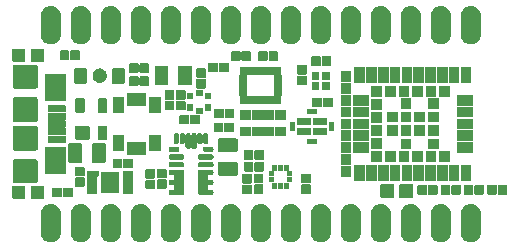
<source format=gts>
G04 Layer: TopSolderMaskLayer*
G04 EasyEDA v6.4.3, 2020-08-12T23:02:41+05:30*
G04 0c64d8637b0b46b586c93cd23854d17d,10*
G04 Gerber Generator version 0.2*
G04 Scale: 100 percent, Rotated: No, Reflected: No *
G04 Dimensions in inches *
G04 leading zeros omitted , absolute positions ,2 integer and 4 decimal *
%FSLAX24Y24*%
%MOIN*%
G90*
G70D02*


%LPD*%
G36*
G01X8294Y1162D02*
G01X8290Y1164D01*
G01X8286Y1165D01*
G01X8281Y1169D01*
G01X8275Y1173D01*
G01X8270Y1179D01*
G01X8269Y1180D01*
G01X8264Y1190D01*
G01X8262Y1195D01*
G01X8261Y1200D01*
G01X8261Y1448D01*
G01X8262Y1453D01*
G01X8263Y1457D01*
G01X8267Y1464D01*
G01X8269Y1467D01*
G01X8272Y1471D01*
G01X8279Y1478D01*
G01X8285Y1481D01*
G01X8295Y1485D01*
G01X8300Y1486D01*
G01X8546Y1486D01*
G01X8551Y1485D01*
G01X8557Y1483D01*
G01X8567Y1478D01*
G01X8572Y1473D01*
G01X8575Y1471D01*
G01X8577Y1467D01*
G01X8579Y1464D01*
G01X8582Y1460D01*
G01X8585Y1451D01*
G01X8585Y1195D01*
G01X8581Y1186D01*
G01X8577Y1180D01*
G01X8573Y1175D01*
G01X8572Y1173D01*
G01X8566Y1169D01*
G01X8561Y1165D01*
G01X8556Y1164D01*
G01X8552Y1162D01*
G01X8294Y1162D01*
G37*
G36*
G01X8300Y1516D02*
G01X8295Y1517D01*
G01X8285Y1521D01*
G01X8279Y1524D01*
G01X8269Y1534D01*
G01X8266Y1540D01*
G01X8262Y1550D01*
G01X8261Y1555D01*
G01X8261Y1801D01*
G01X8262Y1805D01*
G01X8264Y1812D01*
G01X8269Y1822D01*
G01X8274Y1827D01*
G01X8274Y1828D01*
G01X8279Y1832D01*
G01X8285Y1836D01*
G01X8290Y1838D01*
G01X8300Y1839D01*
G01X8546Y1839D01*
G01X8551Y1839D01*
G01X8557Y1838D01*
G01X8561Y1836D01*
G01X8567Y1832D01*
G01X8572Y1828D01*
G01X8573Y1827D01*
G01X8577Y1822D01*
G01X8581Y1816D01*
G01X8585Y1807D01*
G01X8585Y1549D01*
G01X8581Y1541D01*
G01X8581Y1540D01*
G01X8577Y1534D01*
G01X8573Y1529D01*
G01X8572Y1529D01*
G01X8567Y1524D01*
G01X8557Y1519D01*
G01X8551Y1517D01*
G01X8546Y1516D01*
G01X8300Y1516D01*
G37*
G36*
G01X7911Y1157D02*
G01X7906Y1158D01*
G01X7904Y1158D01*
G01X7900Y1159D01*
G01X7895Y1162D01*
G01X7892Y1163D01*
G01X7886Y1168D01*
G01X7879Y1175D01*
G01X7873Y1185D01*
G01X7872Y1191D01*
G01X7870Y1196D01*
G01X7870Y1442D01*
G01X7872Y1447D01*
G01X7873Y1453D01*
G01X7879Y1463D01*
G01X7886Y1470D01*
G01X7892Y1474D01*
G01X7904Y1480D01*
G01X7909Y1481D01*
G01X8156Y1481D01*
G01X8162Y1480D01*
G01X8167Y1478D01*
G01X8175Y1474D01*
G01X8181Y1470D01*
G01X8186Y1465D01*
G01X8187Y1463D01*
G01X8189Y1460D01*
G01X8193Y1453D01*
G01X8194Y1447D01*
G01X8196Y1442D01*
G01X8196Y1196D01*
G01X8194Y1191D01*
G01X8193Y1185D01*
G01X8189Y1178D01*
G01X8188Y1176D01*
G01X8186Y1173D01*
G01X8181Y1168D01*
G01X8175Y1163D01*
G01X8170Y1162D01*
G01X8167Y1159D01*
G01X8162Y1158D01*
G01X8161Y1158D01*
G01X8156Y1157D01*
G01X7911Y1157D01*
G37*
G36*
G01X7909Y1511D02*
G01X7904Y1512D01*
G01X7892Y1518D01*
G01X7886Y1522D01*
G01X7881Y1526D01*
G01X7879Y1530D01*
G01X7877Y1533D01*
G01X7873Y1540D01*
G01X7872Y1546D01*
G01X7870Y1549D01*
G01X7870Y1797D01*
G01X7873Y1802D01*
G01X7873Y1807D01*
G01X7879Y1817D01*
G01X7880Y1818D01*
G01X7886Y1826D01*
G01X7890Y1828D01*
G01X7895Y1832D01*
G01X7901Y1832D01*
G01X7905Y1835D01*
G01X8162Y1835D01*
G01X8166Y1832D01*
G01X8170Y1832D01*
G01X8177Y1828D01*
G01X8181Y1826D01*
G01X8187Y1818D01*
G01X8189Y1814D01*
G01X8193Y1807D01*
G01X8194Y1802D01*
G01X8196Y1797D01*
G01X8196Y1549D01*
G01X8194Y1544D01*
G01X8193Y1540D01*
G01X8188Y1529D01*
G01X8181Y1522D01*
G01X8175Y1518D01*
G01X8167Y1514D01*
G01X8162Y1512D01*
G01X8156Y1511D01*
G01X7909Y1511D01*
G37*
G36*
G01X2723Y1748D02*
G01X2715Y1754D01*
G01X2714Y1754D01*
G01X2708Y1757D01*
G01X2699Y1766D01*
G01X2696Y1772D01*
G01X2696Y1773D01*
G01X2691Y1780D01*
G01X2691Y1916D01*
G01X2696Y1923D01*
G01X2696Y1925D01*
G01X2702Y1937D01*
G01X2714Y1943D01*
G01X2723Y1947D01*
G01X2724Y1947D01*
G01X2726Y1948D01*
G01X3074Y1948D01*
G01X3080Y1945D01*
G01X3083Y1943D01*
G01X3095Y1937D01*
G01X3101Y1925D01*
G01X3101Y1923D01*
G01X3102Y1923D01*
G01X3106Y1916D01*
G01X3106Y1780D01*
G01X3102Y1773D01*
G01X3101Y1772D01*
G01X3098Y1766D01*
G01X3089Y1757D01*
G01X3083Y1754D01*
G01X3074Y1748D01*
G01X2723Y1748D01*
G37*
G36*
G01X2723Y1553D02*
G01X2714Y1557D01*
G01X2702Y1563D01*
G01X2696Y1575D01*
G01X2696Y1576D01*
G01X2691Y1584D01*
G01X2691Y1719D01*
G01X2696Y1727D01*
G01X2696Y1728D01*
G01X2699Y1734D01*
G01X2708Y1743D01*
G01X2714Y1746D01*
G01X2715Y1746D01*
G01X2723Y1751D01*
G01X3015Y1751D01*
G01X3024Y1746D01*
G01X3036Y1739D01*
G01X3042Y1728D01*
G01X3047Y1719D01*
G01X3047Y1585D01*
G01X3043Y1576D01*
G01X3042Y1576D01*
G01X3039Y1570D01*
G01X3035Y1565D01*
G01X3030Y1560D01*
G01X3024Y1557D01*
G01X3015Y1553D01*
G01X2723Y1553D01*
G37*
G36*
G01X2723Y1356D02*
G01X2714Y1360D01*
G01X2708Y1363D01*
G01X2703Y1368D01*
G01X2699Y1373D01*
G01X2696Y1379D01*
G01X2691Y1388D01*
G01X2691Y1522D01*
G01X2696Y1530D01*
G01X2696Y1531D01*
G01X2702Y1543D01*
G01X2714Y1549D01*
G01X2723Y1554D01*
G01X3015Y1554D01*
G01X3024Y1549D01*
G01X3030Y1546D01*
G01X3035Y1542D01*
G01X3035Y1541D01*
G01X3039Y1537D01*
G01X3042Y1531D01*
G01X3047Y1522D01*
G01X3047Y1388D01*
G01X3043Y1379D01*
G01X3042Y1379D01*
G01X3042Y1378D01*
G01X3036Y1366D01*
G01X3024Y1360D01*
G01X3015Y1356D01*
G01X2723Y1356D01*
G37*
G36*
G01X2723Y1159D02*
G01X2709Y1166D01*
G01X2708Y1167D01*
G01X2702Y1170D01*
G01X2696Y1182D01*
G01X2691Y1191D01*
G01X2691Y1325D01*
G01X2696Y1334D01*
G01X2699Y1340D01*
G01X2703Y1345D01*
G01X2708Y1349D01*
G01X2709Y1350D01*
G01X2723Y1357D01*
G01X3015Y1357D01*
G01X3024Y1353D01*
G01X3024Y1352D01*
G01X3036Y1346D01*
G01X3042Y1334D01*
G01X3043Y1333D01*
G01X3047Y1325D01*
G01X3047Y1191D01*
G01X3043Y1182D01*
G01X3042Y1182D01*
G01X3039Y1176D01*
G01X3035Y1171D01*
G01X3030Y1166D01*
G01X3024Y1163D01*
G01X3015Y1159D01*
G01X2723Y1159D01*
G37*
G36*
G01X3924Y1159D02*
G01X3915Y1163D01*
G01X3903Y1169D01*
G01X3897Y1181D01*
G01X3897Y1182D01*
G01X3896Y1182D01*
G01X3892Y1191D01*
G01X3892Y1325D01*
G01X3896Y1334D01*
G01X3897Y1334D01*
G01X3900Y1340D01*
G01X3904Y1345D01*
G01X3909Y1349D01*
G01X3915Y1352D01*
G01X3915Y1353D01*
G01X3924Y1357D01*
G01X4216Y1357D01*
G01X4224Y1353D01*
G01X4225Y1352D01*
G01X4237Y1346D01*
G01X4243Y1334D01*
G01X4248Y1325D01*
G01X4248Y1191D01*
G01X4243Y1182D01*
G01X4240Y1176D01*
G01X4235Y1171D01*
G01X4231Y1166D01*
G01X4225Y1163D01*
G01X4216Y1159D01*
G01X3924Y1159D01*
G37*
G36*
G01X3924Y1356D02*
G01X3915Y1360D01*
G01X3909Y1363D01*
G01X3904Y1368D01*
G01X3900Y1373D01*
G01X3897Y1379D01*
G01X3896Y1379D01*
G01X3892Y1388D01*
G01X3892Y1522D01*
G01X3896Y1530D01*
G01X3897Y1531D01*
G01X3903Y1543D01*
G01X3915Y1549D01*
G01X3924Y1554D01*
G01X4216Y1554D01*
G01X4225Y1549D01*
G01X4231Y1546D01*
G01X4235Y1542D01*
G01X4235Y1541D01*
G01X4240Y1537D01*
G01X4243Y1531D01*
G01X4248Y1522D01*
G01X4248Y1387D01*
G01X4243Y1379D01*
G01X4243Y1378D01*
G01X4237Y1366D01*
G01X4225Y1360D01*
G01X4224Y1360D01*
G01X4216Y1356D01*
G01X3924Y1356D01*
G37*
G36*
G01X3924Y1553D02*
G01X3915Y1557D01*
G01X3903Y1563D01*
G01X3897Y1575D01*
G01X3897Y1576D01*
G01X3896Y1576D01*
G01X3892Y1584D01*
G01X3892Y1719D01*
G01X3896Y1727D01*
G01X3897Y1728D01*
G01X3900Y1734D01*
G01X3909Y1743D01*
G01X3915Y1746D01*
G01X3924Y1751D01*
G01X4216Y1751D01*
G01X4224Y1746D01*
G01X4225Y1746D01*
G01X4237Y1739D01*
G01X4243Y1728D01*
G01X4248Y1719D01*
G01X4248Y1584D01*
G01X4243Y1576D01*
G01X4240Y1570D01*
G01X4235Y1565D01*
G01X4231Y1560D01*
G01X4225Y1557D01*
G01X4216Y1553D01*
G01X3924Y1553D01*
G37*
G36*
G01X3924Y1748D02*
G01X3915Y1754D01*
G01X3909Y1757D01*
G01X3900Y1766D01*
G01X3897Y1772D01*
G01X3896Y1773D01*
G01X3892Y1780D01*
G01X3892Y1916D01*
G01X3896Y1923D01*
G01X3897Y1923D01*
G01X3897Y1925D01*
G01X3903Y1937D01*
G01X3915Y1943D01*
G01X3918Y1945D01*
G01X3924Y1948D01*
G01X4216Y1948D01*
G01X4222Y1945D01*
G01X4225Y1943D01*
G01X4231Y1939D01*
G01X4235Y1935D01*
G01X4240Y1930D01*
G01X4243Y1923D01*
G01X4248Y1916D01*
G01X4248Y1780D01*
G01X4243Y1772D01*
G01X4237Y1760D01*
G01X4225Y1754D01*
G01X4224Y1754D01*
G01X4216Y1748D01*
G01X3924Y1748D01*
G37*
G36*
G01X3197Y1198D02*
G01X3191Y1200D01*
G01X3185Y1201D01*
G01X3178Y1204D01*
G01X3174Y1208D01*
G01X3170Y1210D01*
G01X3166Y1215D01*
G01X3163Y1218D01*
G01X3160Y1222D01*
G01X3157Y1230D01*
G01X3155Y1237D01*
G01X3154Y1242D01*
G01X3154Y1864D01*
G01X3155Y1870D01*
G01X3157Y1877D01*
G01X3160Y1884D01*
G01X3166Y1892D01*
G01X3170Y1896D01*
G01X3178Y1902D01*
G01X3185Y1905D01*
G01X3192Y1907D01*
G01X3197Y1907D01*
G01X3742Y1907D01*
G01X3747Y1907D01*
G01X3754Y1905D01*
G01X3760Y1902D01*
G01X3765Y1898D01*
G01X3769Y1896D01*
G01X3772Y1892D01*
G01X3777Y1887D01*
G01X3779Y1882D01*
G01X3784Y1871D01*
G01X3785Y1867D01*
G01X3785Y1240D01*
G01X3784Y1235D01*
G01X3782Y1230D01*
G01X3779Y1224D01*
G01X3777Y1219D01*
G01X3772Y1215D01*
G01X3769Y1210D01*
G01X3765Y1207D01*
G01X3760Y1204D01*
G01X3754Y1201D01*
G01X3749Y1200D01*
G01X3742Y1198D01*
G01X3197Y1198D01*
G37*
G36*
G01X3946Y2018D02*
G01X3940Y2019D01*
G01X3936Y2021D01*
G01X3926Y2026D01*
G01X3925Y2027D01*
G01X3919Y2030D01*
G01X3915Y2037D01*
G01X3915Y2037D01*
G01X3911Y2042D01*
G01X3909Y2051D01*
G01X3908Y2053D01*
G01X3908Y2309D01*
G01X3910Y2314D01*
G01X3911Y2318D01*
G01X3915Y2324D01*
G01X3919Y2329D01*
G01X3925Y2333D01*
G01X3926Y2334D01*
G01X3932Y2337D01*
G01X3932Y2338D01*
G01X3940Y2342D01*
G01X4197Y2342D01*
G01X4206Y2338D01*
G01X4210Y2336D01*
G01X4213Y2334D01*
G01X4217Y2331D01*
G01X4224Y2324D01*
G01X4229Y2314D01*
G01X4231Y2308D01*
G01X4232Y2303D01*
G01X4232Y2056D01*
G01X4231Y2051D01*
G01X4230Y2047D01*
G01X4227Y2042D01*
G01X4224Y2036D01*
G01X4217Y2029D01*
G01X4213Y2026D01*
G01X4210Y2023D01*
G01X4203Y2020D01*
G01X4199Y2019D01*
G01X4194Y2018D01*
G01X3946Y2018D01*
G37*
G36*
G01X3592Y2018D02*
G01X3586Y2019D01*
G01X3582Y2021D01*
G01X3574Y2025D01*
G01X3568Y2029D01*
G01X3561Y2036D01*
G01X3558Y2042D01*
G01X3556Y2047D01*
G01X3554Y2053D01*
G01X3554Y2053D01*
G01X3554Y2056D01*
G01X3554Y2303D01*
G01X3554Y2308D01*
G01X3556Y2314D01*
G01X3561Y2324D01*
G01X3568Y2331D01*
G01X3574Y2336D01*
G01X3578Y2337D01*
G01X3578Y2338D01*
G01X3586Y2342D01*
G01X3844Y2342D01*
G01X3853Y2338D01*
G01X3853Y2337D01*
G01X3857Y2336D01*
G01X3863Y2331D01*
G01X3869Y2325D01*
G01X3871Y2321D01*
G01X3875Y2314D01*
G01X3877Y2308D01*
G01X3878Y2303D01*
G01X3878Y2056D01*
G01X3877Y2053D01*
G01X3876Y2047D01*
G01X3871Y2039D01*
G01X3869Y2036D01*
G01X3868Y2034D01*
G01X3863Y2029D01*
G01X3857Y2025D01*
G01X3845Y2019D01*
G01X3839Y2018D01*
G01X3592Y2018D01*
G37*
G36*
G01X1421Y3893D02*
G01X1415Y3896D01*
G01X1409Y3897D01*
G01X1397Y3910D01*
G01X1392Y3919D01*
G01X1391Y3922D01*
G01X1389Y3926D01*
G01X1389Y4098D01*
G01X1393Y4107D01*
G01X1397Y4113D01*
G01X1401Y4118D01*
G01X1404Y4121D01*
G01X1406Y4122D01*
G01X1409Y4125D01*
G01X1414Y4127D01*
G01X1421Y4131D01*
G01X1964Y4131D01*
G01X1972Y4128D01*
G01X1980Y4125D01*
G01X1995Y4111D01*
G01X1998Y4102D01*
G01X2001Y4095D01*
G01X2001Y3928D01*
G01X1998Y3922D01*
G01X1995Y3913D01*
G01X1988Y3906D01*
G01X1988Y3904D01*
G01X1980Y3897D01*
G01X1972Y3895D01*
G01X1964Y3893D01*
G01X1421Y3893D01*
G37*
G36*
G01X1421Y3636D02*
G01X1418Y3639D01*
G01X1409Y3642D01*
G01X1401Y3650D01*
G01X1397Y3654D01*
G01X1392Y3663D01*
G01X1391Y3665D01*
G01X1389Y3670D01*
G01X1389Y3842D01*
G01X1393Y3851D01*
G01X1397Y3857D01*
G01X1401Y3861D01*
G01X1404Y3865D01*
G01X1406Y3865D01*
G01X1409Y3869D01*
G01X1414Y3871D01*
G01X1421Y3875D01*
G01X1964Y3875D01*
G01X1972Y3872D01*
G01X1980Y3869D01*
G01X1995Y3854D01*
G01X1998Y3846D01*
G01X2001Y3839D01*
G01X2001Y3672D01*
G01X1998Y3665D01*
G01X1995Y3657D01*
G01X1988Y3650D01*
G01X1988Y3649D01*
G01X1980Y3642D01*
G01X1972Y3639D01*
G01X1964Y3636D01*
G01X1421Y3636D01*
G37*
G36*
G01X1421Y3381D02*
G01X1418Y3383D01*
G01X1411Y3386D01*
G01X1408Y3386D01*
G01X1405Y3390D01*
G01X1402Y3393D01*
G01X1399Y3397D01*
G01X1395Y3402D01*
G01X1392Y3407D01*
G01X1391Y3410D01*
G01X1389Y3417D01*
G01X1389Y3586D01*
G01X1393Y3595D01*
G01X1397Y3601D01*
G01X1401Y3606D01*
G01X1404Y3609D01*
G01X1408Y3611D01*
G01X1409Y3613D01*
G01X1418Y3617D01*
G01X1421Y3619D01*
G01X1964Y3619D01*
G01X1972Y3617D01*
G01X1980Y3613D01*
G01X1988Y3607D01*
G01X1988Y3606D01*
G01X1995Y3599D01*
G01X1998Y3590D01*
G01X2001Y3583D01*
G01X2001Y3414D01*
G01X1996Y3404D01*
G01X1995Y3401D01*
G01X1988Y3394D01*
G01X1988Y3393D01*
G01X1980Y3386D01*
G01X1972Y3383D01*
G01X1964Y3381D01*
G01X1421Y3381D01*
G37*
G36*
G01X1421Y3125D02*
G01X1415Y3129D01*
G01X1408Y3131D01*
G01X1399Y3141D01*
G01X1395Y3146D01*
G01X1392Y3151D01*
G01X1391Y3154D01*
G01X1389Y3161D01*
G01X1389Y3329D01*
G01X1393Y3339D01*
G01X1397Y3345D01*
G01X1401Y3350D01*
G01X1409Y3358D01*
G01X1418Y3361D01*
G01X1421Y3363D01*
G01X1964Y3363D01*
G01X1972Y3361D01*
G01X1980Y3358D01*
G01X1988Y3351D01*
G01X1988Y3350D01*
G01X1995Y3343D01*
G01X1998Y3334D01*
G01X2001Y3327D01*
G01X2001Y3158D01*
G01X1996Y3149D01*
G01X1995Y3145D01*
G01X1980Y3131D01*
G01X1973Y3129D01*
G01X1968Y3125D01*
G01X1421Y3125D01*
G37*
G36*
G01X1425Y2869D02*
G01X1423Y2870D01*
G01X1421Y2870D01*
G01X1416Y2873D01*
G01X1408Y2875D01*
G01X1399Y2885D01*
G01X1395Y2890D01*
G01X1392Y2895D01*
G01X1391Y2898D01*
G01X1389Y2905D01*
G01X1389Y3071D01*
G01X1391Y3078D01*
G01X1392Y3081D01*
G01X1397Y3090D01*
G01X1409Y3102D01*
G01X1415Y3104D01*
G01X1421Y3107D01*
G01X1964Y3107D01*
G01X1972Y3105D01*
G01X1980Y3102D01*
G01X1988Y3095D01*
G01X1988Y3094D01*
G01X1995Y3087D01*
G01X1998Y3078D01*
G01X2001Y3072D01*
G01X2001Y2902D01*
G01X1996Y2893D01*
G01X1995Y2889D01*
G01X1980Y2875D01*
G01X1973Y2873D01*
G01X1968Y2869D01*
G01X1425Y2869D01*
G37*
G36*
G01X1334Y1826D02*
G01X1327Y1828D01*
G01X1323Y1829D01*
G01X1318Y1830D01*
G01X1312Y1835D01*
G01X1307Y1838D01*
G01X1299Y1848D01*
G01X1294Y1857D01*
G01X1292Y1864D01*
G01X1291Y1869D01*
G01X1291Y2690D01*
G01X1292Y2695D01*
G01X1294Y2700D01*
G01X1297Y2707D01*
G01X1300Y2712D01*
G01X1303Y2716D01*
G01X1307Y2721D01*
G01X1322Y2730D01*
G01X1329Y2732D01*
G01X1334Y2733D01*
G01X1953Y2733D01*
G01X1957Y2732D01*
G01X1962Y2732D01*
G01X1968Y2730D01*
G01X1975Y2727D01*
G01X1980Y2724D01*
G01X1984Y2721D01*
G01X1987Y2717D01*
G01X1992Y2712D01*
G01X1997Y2702D01*
G01X1998Y2696D01*
G01X2001Y2688D01*
G01X2001Y1871D01*
G01X1998Y1863D01*
G01X1997Y1855D01*
G01X1995Y1853D01*
G01X1992Y1848D01*
G01X1987Y1842D01*
G01X1984Y1838D01*
G01X1980Y1835D01*
G01X1973Y1830D01*
G01X1968Y1829D01*
G01X1964Y1828D01*
G01X1957Y1827D01*
G01X1953Y1826D01*
G01X1334Y1826D01*
G37*
G36*
G01X273Y1531D02*
G01X261Y1534D01*
G01X256Y1536D01*
G01X250Y1539D01*
G01X245Y1544D01*
G01X240Y1548D01*
G01X237Y1553D01*
G01X234Y1557D01*
G01X231Y1563D01*
G01X229Y1569D01*
G01X227Y1576D01*
G01X227Y2275D01*
G01X229Y2281D01*
G01X231Y2287D01*
G01X234Y2293D01*
G01X237Y2298D01*
G01X241Y2303D01*
G01X245Y2307D01*
G01X249Y2310D01*
G01X254Y2314D01*
G01X261Y2316D01*
G01X266Y2318D01*
G01X272Y2319D01*
G01X277Y2320D01*
G01X1007Y2320D01*
G01X1011Y2319D01*
G01X1017Y2318D01*
G01X1029Y2314D01*
G01X1034Y2310D01*
G01X1039Y2307D01*
G01X1043Y2303D01*
G01X1047Y2297D01*
G01X1050Y2293D01*
G01X1053Y2287D01*
G01X1054Y2281D01*
G01X1056Y2275D01*
G01X1056Y1576D01*
G01X1054Y1570D01*
G01X1053Y1563D01*
G01X1050Y1557D01*
G01X1044Y1548D01*
G01X1039Y1544D01*
G01X1033Y1539D01*
G01X1023Y1534D01*
G01X1011Y1531D01*
G01X273Y1531D01*
G37*
G36*
G01X272Y2614D02*
G01X266Y2615D01*
G01X262Y2616D01*
G01X256Y2619D01*
G01X249Y2623D01*
G01X245Y2626D01*
G01X241Y2630D01*
G01X237Y2636D01*
G01X234Y2640D01*
G01X231Y2646D01*
G01X229Y2653D01*
G01X227Y2659D01*
G01X227Y3396D01*
G01X229Y3402D01*
G01X231Y3409D01*
G01X234Y3415D01*
G01X237Y3419D01*
G01X241Y3425D01*
G01X245Y3429D01*
G01X249Y3432D01*
G01X256Y3436D01*
G01X262Y3439D01*
G01X266Y3440D01*
G01X272Y3440D01*
G01X277Y3442D01*
G01X1006Y3442D01*
G01X1018Y3440D01*
G01X1022Y3438D01*
G01X1028Y3436D01*
G01X1034Y3433D01*
G01X1039Y3428D01*
G01X1043Y3425D01*
G01X1046Y3420D01*
G01X1050Y3414D01*
G01X1053Y3407D01*
G01X1054Y3403D01*
G01X1056Y3396D01*
G01X1056Y2659D01*
G01X1054Y2652D01*
G01X1053Y2648D01*
G01X1050Y2641D01*
G01X1046Y2635D01*
G01X1043Y2630D01*
G01X1039Y2627D01*
G01X1034Y2623D01*
G01X1028Y2619D01*
G01X1022Y2617D01*
G01X1018Y2615D01*
G01X1011Y2614D01*
G01X272Y2614D01*
G37*
G36*
G01X277Y3558D02*
G01X273Y3559D01*
G01X267Y3560D01*
G01X261Y3561D01*
G01X254Y3565D01*
G01X250Y3567D01*
G01X245Y3571D01*
G01X240Y3576D01*
G01X237Y3581D01*
G01X234Y3585D01*
G01X231Y3590D01*
G01X229Y3597D01*
G01X227Y3604D01*
G01X227Y4341D01*
G01X229Y4347D01*
G01X231Y4354D01*
G01X234Y4359D01*
G01X236Y4363D01*
G01X241Y4370D01*
G01X245Y4374D01*
G01X249Y4377D01*
G01X256Y4381D01*
G01X262Y4384D01*
G01X266Y4385D01*
G01X273Y4386D01*
G01X1010Y4386D01*
G01X1018Y4385D01*
G01X1022Y4383D01*
G01X1028Y4381D01*
G01X1034Y4377D01*
G01X1039Y4373D01*
G01X1043Y4370D01*
G01X1047Y4364D01*
G01X1050Y4358D01*
G01X1053Y4353D01*
G01X1054Y4348D01*
G01X1056Y4341D01*
G01X1056Y3604D01*
G01X1054Y3597D01*
G01X1053Y3593D01*
G01X1050Y3586D01*
G01X1046Y3579D01*
G01X1043Y3576D01*
G01X1039Y3571D01*
G01X1033Y3567D01*
G01X1029Y3564D01*
G01X1023Y3561D01*
G01X1016Y3560D01*
G01X1010Y3559D01*
G01X1006Y3558D01*
G01X277Y3558D01*
G37*
G36*
G01X273Y4681D02*
G01X265Y4682D01*
G01X261Y4684D01*
G01X256Y4686D01*
G01X250Y4689D01*
G01X245Y4693D01*
G01X240Y4698D01*
G01X237Y4703D01*
G01X234Y4707D01*
G01X231Y4713D01*
G01X229Y4719D01*
G01X227Y4725D01*
G01X227Y5425D01*
G01X229Y5430D01*
G01X231Y5437D01*
G01X234Y5443D01*
G01X237Y5448D01*
G01X249Y5460D01*
G01X261Y5466D01*
G01X266Y5468D01*
G01X272Y5469D01*
G01X1011Y5469D01*
G01X1017Y5468D01*
G01X1023Y5466D01*
G01X1029Y5463D01*
G01X1034Y5460D01*
G01X1039Y5456D01*
G01X1043Y5452D01*
G01X1047Y5447D01*
G01X1050Y5443D01*
G01X1053Y5437D01*
G01X1054Y5431D01*
G01X1056Y5425D01*
G01X1056Y4725D01*
G01X1054Y4719D01*
G01X1053Y4713D01*
G01X1050Y4707D01*
G01X1044Y4698D01*
G01X1039Y4693D01*
G01X1033Y4689D01*
G01X1019Y4682D01*
G01X1011Y4681D01*
G01X273Y4681D01*
G37*
G36*
G01X1334Y4267D02*
G01X1327Y4269D01*
G01X1322Y4270D01*
G01X1307Y4279D01*
G01X1303Y4284D01*
G01X1300Y4288D01*
G01X1297Y4293D01*
G01X1294Y4300D01*
G01X1292Y4305D01*
G01X1291Y4310D01*
G01X1291Y5131D01*
G01X1292Y5136D01*
G01X1294Y5142D01*
G01X1296Y5147D01*
G01X1299Y5152D01*
G01X1307Y5162D01*
G01X1312Y5165D01*
G01X1318Y5169D01*
G01X1323Y5171D01*
G01X1335Y5174D01*
G01X1955Y5174D01*
G01X1968Y5171D01*
G01X1973Y5169D01*
G01X1980Y5165D01*
G01X1984Y5162D01*
G01X1987Y5158D01*
G01X1992Y5152D01*
G01X1996Y5146D01*
G01X1997Y5143D01*
G01X1998Y5138D01*
G01X2001Y5129D01*
G01X2001Y4312D01*
G01X1998Y4304D01*
G01X1997Y4298D01*
G01X1992Y4288D01*
G01X1987Y4283D01*
G01X1984Y4279D01*
G01X1980Y4276D01*
G01X1975Y4273D01*
G01X1968Y4270D01*
G01X1964Y4269D01*
G01X1957Y4267D01*
G01X1334Y4267D01*
G37*
G36*
G01X2354Y2972D02*
G01X2348Y2974D01*
G01X2344Y2975D01*
G01X2337Y2978D01*
G01X2335Y2980D01*
G01X2331Y2982D01*
G01X2325Y2988D01*
G01X2322Y2992D01*
G01X2320Y2995D01*
G01X2317Y3001D01*
G01X2315Y3008D01*
G01X2315Y3011D01*
G01X2314Y3015D01*
G01X2314Y3402D01*
G01X2315Y3406D01*
G01X2315Y3409D01*
G01X2317Y3415D01*
G01X2320Y3421D01*
G01X2322Y3426D01*
G01X2326Y3429D01*
G01X2329Y3434D01*
G01X2335Y3438D01*
G01X2340Y3440D01*
G01X2344Y3443D01*
G01X2348Y3444D01*
G01X2354Y3446D01*
G01X2748Y3446D01*
G01X2754Y3444D01*
G01X2758Y3443D01*
G01X2762Y3440D01*
G01X2769Y3436D01*
G01X2774Y3432D01*
G01X2775Y3432D01*
G01X2781Y3426D01*
G01X2783Y3420D01*
G01X2784Y3419D01*
G01X2787Y3411D01*
G01X2788Y3403D01*
G01X2788Y3014D01*
G01X2787Y3005D01*
G01X2783Y2997D01*
G01X2781Y2992D01*
G01X2776Y2987D01*
G01X2773Y2983D01*
G01X2769Y2981D01*
G01X2764Y2977D01*
G01X2758Y2974D01*
G01X2754Y2974D01*
G01X2748Y2972D01*
G01X2354Y2972D01*
G37*
G36*
G01X3101Y2972D02*
G01X3089Y2974D01*
G01X3077Y2982D01*
G01X3072Y2988D01*
G01X3068Y2993D01*
G01X3067Y2996D01*
G01X3065Y3000D01*
G01X3064Y3005D01*
G01X3062Y3010D01*
G01X3062Y3407D01*
G01X3064Y3413D01*
G01X3065Y3417D01*
G01X3067Y3421D01*
G01X3068Y3424D01*
G01X3072Y3429D01*
G01X3077Y3435D01*
G01X3089Y3443D01*
G01X3101Y3446D01*
G01X3340Y3446D01*
G01X3346Y3444D01*
G01X3350Y3443D01*
G01X3357Y3440D01*
G01X3360Y3438D01*
G01X3364Y3435D01*
G01X3369Y3429D01*
G01X3370Y3428D01*
G01X3375Y3421D01*
G01X3376Y3417D01*
G01X3379Y3407D01*
G01X3379Y3010D01*
G01X3377Y3004D01*
G01X3375Y2996D01*
G01X3370Y2989D01*
G01X3369Y2988D01*
G01X3364Y2982D01*
G01X3360Y2980D01*
G01X3357Y2978D01*
G01X3350Y2974D01*
G01X3346Y2973D01*
G01X3340Y2972D01*
G01X3101Y2972D01*
G37*
G36*
G01X3101Y3877D02*
G01X3089Y3879D01*
G01X3082Y3884D01*
G01X3077Y3888D01*
G01X3072Y3893D01*
G01X3068Y3899D01*
G01X3067Y3901D01*
G01X3065Y3906D01*
G01X3064Y3910D01*
G01X3062Y3915D01*
G01X3062Y4313D01*
G01X3064Y4318D01*
G01X3065Y4323D01*
G01X3067Y4327D01*
G01X3068Y4330D01*
G01X3072Y4335D01*
G01X3077Y4340D01*
G01X3083Y4345D01*
G01X3086Y4346D01*
G01X3089Y4348D01*
G01X3095Y4350D01*
G01X3101Y4351D01*
G01X3340Y4351D01*
G01X3346Y4350D01*
G01X3350Y4349D01*
G01X3357Y4345D01*
G01X3360Y4343D01*
G01X3364Y4340D01*
G01X3370Y4334D01*
G01X3375Y4327D01*
G01X3376Y4323D01*
G01X3376Y4322D01*
G01X3379Y4313D01*
G01X3379Y3915D01*
G01X3377Y3910D01*
G01X3375Y3902D01*
G01X3370Y3895D01*
G01X3369Y3893D01*
G01X3364Y3888D01*
G01X3360Y3885D01*
G01X3357Y3883D01*
G01X3350Y3879D01*
G01X3346Y3879D01*
G01X3340Y3877D01*
G01X3101Y3877D01*
G37*
G36*
G01X2352Y3877D02*
G01X2347Y3879D01*
G01X2343Y3879D01*
G01X2336Y3883D01*
G01X2333Y3885D01*
G01X2329Y3888D01*
G01X2324Y3893D01*
G01X2323Y3895D01*
G01X2318Y3902D01*
G01X2317Y3906D01*
G01X2314Y3911D01*
G01X2314Y4318D01*
G01X2317Y4324D01*
G01X2318Y4327D01*
G01X2323Y4334D01*
G01X2329Y4340D01*
G01X2333Y4343D01*
G01X2336Y4345D01*
G01X2343Y4349D01*
G01X2347Y4350D01*
G01X2352Y4351D01*
G01X2591Y4351D01*
G01X2597Y4350D01*
G01X2605Y4348D01*
G01X2609Y4345D01*
G01X2610Y4345D01*
G01X2616Y4340D01*
G01X2621Y4335D01*
G01X2625Y4330D01*
G01X2626Y4327D01*
G01X2628Y4323D01*
G01X2629Y4318D01*
G01X2631Y4313D01*
G01X2631Y3915D01*
G01X2629Y3910D01*
G01X2628Y3906D01*
G01X2626Y3901D01*
G01X2625Y3899D01*
G01X2621Y3893D01*
G01X2616Y3888D01*
G01X2611Y3884D01*
G01X2605Y3879D01*
G01X2597Y3878D01*
G01X2591Y3877D01*
G01X2352Y3877D01*
G37*
G36*
G01X4136Y4759D02*
G01X4131Y4760D01*
G01X4128Y4761D01*
G01X4117Y4766D01*
G01X4115Y4767D01*
G01X4108Y4774D01*
G01X4102Y4783D01*
G01X4100Y4788D01*
G01X4099Y4792D01*
G01X4098Y4797D01*
G01X4098Y5045D01*
G01X4100Y5055D01*
G01X4104Y5063D01*
G01X4108Y5068D01*
G01X4117Y5077D01*
G01X4128Y5081D01*
G01X4131Y5082D01*
G01X4136Y5083D01*
G01X4384Y5083D01*
G01X4389Y5082D01*
G01X4393Y5081D01*
G01X4401Y5077D01*
G01X4402Y5076D01*
G01X4404Y5075D01*
G01X4413Y5068D01*
G01X4415Y5063D01*
G01X4418Y5059D01*
G01X4419Y5056D01*
G01X4420Y5054D01*
G01X4422Y5045D01*
G01X4422Y4797D01*
G01X4420Y4788D01*
G01X4418Y4784D01*
G01X4417Y4783D01*
G01X4413Y4774D01*
G01X4404Y4767D01*
G01X4403Y4767D01*
G01X4401Y4765D01*
G01X4393Y4762D01*
G01X4389Y4760D01*
G01X4384Y4759D01*
G01X4136Y4759D01*
G37*
G36*
G01X4490Y4759D02*
G01X4485Y4760D01*
G01X4481Y4762D01*
G01X4473Y4765D01*
G01X4471Y4767D01*
G01X4470Y4767D01*
G01X4461Y4774D01*
G01X4457Y4783D01*
G01X4456Y4784D01*
G01X4456Y4786D01*
G01X4454Y4788D01*
G01X4452Y4797D01*
G01X4452Y5045D01*
G01X4454Y5054D01*
G01X4455Y5056D01*
G01X4456Y5059D01*
G01X4459Y5063D01*
G01X4461Y5068D01*
G01X4470Y5075D01*
G01X4472Y5076D01*
G01X4473Y5077D01*
G01X4481Y5081D01*
G01X4485Y5082D01*
G01X4490Y5083D01*
G01X4738Y5083D01*
G01X4743Y5082D01*
G01X4746Y5081D01*
G01X4757Y5077D01*
G01X4766Y5068D01*
G01X4770Y5063D01*
G01X4774Y5055D01*
G01X4776Y5045D01*
G01X4776Y4797D01*
G01X4775Y4792D01*
G01X4774Y4788D01*
G01X4772Y4783D01*
G01X4766Y4774D01*
G01X4759Y4767D01*
G01X4757Y4766D01*
G01X4746Y4761D01*
G01X4743Y4760D01*
G01X4738Y4759D01*
G01X4490Y4759D01*
G37*
G36*
G01X16077Y1144D02*
G01X16072Y1145D01*
G01X16066Y1147D01*
G01X16059Y1151D01*
G01X16054Y1155D01*
G01X16046Y1163D01*
G01X16044Y1165D01*
G01X16041Y1172D01*
G01X16040Y1178D01*
G01X16038Y1183D01*
G01X16038Y1429D01*
G01X16040Y1434D01*
G01X16041Y1440D01*
G01X16044Y1447D01*
G01X16047Y1451D01*
G01X16047Y1451D01*
G01X16059Y1462D01*
G01X16063Y1463D01*
G01X16066Y1466D01*
G01X16077Y1468D01*
G01X16325Y1468D01*
G01X16330Y1467D01*
G01X16334Y1466D01*
G01X16338Y1463D01*
G01X16341Y1462D01*
G01X16347Y1457D01*
G01X16355Y1450D01*
G01X16360Y1440D01*
G01X16362Y1434D01*
G01X16363Y1429D01*
G01X16363Y1183D01*
G01X16362Y1178D01*
G01X16360Y1172D01*
G01X16355Y1162D01*
G01X16347Y1155D01*
G01X16338Y1149D01*
G01X16334Y1147D01*
G01X16330Y1145D01*
G01X16325Y1144D01*
G01X16077Y1144D01*
G37*
G36*
G01X16432Y1144D02*
G01X16427Y1145D01*
G01X16421Y1147D01*
G01X16411Y1152D01*
G01X16401Y1162D01*
G01X16398Y1168D01*
G01X16398Y1169D01*
G01X16393Y1177D01*
G01X16393Y1435D01*
G01X16398Y1444D01*
G01X16401Y1450D01*
G01X16411Y1460D01*
G01X16417Y1463D01*
G01X16421Y1466D01*
G01X16427Y1467D01*
G01X16432Y1468D01*
G01X16679Y1468D01*
G01X16684Y1467D01*
G01X16688Y1466D01*
G01X16693Y1463D01*
G01X16699Y1460D01*
G01X16709Y1450D01*
G01X16712Y1444D01*
G01X16715Y1440D01*
G01X16716Y1434D01*
G01X16717Y1429D01*
G01X16717Y1183D01*
G01X16716Y1178D01*
G01X16715Y1172D01*
G01X16712Y1168D01*
G01X16709Y1162D01*
G01X16699Y1152D01*
G01X16693Y1149D01*
G01X16688Y1146D01*
G01X16684Y1145D01*
G01X16679Y1144D01*
G01X16432Y1144D01*
G37*
G36*
G01X4136Y5192D02*
G01X4131Y5194D01*
G01X4128Y5194D01*
G01X4121Y5197D01*
G01X4116Y5200D01*
G01X4113Y5203D01*
G01X4108Y5207D01*
G01X4106Y5211D01*
G01X4104Y5214D01*
G01X4100Y5222D01*
G01X4099Y5227D01*
G01X4098Y5231D01*
G01X4098Y5477D01*
G01X4099Y5482D01*
G01X4100Y5488D01*
G01X4102Y5492D01*
G01X4106Y5498D01*
G01X4110Y5503D01*
G01X4113Y5506D01*
G01X4116Y5508D01*
G01X4121Y5511D01*
G01X4122Y5512D01*
G01X4131Y5516D01*
G01X4389Y5516D01*
G01X4397Y5512D01*
G01X4398Y5512D01*
G01X4404Y5509D01*
G01X4410Y5503D01*
G01X4413Y5499D01*
G01X4418Y5492D01*
G01X4419Y5489D01*
G01X4420Y5487D01*
G01X4422Y5477D01*
G01X4422Y5231D01*
G01X4420Y5223D01*
G01X4419Y5220D01*
G01X4418Y5214D01*
G01X4415Y5211D01*
G01X4413Y5207D01*
G01X4405Y5201D01*
G01X4404Y5200D01*
G01X4398Y5197D01*
G01X4393Y5195D01*
G01X4389Y5194D01*
G01X4384Y5192D01*
G01X4136Y5192D01*
G37*
G36*
G01X4490Y5192D02*
G01X4485Y5194D01*
G01X4481Y5195D01*
G01X4476Y5197D01*
G01X4470Y5200D01*
G01X4469Y5201D01*
G01X4461Y5207D01*
G01X4459Y5211D01*
G01X4456Y5214D01*
G01X4455Y5220D01*
G01X4454Y5223D01*
G01X4452Y5231D01*
G01X4452Y5477D01*
G01X4454Y5487D01*
G01X4455Y5489D01*
G01X4456Y5492D01*
G01X4461Y5499D01*
G01X4464Y5503D01*
G01X4470Y5509D01*
G01X4476Y5512D01*
G01X4477Y5512D01*
G01X4485Y5516D01*
G01X4743Y5516D01*
G01X4752Y5512D01*
G01X4753Y5511D01*
G01X4758Y5508D01*
G01X4761Y5506D01*
G01X4764Y5503D01*
G01X4768Y5498D01*
G01X4772Y5492D01*
G01X4774Y5488D01*
G01X4775Y5482D01*
G01X4776Y5477D01*
G01X4776Y5231D01*
G01X4775Y5227D01*
G01X4774Y5222D01*
G01X4770Y5214D01*
G01X4768Y5211D01*
G01X4766Y5207D01*
G01X4761Y5203D01*
G01X4758Y5200D01*
G01X4753Y5197D01*
G01X4746Y5194D01*
G01X4743Y5194D01*
G01X4738Y5192D01*
G01X4490Y5192D01*
G37*
G36*
G01X2122Y2204D02*
G01X2116Y2206D01*
G01X2115Y2206D01*
G01X2107Y2209D01*
G01X2103Y2212D01*
G01X2099Y2214D01*
G01X2095Y2219D01*
G01X2090Y2225D01*
G01X2086Y2233D01*
G01X2084Y2240D01*
G01X2084Y2243D01*
G01X2083Y2247D01*
G01X2083Y2812D01*
G01X2084Y2816D01*
G01X2084Y2820D01*
G01X2086Y2826D01*
G01X2090Y2834D01*
G01X2095Y2840D01*
G01X2102Y2847D01*
G01X2107Y2849D01*
G01X2112Y2852D01*
G01X2119Y2854D01*
G01X2121Y2854D01*
G01X2125Y2855D01*
G01X2494Y2855D01*
G01X2498Y2854D01*
G01X2502Y2854D01*
G01X2509Y2852D01*
G01X2512Y2850D01*
G01X2517Y2848D01*
G01X2522Y2843D01*
G01X2527Y2839D01*
G01X2529Y2835D01*
G01X2531Y2833D01*
G01X2534Y2826D01*
G01X2536Y2820D01*
G01X2537Y2813D01*
G01X2537Y2246D01*
G01X2536Y2240D01*
G01X2534Y2233D01*
G01X2531Y2227D01*
G01X2528Y2223D01*
G01X2527Y2221D01*
G01X2523Y2216D01*
G01X2517Y2212D01*
G01X2512Y2208D01*
G01X2506Y2207D01*
G01X2505Y2206D01*
G01X2498Y2204D01*
G01X2122Y2204D01*
G37*
G36*
G01X2910Y2204D02*
G01X2904Y2206D01*
G01X2902Y2206D01*
G01X2894Y2209D01*
G01X2889Y2213D01*
G01X2887Y2214D01*
G01X2882Y2219D01*
G01X2878Y2225D01*
G01X2875Y2229D01*
G01X2873Y2233D01*
G01X2872Y2240D01*
G01X2871Y2243D01*
G01X2870Y2247D01*
G01X2870Y2812D01*
G01X2872Y2820D01*
G01X2873Y2826D01*
G01X2875Y2830D01*
G01X2878Y2834D01*
G01X2882Y2840D01*
G01X2887Y2845D01*
G01X2887Y2844D01*
G01X2890Y2847D01*
G01X2894Y2849D01*
G01X2899Y2852D01*
G01X2906Y2854D01*
G01X2909Y2854D01*
G01X2913Y2855D01*
G01X3282Y2855D01*
G01X3285Y2854D01*
G01X3289Y2854D01*
G01X3296Y2852D01*
G01X3299Y2850D01*
G01X3304Y2848D01*
G01X3310Y2843D01*
G01X3314Y2839D01*
G01X3317Y2835D01*
G01X3318Y2833D01*
G01X3322Y2826D01*
G01X3322Y2820D01*
G01X3324Y2813D01*
G01X3324Y2246D01*
G01X3322Y2240D01*
G01X3322Y2233D01*
G01X3318Y2227D01*
G01X3315Y2223D01*
G01X3314Y2221D01*
G01X3310Y2216D01*
G01X3304Y2212D01*
G01X3299Y2208D01*
G01X3293Y2207D01*
G01X3292Y2206D01*
G01X3285Y2204D01*
G01X2910Y2204D01*
G37*
G36*
G01X2337Y1396D02*
G01X2331Y1397D01*
G01X2320Y1400D01*
G01X2317Y1403D01*
G01X2313Y1405D01*
G01X2310Y1410D01*
G01X2306Y1414D01*
G01X2301Y1424D01*
G01X2299Y1434D01*
G01X2299Y1682D01*
G01X2300Y1685D01*
G01X2299Y1685D01*
G01X2301Y1691D01*
G01X2304Y1698D01*
G01X2307Y1702D01*
G01X2309Y1705D01*
G01X2314Y1709D01*
G01X2317Y1712D01*
G01X2320Y1714D01*
G01X2328Y1718D01*
G01X2332Y1719D01*
G01X2337Y1720D01*
G01X2584Y1720D01*
G01X2590Y1719D01*
G01X2594Y1718D01*
G01X2599Y1714D01*
G01X2605Y1712D01*
G01X2608Y1709D01*
G01X2613Y1705D01*
G01X2614Y1703D01*
G01X2618Y1698D01*
G01X2620Y1693D01*
G01X2623Y1685D01*
G01X2623Y1429D01*
G01X2620Y1424D01*
G01X2619Y1420D01*
G01X2614Y1414D01*
G01X2613Y1412D01*
G01X2607Y1406D01*
G01X2603Y1403D01*
G01X2598Y1400D01*
G01X2595Y1399D01*
G01X2594Y1398D01*
G01X2591Y1397D01*
G01X2590Y1397D01*
G01X2584Y1396D01*
G01X2337Y1396D01*
G37*
G36*
G01X2337Y1750D02*
G01X2334Y1751D01*
G01X2328Y1752D01*
G01X2320Y1755D01*
G01X2317Y1757D01*
G01X2314Y1761D01*
G01X2311Y1763D01*
G01X2306Y1768D01*
G01X2303Y1773D01*
G01X2301Y1779D01*
G01X2300Y1784D01*
G01X2299Y1789D01*
G01X2299Y2035D01*
G01X2300Y2039D01*
G01X2301Y2046D01*
G01X2303Y2050D01*
G01X2306Y2057D01*
G01X2311Y2061D01*
G01X2314Y2064D01*
G01X2317Y2066D01*
G01X2320Y2069D01*
G01X2328Y2072D01*
G01X2334Y2074D01*
G01X2334Y2073D01*
G01X2337Y2074D01*
G01X2584Y2074D01*
G01X2590Y2073D01*
G01X2594Y2072D01*
G01X2599Y2070D01*
G01X2605Y2067D01*
G01X2611Y2061D01*
G01X2614Y2057D01*
G01X2619Y2050D01*
G01X2620Y2047D01*
G01X2623Y2041D01*
G01X2623Y1784D01*
G01X2620Y1779D01*
G01X2619Y1775D01*
G01X2614Y1768D01*
G01X2611Y1764D01*
G01X2605Y1757D01*
G01X2599Y1755D01*
G01X2594Y1753D01*
G01X2590Y1752D01*
G01X2584Y1750D01*
G01X2337Y1750D01*
G37*
G36*
G01X3126Y4874D02*
G01X3097Y4876D01*
G01X3068Y4881D01*
G01X3041Y4890D01*
G01X3014Y4902D01*
G01X2990Y4917D01*
G01X2967Y4934D01*
G01X2946Y4955D01*
G01X2928Y4978D01*
G01X2913Y5003D01*
G01X2902Y5029D01*
G01X2893Y5057D01*
G01X2888Y5085D01*
G01X2886Y5114D01*
G01X2888Y5143D01*
G01X2893Y5172D01*
G01X2902Y5199D01*
G01X2913Y5226D01*
G01X2928Y5251D01*
G01X2946Y5273D01*
G01X2967Y5294D01*
G01X2990Y5312D01*
G01X3014Y5327D01*
G01X3041Y5339D01*
G01X3069Y5347D01*
G01X3097Y5352D01*
G01X3126Y5354D01*
G01X3155Y5352D01*
G01X3183Y5347D01*
G01X3211Y5339D01*
G01X3238Y5327D01*
G01X3261Y5312D01*
G01X3285Y5294D01*
G01X3306Y5273D01*
G01X3324Y5251D01*
G01X3339Y5226D01*
G01X3350Y5199D01*
G01X3359Y5172D01*
G01X3364Y5143D01*
G01X3365Y5114D01*
G01X3364Y5085D01*
G01X3359Y5057D01*
G01X3350Y5029D01*
G01X3339Y5003D01*
G01X3324Y4978D01*
G01X3306Y4955D01*
G01X3285Y4934D01*
G01X3261Y4917D01*
G01X3238Y4902D01*
G01X3211Y4890D01*
G01X3183Y4881D01*
G01X3155Y4876D01*
G01X3126Y4874D01*
G37*
G36*
G01X3578Y2614D02*
G01X3578Y3146D01*
G01X3953Y3146D01*
G01X3953Y2614D01*
G01X3578Y2614D01*
G37*
G36*
G01X4779Y2614D02*
G01X4779Y3146D01*
G01X5154Y3146D01*
G01X5154Y2614D01*
G01X4779Y2614D01*
G37*
G36*
G01X3578Y3854D02*
G01X3578Y4387D01*
G01X3953Y4387D01*
G01X3953Y3854D01*
G01X3578Y3854D01*
G37*
G36*
G01X4779Y3854D02*
G01X4779Y4387D01*
G01X5154Y4387D01*
G01X5154Y3854D01*
G01X4779Y3854D01*
G37*
G36*
G01X4051Y2456D02*
G01X4051Y2910D01*
G01X4682Y2910D01*
G01X4682Y2456D01*
G01X4051Y2456D01*
G37*
G36*
G01X4051Y4090D02*
G01X4051Y4544D01*
G01X4682Y4544D01*
G01X4682Y4090D01*
G01X4051Y4090D01*
G37*
G36*
G01X14883Y1145D02*
G01X14874Y1149D01*
G01X14866Y1153D01*
G01X14861Y1158D01*
G01X14860Y1158D01*
G01X14856Y1163D01*
G01X14852Y1169D01*
G01X14850Y1173D01*
G01X14849Y1179D01*
G01X14847Y1184D01*
G01X14847Y1431D01*
G01X14849Y1436D01*
G01X14850Y1440D01*
G01X14854Y1447D01*
G01X14856Y1451D01*
G01X14858Y1454D01*
G01X14861Y1456D01*
G01X14866Y1461D01*
G01X14872Y1464D01*
G01X14877Y1467D01*
G01X14881Y1468D01*
G01X14886Y1469D01*
G01X15133Y1469D01*
G01X15143Y1467D01*
G01X15147Y1464D01*
G01X15154Y1461D01*
G01X15163Y1451D01*
G01X15168Y1443D01*
G01X15172Y1434D01*
G01X15172Y1178D01*
G01X15166Y1170D01*
G01X15166Y1169D01*
G01X15163Y1163D01*
G01X15154Y1153D01*
G01X15147Y1150D01*
G01X15147Y1150D01*
G01X15138Y1145D01*
G01X14883Y1145D01*
G37*
G36*
G01X14527Y1145D02*
G01X14518Y1150D01*
G01X14511Y1153D01*
G01X14501Y1163D01*
G01X14497Y1169D01*
G01X14497Y1170D01*
G01X14494Y1178D01*
G01X14494Y1182D01*
G01X14493Y1184D01*
G01X14493Y1430D01*
G01X14494Y1436D01*
G01X14497Y1443D01*
G01X14501Y1451D01*
G01X14511Y1461D01*
G01X14518Y1464D01*
G01X14522Y1467D01*
G01X14527Y1468D01*
G01X14533Y1469D01*
G01X14779Y1469D01*
G01X14784Y1468D01*
G01X14788Y1467D01*
G01X14796Y1463D01*
G01X14799Y1461D01*
G01X14803Y1458D01*
G01X14810Y1451D01*
G01X14812Y1447D01*
G01X14815Y1440D01*
G01X14816Y1436D01*
G01X14818Y1431D01*
G01X14818Y1184D01*
G01X14816Y1179D01*
G01X14815Y1173D01*
G01X14810Y1163D01*
G01X14803Y1156D01*
G01X14799Y1153D01*
G01X14796Y1151D01*
G01X14791Y1149D01*
G01X14782Y1145D01*
G01X14527Y1145D01*
G37*
G36*
G01X15651Y1145D02*
G01X15641Y1149D01*
G01X15637Y1151D01*
G01X15634Y1153D01*
G01X15630Y1156D01*
G01X15622Y1163D01*
G01X15618Y1173D01*
G01X15616Y1179D01*
G01X15616Y1184D01*
G01X15616Y1431D01*
G01X15616Y1434D01*
G01X15616Y1434D01*
G01X15618Y1440D01*
G01X15621Y1447D01*
G01X15622Y1451D01*
G01X15630Y1458D01*
G01X15634Y1461D01*
G01X15637Y1463D01*
G01X15644Y1467D01*
G01X15649Y1468D01*
G01X15654Y1469D01*
G01X15901Y1469D01*
G01X15907Y1468D01*
G01X15911Y1467D01*
G01X15915Y1464D01*
G01X15922Y1461D01*
G01X15925Y1458D01*
G01X15930Y1454D01*
G01X15931Y1452D01*
G01X15935Y1448D01*
G01X15937Y1440D01*
G01X15940Y1434D01*
G01X15940Y1178D01*
G01X15937Y1173D01*
G01X15936Y1169D01*
G01X15931Y1163D01*
G01X15928Y1158D01*
G01X15925Y1156D01*
G01X15922Y1153D01*
G01X15915Y1150D01*
G01X15906Y1145D01*
G01X15651Y1145D01*
G37*
G36*
G01X15294Y1145D02*
G01X15286Y1150D01*
G01X15285Y1150D01*
G01X15279Y1153D01*
G01X15269Y1163D01*
G01X15263Y1173D01*
G01X15262Y1179D01*
G01X15261Y1184D01*
G01X15261Y1431D01*
G01X15262Y1436D01*
G01X15263Y1440D01*
G01X15266Y1447D01*
G01X15269Y1451D01*
G01X15279Y1461D01*
G01X15285Y1464D01*
G01X15290Y1467D01*
G01X15300Y1469D01*
G01X15546Y1469D01*
G01X15551Y1468D01*
G01X15557Y1467D01*
G01X15561Y1464D01*
G01X15566Y1461D01*
G01X15572Y1456D01*
G01X15575Y1454D01*
G01X15577Y1451D01*
G01X15579Y1447D01*
G01X15583Y1440D01*
G01X15584Y1436D01*
G01X15585Y1431D01*
G01X15585Y1184D01*
G01X15584Y1179D01*
G01X15583Y1173D01*
G01X15581Y1169D01*
G01X15577Y1163D01*
G01X15572Y1158D01*
G01X15572Y1158D01*
G01X15566Y1153D01*
G01X15561Y1150D01*
G01X15552Y1145D01*
G01X15294Y1145D01*
G37*
G36*
G01X1479Y-438D02*
G01X1436Y-434D01*
G01X1395Y-423D01*
G01X1355Y-408D01*
G01X1318Y-387D01*
G01X1283Y-362D01*
G01X1252Y-333D01*
G01X1225Y-300D01*
G01X1202Y-264D01*
G01X1184Y-225D01*
G01X1171Y-185D01*
G01X1163Y-143D01*
G01X1160Y-101D01*
G01X1160Y501D01*
G01X1163Y543D01*
G01X1171Y585D01*
G01X1184Y625D01*
G01X1202Y664D01*
G01X1225Y700D01*
G01X1252Y733D01*
G01X1283Y762D01*
G01X1318Y787D01*
G01X1355Y808D01*
G01X1395Y823D01*
G01X1436Y834D01*
G01X1479Y839D01*
G01X1521Y839D01*
G01X1564Y834D01*
G01X1605Y823D01*
G01X1645Y808D01*
G01X1682Y787D01*
G01X1717Y762D01*
G01X1748Y733D01*
G01X1775Y700D01*
G01X1798Y664D01*
G01X1816Y625D01*
G01X1829Y585D01*
G01X1837Y543D01*
G01X1839Y501D01*
G01X1839Y-101D01*
G01X1837Y-143D01*
G01X1829Y-185D01*
G01X1816Y-225D01*
G01X1798Y-264D01*
G01X1775Y-300D01*
G01X1748Y-333D01*
G01X1717Y-362D01*
G01X1682Y-387D01*
G01X1645Y-408D01*
G01X1605Y-423D01*
G01X1564Y-434D01*
G01X1521Y-438D01*
G01X1479Y-438D01*
G37*
G36*
G01X2479Y-438D02*
G01X2436Y-434D01*
G01X2395Y-423D01*
G01X2355Y-408D01*
G01X2318Y-387D01*
G01X2283Y-362D01*
G01X2252Y-333D01*
G01X2225Y-300D01*
G01X2202Y-264D01*
G01X2184Y-225D01*
G01X2171Y-185D01*
G01X2163Y-143D01*
G01X2160Y-101D01*
G01X2160Y501D01*
G01X2163Y543D01*
G01X2171Y585D01*
G01X2184Y625D01*
G01X2202Y664D01*
G01X2225Y700D01*
G01X2252Y733D01*
G01X2283Y762D01*
G01X2318Y787D01*
G01X2355Y808D01*
G01X2395Y823D01*
G01X2436Y834D01*
G01X2479Y839D01*
G01X2521Y839D01*
G01X2564Y834D01*
G01X2605Y823D01*
G01X2645Y808D01*
G01X2682Y787D01*
G01X2717Y762D01*
G01X2748Y733D01*
G01X2775Y700D01*
G01X2798Y664D01*
G01X2816Y625D01*
G01X2829Y585D01*
G01X2837Y543D01*
G01X2840Y501D01*
G01X2840Y-101D01*
G01X2837Y-143D01*
G01X2829Y-185D01*
G01X2816Y-225D01*
G01X2798Y-264D01*
G01X2775Y-300D01*
G01X2748Y-333D01*
G01X2717Y-362D01*
G01X2682Y-387D01*
G01X2645Y-408D01*
G01X2605Y-423D01*
G01X2564Y-434D01*
G01X2521Y-438D01*
G01X2479Y-438D01*
G37*
G36*
G01X3479Y-438D02*
G01X3436Y-434D01*
G01X3395Y-423D01*
G01X3354Y-408D01*
G01X3318Y-387D01*
G01X3283Y-362D01*
G01X3252Y-333D01*
G01X3225Y-300D01*
G01X3202Y-264D01*
G01X3184Y-225D01*
G01X3171Y-185D01*
G01X3163Y-143D01*
G01X3160Y-101D01*
G01X3160Y501D01*
G01X3163Y543D01*
G01X3171Y585D01*
G01X3184Y625D01*
G01X3202Y664D01*
G01X3225Y700D01*
G01X3252Y733D01*
G01X3283Y762D01*
G01X3318Y787D01*
G01X3354Y808D01*
G01X3395Y823D01*
G01X3436Y834D01*
G01X3479Y839D01*
G01X3521Y839D01*
G01X3564Y834D01*
G01X3604Y823D01*
G01X3645Y808D01*
G01X3682Y787D01*
G01X3717Y762D01*
G01X3747Y733D01*
G01X3775Y700D01*
G01X3797Y664D01*
G01X3815Y625D01*
G01X3829Y585D01*
G01X3836Y543D01*
G01X3840Y501D01*
G01X3840Y-101D01*
G01X3836Y-143D01*
G01X3829Y-185D01*
G01X3815Y-225D01*
G01X3797Y-264D01*
G01X3775Y-300D01*
G01X3747Y-333D01*
G01X3717Y-362D01*
G01X3682Y-387D01*
G01X3645Y-408D01*
G01X3604Y-423D01*
G01X3564Y-434D01*
G01X3521Y-438D01*
G01X3479Y-438D01*
G37*
G36*
G01X4479Y-438D02*
G01X4436Y-434D01*
G01X4395Y-423D01*
G01X4355Y-408D01*
G01X4318Y-387D01*
G01X4283Y-362D01*
G01X4252Y-333D01*
G01X4225Y-300D01*
G01X4202Y-264D01*
G01X4184Y-225D01*
G01X4171Y-185D01*
G01X4163Y-143D01*
G01X4160Y-101D01*
G01X4160Y501D01*
G01X4163Y543D01*
G01X4171Y585D01*
G01X4184Y625D01*
G01X4202Y664D01*
G01X4225Y700D01*
G01X4252Y733D01*
G01X4283Y762D01*
G01X4318Y787D01*
G01X4355Y808D01*
G01X4395Y823D01*
G01X4436Y834D01*
G01X4479Y839D01*
G01X4521Y839D01*
G01X4564Y834D01*
G01X4605Y823D01*
G01X4645Y808D01*
G01X4682Y787D01*
G01X4717Y762D01*
G01X4748Y733D01*
G01X4775Y700D01*
G01X4798Y664D01*
G01X4816Y625D01*
G01X4829Y585D01*
G01X4837Y543D01*
G01X4840Y501D01*
G01X4840Y-101D01*
G01X4837Y-143D01*
G01X4829Y-185D01*
G01X4816Y-225D01*
G01X4798Y-264D01*
G01X4775Y-300D01*
G01X4748Y-333D01*
G01X4717Y-362D01*
G01X4682Y-387D01*
G01X4645Y-408D01*
G01X4605Y-423D01*
G01X4564Y-434D01*
G01X4521Y-438D01*
G01X4479Y-438D01*
G37*
G36*
G01X5479Y-438D02*
G01X5436Y-434D01*
G01X5395Y-423D01*
G01X5355Y-408D01*
G01X5318Y-387D01*
G01X5283Y-362D01*
G01X5252Y-333D01*
G01X5225Y-300D01*
G01X5202Y-264D01*
G01X5184Y-225D01*
G01X5171Y-185D01*
G01X5163Y-143D01*
G01X5160Y-101D01*
G01X5160Y501D01*
G01X5163Y543D01*
G01X5171Y585D01*
G01X5184Y625D01*
G01X5202Y664D01*
G01X5225Y700D01*
G01X5252Y733D01*
G01X5283Y762D01*
G01X5318Y787D01*
G01X5355Y808D01*
G01X5395Y823D01*
G01X5436Y834D01*
G01X5479Y839D01*
G01X5521Y839D01*
G01X5564Y834D01*
G01X5605Y823D01*
G01X5645Y808D01*
G01X5682Y787D01*
G01X5717Y762D01*
G01X5748Y733D01*
G01X5775Y700D01*
G01X5798Y664D01*
G01X5816Y625D01*
G01X5829Y585D01*
G01X5837Y543D01*
G01X5840Y501D01*
G01X5840Y-101D01*
G01X5837Y-143D01*
G01X5829Y-185D01*
G01X5816Y-225D01*
G01X5798Y-264D01*
G01X5775Y-300D01*
G01X5748Y-333D01*
G01X5717Y-362D01*
G01X5682Y-387D01*
G01X5645Y-408D01*
G01X5605Y-423D01*
G01X5564Y-434D01*
G01X5521Y-438D01*
G01X5479Y-438D01*
G37*
G36*
G01X6479Y-438D02*
G01X6436Y-434D01*
G01X6395Y-423D01*
G01X6355Y-408D01*
G01X6318Y-387D01*
G01X6283Y-362D01*
G01X6252Y-333D01*
G01X6225Y-300D01*
G01X6202Y-264D01*
G01X6184Y-225D01*
G01X6171Y-185D01*
G01X6163Y-143D01*
G01X6160Y-101D01*
G01X6160Y501D01*
G01X6163Y543D01*
G01X6171Y585D01*
G01X6184Y625D01*
G01X6202Y664D01*
G01X6225Y700D01*
G01X6252Y733D01*
G01X6283Y762D01*
G01X6318Y787D01*
G01X6355Y808D01*
G01X6395Y823D01*
G01X6436Y834D01*
G01X6479Y839D01*
G01X6520Y839D01*
G01X6564Y834D01*
G01X6605Y823D01*
G01X6645Y808D01*
G01X6681Y787D01*
G01X6717Y762D01*
G01X6748Y733D01*
G01X6775Y700D01*
G01X6798Y664D01*
G01X6816Y625D01*
G01X6829Y585D01*
G01X6837Y543D01*
G01X6840Y501D01*
G01X6840Y-101D01*
G01X6837Y-143D01*
G01X6829Y-185D01*
G01X6816Y-225D01*
G01X6798Y-264D01*
G01X6775Y-300D01*
G01X6748Y-333D01*
G01X6717Y-362D01*
G01X6681Y-387D01*
G01X6645Y-408D01*
G01X6605Y-423D01*
G01X6564Y-434D01*
G01X6520Y-438D01*
G01X6479Y-438D01*
G37*
G36*
G01X7479Y-438D02*
G01X7436Y-434D01*
G01X7395Y-423D01*
G01X7355Y-408D01*
G01X7318Y-387D01*
G01X7283Y-362D01*
G01X7252Y-333D01*
G01X7225Y-300D01*
G01X7202Y-264D01*
G01X7184Y-225D01*
G01X7170Y-185D01*
G01X7163Y-143D01*
G01X7159Y-101D01*
G01X7159Y501D01*
G01X7163Y543D01*
G01X7170Y585D01*
G01X7184Y625D01*
G01X7202Y664D01*
G01X7225Y700D01*
G01X7252Y733D01*
G01X7283Y762D01*
G01X7318Y787D01*
G01X7355Y808D01*
G01X7395Y823D01*
G01X7436Y834D01*
G01X7479Y839D01*
G01X7520Y839D01*
G01X7564Y834D01*
G01X7605Y823D01*
G01X7645Y808D01*
G01X7681Y787D01*
G01X7717Y762D01*
G01X7748Y733D01*
G01X7775Y700D01*
G01X7798Y664D01*
G01X7816Y625D01*
G01X7829Y585D01*
G01X7837Y543D01*
G01X7840Y501D01*
G01X7840Y-101D01*
G01X7837Y-143D01*
G01X7829Y-185D01*
G01X7816Y-225D01*
G01X7798Y-264D01*
G01X7775Y-300D01*
G01X7748Y-333D01*
G01X7717Y-362D01*
G01X7681Y-387D01*
G01X7645Y-408D01*
G01X7605Y-423D01*
G01X7564Y-434D01*
G01X7520Y-438D01*
G01X7479Y-438D01*
G37*
G36*
G01X8479Y-438D02*
G01X8436Y-434D01*
G01X8395Y-423D01*
G01X8355Y-408D01*
G01X8318Y-387D01*
G01X8283Y-362D01*
G01X8252Y-333D01*
G01X8225Y-300D01*
G01X8202Y-264D01*
G01X8184Y-225D01*
G01X8170Y-185D01*
G01X8163Y-143D01*
G01X8159Y-101D01*
G01X8159Y501D01*
G01X8163Y543D01*
G01X8170Y585D01*
G01X8184Y625D01*
G01X8202Y664D01*
G01X8225Y700D01*
G01X8252Y733D01*
G01X8283Y762D01*
G01X8318Y787D01*
G01X8355Y808D01*
G01X8395Y823D01*
G01X8436Y834D01*
G01X8479Y839D01*
G01X8521Y839D01*
G01X8564Y834D01*
G01X8605Y823D01*
G01X8645Y808D01*
G01X8682Y787D01*
G01X8717Y762D01*
G01X8748Y733D01*
G01X8775Y700D01*
G01X8798Y664D01*
G01X8816Y625D01*
G01X8829Y585D01*
G01X8837Y543D01*
G01X8840Y501D01*
G01X8840Y-101D01*
G01X8837Y-143D01*
G01X8829Y-185D01*
G01X8816Y-225D01*
G01X8798Y-264D01*
G01X8775Y-300D01*
G01X8748Y-333D01*
G01X8717Y-362D01*
G01X8682Y-387D01*
G01X8645Y-408D01*
G01X8605Y-423D01*
G01X8564Y-434D01*
G01X8521Y-438D01*
G01X8479Y-438D01*
G37*
G36*
G01X9479Y-438D02*
G01X9436Y-434D01*
G01X9395Y-423D01*
G01X9355Y-408D01*
G01X9318Y-387D01*
G01X9283Y-362D01*
G01X9252Y-333D01*
G01X9225Y-300D01*
G01X9202Y-264D01*
G01X9184Y-225D01*
G01X9171Y-185D01*
G01X9163Y-143D01*
G01X9160Y-101D01*
G01X9160Y501D01*
G01X9163Y543D01*
G01X9171Y585D01*
G01X9184Y625D01*
G01X9202Y664D01*
G01X9225Y700D01*
G01X9252Y733D01*
G01X9283Y762D01*
G01X9318Y787D01*
G01X9355Y808D01*
G01X9395Y823D01*
G01X9436Y834D01*
G01X9479Y839D01*
G01X9521Y839D01*
G01X9564Y834D01*
G01X9605Y823D01*
G01X9645Y808D01*
G01X9682Y787D01*
G01X9717Y762D01*
G01X9748Y733D01*
G01X9775Y700D01*
G01X9798Y664D01*
G01X9816Y625D01*
G01X9829Y585D01*
G01X9837Y543D01*
G01X9840Y501D01*
G01X9840Y-101D01*
G01X9837Y-143D01*
G01X9829Y-185D01*
G01X9816Y-225D01*
G01X9798Y-264D01*
G01X9775Y-300D01*
G01X9748Y-333D01*
G01X9717Y-362D01*
G01X9682Y-387D01*
G01X9645Y-408D01*
G01X9605Y-423D01*
G01X9564Y-434D01*
G01X9521Y-438D01*
G01X9479Y-438D01*
G37*
G36*
G01X10479Y-438D02*
G01X10436Y-434D01*
G01X10395Y-423D01*
G01X10355Y-408D01*
G01X10318Y-387D01*
G01X10283Y-362D01*
G01X10252Y-333D01*
G01X10225Y-300D01*
G01X10202Y-264D01*
G01X10184Y-225D01*
G01X10171Y-185D01*
G01X10163Y-143D01*
G01X10160Y-101D01*
G01X10160Y501D01*
G01X10163Y543D01*
G01X10171Y585D01*
G01X10184Y625D01*
G01X10202Y664D01*
G01X10225Y700D01*
G01X10252Y733D01*
G01X10283Y762D01*
G01X10318Y787D01*
G01X10355Y808D01*
G01X10395Y823D01*
G01X10436Y834D01*
G01X10479Y839D01*
G01X10521Y839D01*
G01X10564Y834D01*
G01X10605Y823D01*
G01X10645Y808D01*
G01X10682Y787D01*
G01X10717Y762D01*
G01X10748Y733D01*
G01X10775Y700D01*
G01X10798Y664D01*
G01X10816Y625D01*
G01X10829Y585D01*
G01X10837Y543D01*
G01X10840Y501D01*
G01X10840Y-101D01*
G01X10837Y-143D01*
G01X10829Y-185D01*
G01X10816Y-225D01*
G01X10798Y-264D01*
G01X10775Y-300D01*
G01X10748Y-333D01*
G01X10717Y-362D01*
G01X10682Y-387D01*
G01X10645Y-408D01*
G01X10605Y-423D01*
G01X10564Y-434D01*
G01X10521Y-438D01*
G01X10479Y-438D01*
G37*
G36*
G01X11479Y-438D02*
G01X11436Y-434D01*
G01X11395Y-423D01*
G01X11355Y-408D01*
G01X11318Y-387D01*
G01X11283Y-362D01*
G01X11252Y-333D01*
G01X11225Y-300D01*
G01X11202Y-264D01*
G01X11184Y-225D01*
G01X11171Y-185D01*
G01X11163Y-143D01*
G01X11160Y-101D01*
G01X11160Y501D01*
G01X11163Y543D01*
G01X11171Y585D01*
G01X11184Y625D01*
G01X11202Y664D01*
G01X11225Y700D01*
G01X11252Y733D01*
G01X11283Y762D01*
G01X11318Y787D01*
G01X11355Y808D01*
G01X11395Y823D01*
G01X11436Y834D01*
G01X11479Y839D01*
G01X11521Y839D01*
G01X11564Y834D01*
G01X11605Y823D01*
G01X11645Y808D01*
G01X11682Y787D01*
G01X11717Y762D01*
G01X11748Y733D01*
G01X11775Y700D01*
G01X11798Y664D01*
G01X11816Y625D01*
G01X11829Y585D01*
G01X11837Y543D01*
G01X11840Y501D01*
G01X11840Y-101D01*
G01X11837Y-143D01*
G01X11829Y-185D01*
G01X11816Y-225D01*
G01X11798Y-264D01*
G01X11775Y-300D01*
G01X11748Y-333D01*
G01X11717Y-362D01*
G01X11682Y-387D01*
G01X11645Y-408D01*
G01X11605Y-423D01*
G01X11564Y-434D01*
G01X11521Y-438D01*
G01X11479Y-438D01*
G37*
G36*
G01X12479Y-438D02*
G01X12436Y-434D01*
G01X12395Y-423D01*
G01X12355Y-408D01*
G01X12318Y-387D01*
G01X12283Y-362D01*
G01X12252Y-333D01*
G01X12225Y-300D01*
G01X12202Y-264D01*
G01X12184Y-225D01*
G01X12171Y-185D01*
G01X12163Y-143D01*
G01X12160Y-101D01*
G01X12160Y501D01*
G01X12163Y543D01*
G01X12171Y585D01*
G01X12184Y625D01*
G01X12202Y664D01*
G01X12225Y700D01*
G01X12252Y733D01*
G01X12283Y762D01*
G01X12318Y787D01*
G01X12355Y808D01*
G01X12395Y823D01*
G01X12436Y834D01*
G01X12479Y839D01*
G01X12521Y839D01*
G01X12564Y834D01*
G01X12605Y823D01*
G01X12645Y808D01*
G01X12682Y787D01*
G01X12717Y762D01*
G01X12748Y733D01*
G01X12775Y700D01*
G01X12798Y664D01*
G01X12816Y625D01*
G01X12829Y585D01*
G01X12837Y543D01*
G01X12840Y501D01*
G01X12840Y-101D01*
G01X12837Y-143D01*
G01X12829Y-185D01*
G01X12816Y-225D01*
G01X12798Y-264D01*
G01X12775Y-300D01*
G01X12748Y-333D01*
G01X12717Y-362D01*
G01X12682Y-387D01*
G01X12645Y-408D01*
G01X12605Y-423D01*
G01X12564Y-434D01*
G01X12521Y-438D01*
G01X12479Y-438D01*
G37*
G36*
G01X13479Y-438D02*
G01X13436Y-434D01*
G01X13394Y-423D01*
G01X13355Y-408D01*
G01X13318Y-387D01*
G01X13283Y-362D01*
G01X13252Y-333D01*
G01X13225Y-300D01*
G01X13202Y-264D01*
G01X13184Y-225D01*
G01X13171Y-185D01*
G01X13163Y-143D01*
G01X13160Y-101D01*
G01X13160Y501D01*
G01X13163Y543D01*
G01X13171Y585D01*
G01X13184Y625D01*
G01X13202Y664D01*
G01X13225Y700D01*
G01X13252Y733D01*
G01X13283Y762D01*
G01X13318Y787D01*
G01X13355Y808D01*
G01X13394Y823D01*
G01X13436Y834D01*
G01X13479Y839D01*
G01X13521Y839D01*
G01X13563Y834D01*
G01X13605Y823D01*
G01X13644Y808D01*
G01X13682Y787D01*
G01X13716Y762D01*
G01X13747Y733D01*
G01X13775Y700D01*
G01X13797Y664D01*
G01X13816Y625D01*
G01X13829Y585D01*
G01X13837Y543D01*
G01X13840Y501D01*
G01X13840Y-101D01*
G01X13837Y-143D01*
G01X13829Y-185D01*
G01X13816Y-225D01*
G01X13797Y-264D01*
G01X13775Y-300D01*
G01X13747Y-333D01*
G01X13716Y-362D01*
G01X13682Y-387D01*
G01X13644Y-408D01*
G01X13605Y-423D01*
G01X13563Y-434D01*
G01X13521Y-438D01*
G01X13479Y-438D01*
G37*
G36*
G01X14479Y-438D02*
G01X14436Y-434D01*
G01X14394Y-423D01*
G01X14355Y-408D01*
G01X14318Y-387D01*
G01X14283Y-362D01*
G01X14252Y-333D01*
G01X14225Y-300D01*
G01X14202Y-264D01*
G01X14184Y-225D01*
G01X14171Y-185D01*
G01X14163Y-143D01*
G01X14160Y-101D01*
G01X14160Y501D01*
G01X14163Y543D01*
G01X14171Y585D01*
G01X14184Y625D01*
G01X14202Y664D01*
G01X14225Y700D01*
G01X14252Y733D01*
G01X14283Y762D01*
G01X14318Y787D01*
G01X14355Y808D01*
G01X14394Y823D01*
G01X14436Y834D01*
G01X14479Y839D01*
G01X14521Y839D01*
G01X14563Y834D01*
G01X14605Y823D01*
G01X14644Y808D01*
G01X14682Y787D01*
G01X14716Y762D01*
G01X14747Y733D01*
G01X14775Y700D01*
G01X14797Y664D01*
G01X14816Y625D01*
G01X14829Y585D01*
G01X14837Y543D01*
G01X14840Y501D01*
G01X14840Y-101D01*
G01X14837Y-143D01*
G01X14829Y-185D01*
G01X14816Y-225D01*
G01X14797Y-264D01*
G01X14775Y-300D01*
G01X14747Y-333D01*
G01X14716Y-362D01*
G01X14682Y-387D01*
G01X14644Y-408D01*
G01X14605Y-423D01*
G01X14563Y-434D01*
G01X14521Y-438D01*
G01X14479Y-438D01*
G37*
G36*
G01X15479Y-438D02*
G01X15436Y-434D01*
G01X15394Y-423D01*
G01X15355Y-408D01*
G01X15318Y-387D01*
G01X15283Y-362D01*
G01X15252Y-333D01*
G01X15225Y-300D01*
G01X15202Y-264D01*
G01X15184Y-225D01*
G01X15171Y-185D01*
G01X15163Y-143D01*
G01X15160Y-101D01*
G01X15160Y501D01*
G01X15163Y543D01*
G01X15171Y585D01*
G01X15184Y625D01*
G01X15202Y664D01*
G01X15225Y700D01*
G01X15252Y733D01*
G01X15283Y762D01*
G01X15318Y787D01*
G01X15355Y808D01*
G01X15394Y823D01*
G01X15436Y834D01*
G01X15479Y839D01*
G01X15521Y839D01*
G01X15563Y834D01*
G01X15605Y823D01*
G01X15644Y808D01*
G01X15682Y787D01*
G01X15716Y762D01*
G01X15747Y733D01*
G01X15775Y700D01*
G01X15797Y664D01*
G01X15816Y625D01*
G01X15829Y585D01*
G01X15837Y543D01*
G01X15840Y501D01*
G01X15840Y-101D01*
G01X15837Y-143D01*
G01X15829Y-185D01*
G01X15816Y-225D01*
G01X15797Y-264D01*
G01X15775Y-300D01*
G01X15747Y-333D01*
G01X15716Y-362D01*
G01X15682Y-387D01*
G01X15644Y-408D01*
G01X15605Y-423D01*
G01X15563Y-434D01*
G01X15521Y-438D01*
G01X15479Y-438D01*
G37*
G36*
G01X2298Y4848D02*
G01X2288Y4850D01*
G01X2281Y4854D01*
G01X2278Y4856D01*
G01X2274Y4858D01*
G01X2272Y4861D01*
G01X2267Y4866D01*
G01X2262Y4876D01*
G01X2260Y4881D01*
G01X2259Y4886D01*
G01X2259Y5311D01*
G01X2260Y5316D01*
G01X2262Y5321D01*
G01X2267Y5331D01*
G01X2274Y5338D01*
G01X2278Y5341D01*
G01X2281Y5343D01*
G01X2288Y5347D01*
G01X2298Y5349D01*
G01X2659Y5349D01*
G01X2664Y5348D01*
G01X2668Y5347D01*
G01X2676Y5343D01*
G01X2679Y5341D01*
G01X2683Y5338D01*
G01X2688Y5333D01*
G01X2689Y5331D01*
G01X2694Y5325D01*
G01X2695Y5321D01*
G01X2697Y5316D01*
G01X2697Y5313D01*
G01X2698Y5310D01*
G01X2698Y4887D01*
G01X2697Y4883D01*
G01X2697Y4881D01*
G01X2695Y4877D01*
G01X2694Y4872D01*
G01X2689Y4865D01*
G01X2688Y4864D01*
G01X2683Y4858D01*
G01X2679Y4856D01*
G01X2676Y4854D01*
G01X2668Y4850D01*
G01X2664Y4849D01*
G01X2659Y4848D01*
G01X2298Y4848D01*
G37*
G36*
G01X3561Y4848D02*
G01X3551Y4850D01*
G01X3547Y4852D01*
G01X3540Y4856D01*
G01X3536Y4860D01*
G01X3536Y4861D01*
G01X3531Y4866D01*
G01X3528Y4872D01*
G01X3525Y4876D01*
G01X3522Y4886D01*
G01X3522Y5311D01*
G01X3525Y5321D01*
G01X3528Y5325D01*
G01X3531Y5331D01*
G01X3540Y5341D01*
G01X3547Y5344D01*
G01X3551Y5347D01*
G01X3561Y5349D01*
G01X3922Y5349D01*
G01X3933Y5347D01*
G01X3936Y5344D01*
G01X3943Y5341D01*
G01X3944Y5340D01*
G01X3950Y5336D01*
G01X3954Y5328D01*
G01X3957Y5325D01*
G01X3959Y5321D01*
G01X3960Y5316D01*
G01X3961Y5310D01*
G01X3961Y4887D01*
G01X3960Y4882D01*
G01X3960Y4881D01*
G01X3959Y4876D01*
G01X3957Y4872D01*
G01X3954Y4869D01*
G01X3950Y4861D01*
G01X3944Y4857D01*
G01X3943Y4856D01*
G01X3936Y4852D01*
G01X3933Y4850D01*
G01X3922Y4848D01*
G01X3561Y4848D01*
G37*
G36*
G01X258Y994D02*
G01X250Y994D01*
G01X244Y997D01*
G01X239Y999D01*
G01X235Y1001D01*
G01X227Y1009D01*
G01X224Y1013D01*
G01X220Y1019D01*
G01X218Y1024D01*
G01X218Y1025D01*
G01X216Y1032D01*
G01X216Y1409D01*
G01X218Y1416D01*
G01X218Y1417D01*
G01X219Y1420D01*
G01X223Y1427D01*
G01X229Y1434D01*
G01X233Y1437D01*
G01X233Y1438D01*
G01X239Y1443D01*
G01X254Y1447D01*
G01X258Y1448D01*
G01X608Y1448D01*
G01X616Y1446D01*
G01X619Y1445D01*
G01X627Y1443D01*
G01X633Y1438D01*
G01X633Y1437D01*
G01X637Y1434D01*
G01X643Y1427D01*
G01X645Y1422D01*
G01X647Y1419D01*
G01X649Y1413D01*
G01X650Y1406D01*
G01X650Y1035D01*
G01X649Y1028D01*
G01X647Y1022D01*
G01X645Y1017D01*
G01X639Y1009D01*
G01X631Y1001D01*
G01X627Y999D01*
G01X622Y997D01*
G01X616Y994D01*
G01X609Y994D01*
G01X258Y994D01*
G37*
G36*
G01X886Y994D02*
G01X880Y994D01*
G01X871Y998D01*
G01X866Y1001D01*
G01X859Y1006D01*
G01X856Y1010D01*
G01X856Y1011D01*
G01X851Y1017D01*
G01X848Y1024D01*
G01X846Y1032D01*
G01X846Y1409D01*
G01X848Y1417D01*
G01X850Y1422D01*
G01X853Y1429D01*
G01X864Y1439D01*
G01X871Y1443D01*
G01X880Y1446D01*
G01X888Y1448D01*
G01X1238Y1448D01*
G01X1246Y1446D01*
G01X1255Y1443D01*
G01X1262Y1439D01*
G01X1269Y1432D01*
G01X1273Y1427D01*
G01X1275Y1422D01*
G01X1277Y1419D01*
G01X1279Y1413D01*
G01X1280Y1409D01*
G01X1280Y1032D01*
G01X1279Y1028D01*
G01X1277Y1022D01*
G01X1275Y1017D01*
G01X1272Y1013D01*
G01X1270Y1010D01*
G01X1267Y1006D01*
G01X1260Y1001D01*
G01X1255Y998D01*
G01X1246Y994D01*
G01X1239Y994D01*
G01X886Y994D01*
G37*
G36*
G01X258Y5560D02*
G01X250Y5561D01*
G01X244Y5564D01*
G01X239Y5566D01*
G01X235Y5568D01*
G01X231Y5572D01*
G01X227Y5575D01*
G01X224Y5580D01*
G01X220Y5586D01*
G01X218Y5591D01*
G01X218Y5593D01*
G01X216Y5599D01*
G01X216Y5975D01*
G01X218Y5982D01*
G01X218Y5984D01*
G01X220Y5988D01*
G01X224Y5995D01*
G01X227Y5999D01*
G01X231Y6003D01*
G01X239Y6009D01*
G01X247Y6013D01*
G01X252Y6014D01*
G01X613Y6014D01*
G01X619Y6013D01*
G01X627Y6009D01*
G01X635Y6003D01*
G01X639Y5999D01*
G01X645Y5991D01*
G01X647Y5986D01*
G01X649Y5980D01*
G01X650Y5973D01*
G01X650Y5602D01*
G01X649Y5595D01*
G01X647Y5588D01*
G01X645Y5584D01*
G01X642Y5580D01*
G01X639Y5575D01*
G01X635Y5572D01*
G01X631Y5568D01*
G01X627Y5566D01*
G01X622Y5564D01*
G01X616Y5562D01*
G01X609Y5560D01*
G01X258Y5560D01*
G37*
G36*
G01X886Y5560D02*
G01X880Y5562D01*
G01X871Y5565D01*
G01X866Y5567D01*
G01X859Y5573D01*
G01X856Y5577D01*
G01X856Y5578D01*
G01X851Y5584D01*
G01X848Y5591D01*
G01X846Y5599D01*
G01X846Y5976D01*
G01X848Y5984D01*
G01X851Y5991D01*
G01X856Y5997D01*
G01X856Y5998D01*
G01X859Y6002D01*
G01X866Y6007D01*
G01X871Y6010D01*
G01X877Y6013D01*
G01X883Y6014D01*
G01X1243Y6014D01*
G01X1249Y6013D01*
G01X1255Y6010D01*
G01X1260Y6007D01*
G01X1267Y6002D01*
G01X1270Y5998D01*
G01X1272Y5995D01*
G01X1275Y5991D01*
G01X1277Y5986D01*
G01X1279Y5980D01*
G01X1280Y5976D01*
G01X1280Y5599D01*
G01X1279Y5595D01*
G01X1277Y5588D01*
G01X1275Y5584D01*
G01X1272Y5580D01*
G01X1270Y5577D01*
G01X1267Y5573D01*
G01X1260Y5567D01*
G01X1255Y5565D01*
G01X1246Y5562D01*
G01X1239Y5560D01*
G01X886Y5560D01*
G37*
G36*
G01X1822Y5625D02*
G01X1813Y5629D01*
G01X1805Y5633D01*
G01X1800Y5638D01*
G01X1798Y5638D01*
G01X1795Y5643D01*
G01X1791Y5649D01*
G01X1789Y5654D01*
G01X1788Y5659D01*
G01X1787Y5665D01*
G01X1787Y5910D01*
G01X1788Y5915D01*
G01X1789Y5921D01*
G01X1791Y5925D01*
G01X1795Y5932D01*
G01X1805Y5942D01*
G01X1811Y5945D01*
G01X1816Y5947D01*
G01X1822Y5949D01*
G01X1822Y5948D01*
G01X1825Y5949D01*
G01X2072Y5949D01*
G01X2082Y5947D01*
G01X2087Y5945D01*
G01X2093Y5942D01*
G01X2098Y5937D01*
G01X2098Y5936D01*
G01X2103Y5932D01*
G01X2106Y5925D01*
G01X2111Y5916D01*
G01X2111Y5659D01*
G01X2106Y5650D01*
G01X2106Y5649D01*
G01X2103Y5643D01*
G01X2093Y5633D01*
G01X2087Y5630D01*
G01X2086Y5630D01*
G01X2078Y5625D01*
G01X1822Y5625D01*
G37*
G36*
G01X2174Y5625D02*
G01X2166Y5630D01*
G01X2165Y5630D01*
G01X2156Y5636D01*
G01X2149Y5643D01*
G01X2146Y5649D01*
G01X2142Y5659D01*
G01X2141Y5665D01*
G01X2141Y5910D01*
G01X2142Y5915D01*
G01X2144Y5921D01*
G01X2146Y5925D01*
G01X2149Y5932D01*
G01X2154Y5936D01*
G01X2156Y5939D01*
G01X2165Y5945D01*
G01X2170Y5947D01*
G01X2174Y5948D01*
G01X2179Y5949D01*
G01X2427Y5949D01*
G01X2437Y5947D01*
G01X2445Y5943D01*
G01X2450Y5939D01*
G01X2455Y5934D01*
G01X2456Y5932D01*
G01X2459Y5929D01*
G01X2463Y5921D01*
G01X2464Y5915D01*
G01X2465Y5910D01*
G01X2465Y5665D01*
G01X2464Y5659D01*
G01X2463Y5654D01*
G01X2459Y5646D01*
G01X2458Y5645D01*
G01X2455Y5641D01*
G01X2450Y5636D01*
G01X2445Y5632D01*
G01X2441Y5630D01*
G01X2432Y5625D01*
G01X2174Y5625D01*
G37*
G36*
G01X1590Y1054D02*
G01X1585Y1055D01*
G01X1579Y1056D01*
G01X1575Y1058D01*
G01X1568Y1061D01*
G01X1564Y1066D01*
G01X1561Y1068D01*
G01X1557Y1074D01*
G01X1553Y1082D01*
G01X1552Y1087D01*
G01X1552Y1088D01*
G01X1551Y1093D01*
G01X1551Y1338D01*
G01X1552Y1343D01*
G01X1552Y1345D01*
G01X1553Y1349D01*
G01X1557Y1357D01*
G01X1561Y1363D01*
G01X1566Y1368D01*
G01X1570Y1370D01*
G01X1571Y1371D01*
G01X1579Y1375D01*
G01X1585Y1377D01*
G01X1590Y1378D01*
G01X1835Y1378D01*
G01X1841Y1377D01*
G01X1846Y1375D01*
G01X1854Y1371D01*
G01X1855Y1370D01*
G01X1859Y1368D01*
G01X1864Y1363D01*
G01X1868Y1357D01*
G01X1872Y1349D01*
G01X1873Y1345D01*
G01X1875Y1339D01*
G01X1875Y1092D01*
G01X1873Y1087D01*
G01X1872Y1082D01*
G01X1868Y1074D01*
G01X1864Y1068D01*
G01X1857Y1061D01*
G01X1851Y1058D01*
G01X1846Y1056D01*
G01X1841Y1055D01*
G01X1835Y1054D01*
G01X1590Y1054D01*
G37*
G36*
G01X1939Y1054D02*
G01X1934Y1056D01*
G01X1927Y1059D01*
G01X1923Y1061D01*
G01X1916Y1068D01*
G01X1911Y1074D01*
G01X1910Y1078D01*
G01X1907Y1082D01*
G01X1905Y1092D01*
G01X1905Y1339D01*
G01X1905Y1345D01*
G01X1907Y1349D01*
G01X1910Y1353D01*
G01X1911Y1357D01*
G01X1916Y1363D01*
G01X1922Y1370D01*
G01X1929Y1373D01*
G01X1934Y1376D01*
G01X1939Y1377D01*
G01X1943Y1378D01*
G01X2191Y1378D01*
G01X2196Y1376D01*
G01X2201Y1375D01*
G01X2208Y1371D01*
G01X2210Y1370D01*
G01X2211Y1369D01*
G01X2220Y1363D01*
G01X2225Y1353D01*
G01X2226Y1349D01*
G01X2229Y1344D01*
G01X2229Y1087D01*
G01X2228Y1086D01*
G01X2225Y1078D01*
G01X2224Y1077D01*
G01X2220Y1068D01*
G01X2212Y1062D01*
G01X2211Y1061D01*
G01X2201Y1056D01*
G01X2191Y1054D01*
G01X1943Y1054D01*
G01X1939Y1055D01*
G01X1939Y1054D01*
G37*
G36*
G01X5491Y2568D02*
G01X5484Y2569D01*
G01X5476Y2570D01*
G01X5467Y2573D01*
G01X5460Y2576D01*
G01X5452Y2581D01*
G01X5446Y2586D01*
G01X5440Y2592D01*
G01X5435Y2598D01*
G01X5431Y2606D01*
G01X5427Y2613D01*
G01X5424Y2621D01*
G01X5423Y2630D01*
G01X5423Y2685D01*
G01X5424Y2694D01*
G01X5427Y2702D01*
G01X5431Y2710D01*
G01X5435Y2717D01*
G01X5440Y2723D01*
G01X5446Y2729D01*
G01X5453Y2735D01*
G01X5460Y2739D01*
G01X5467Y2742D01*
G01X5476Y2745D01*
G01X5484Y2746D01*
G01X5491Y2747D01*
G01X5710Y2747D01*
G01X5717Y2746D01*
G01X5725Y2745D01*
G01X5741Y2739D01*
G01X5748Y2735D01*
G01X5755Y2729D01*
G01X5761Y2723D01*
G01X5766Y2717D01*
G01X5770Y2710D01*
G01X5774Y2702D01*
G01X5778Y2686D01*
G01X5778Y2629D01*
G01X5774Y2613D01*
G01X5770Y2606D01*
G01X5766Y2598D01*
G01X5761Y2591D01*
G01X5754Y2585D01*
G01X5749Y2581D01*
G01X5741Y2576D01*
G01X5725Y2570D01*
G01X5717Y2569D01*
G01X5710Y2568D01*
G01X5491Y2568D01*
G37*
G36*
G01X5491Y2312D02*
G01X5484Y2313D01*
G01X5476Y2314D01*
G01X5467Y2317D01*
G01X5460Y2320D01*
G01X5452Y2325D01*
G01X5446Y2330D01*
G01X5440Y2336D01*
G01X5435Y2343D01*
G01X5427Y2357D01*
G01X5424Y2365D01*
G01X5423Y2374D01*
G01X5423Y2429D01*
G01X5424Y2438D01*
G01X5427Y2446D01*
G01X5431Y2454D01*
G01X5435Y2461D01*
G01X5440Y2467D01*
G01X5446Y2473D01*
G01X5453Y2479D01*
G01X5460Y2483D01*
G01X5467Y2486D01*
G01X5476Y2489D01*
G01X5484Y2490D01*
G01X5491Y2491D01*
G01X5867Y2491D01*
G01X5883Y2489D01*
G01X5899Y2483D01*
G01X5906Y2479D01*
G01X5913Y2473D01*
G01X5923Y2461D01*
G01X5928Y2454D01*
G01X5934Y2438D01*
G01X5935Y2430D01*
G01X5936Y2423D01*
G01X5936Y2380D01*
G01X5935Y2373D01*
G01X5934Y2365D01*
G01X5931Y2357D01*
G01X5928Y2350D01*
G01X5923Y2342D01*
G01X5918Y2336D01*
G01X5912Y2330D01*
G01X5906Y2325D01*
G01X5899Y2320D01*
G01X5883Y2314D01*
G01X5874Y2313D01*
G01X5867Y2312D01*
G01X5491Y2312D01*
G37*
G36*
G01X5484Y2057D02*
G01X5476Y2058D01*
G01X5467Y2061D01*
G01X5460Y2064D01*
G01X5452Y2069D01*
G01X5446Y2074D01*
G01X5440Y2080D01*
G01X5435Y2087D01*
G01X5427Y2101D01*
G01X5424Y2109D01*
G01X5423Y2118D01*
G01X5423Y2173D01*
G01X5424Y2182D01*
G01X5427Y2190D01*
G01X5431Y2198D01*
G01X5435Y2205D01*
G01X5440Y2211D01*
G01X5446Y2217D01*
G01X5453Y2223D01*
G01X5467Y2231D01*
G01X5476Y2233D01*
G01X5484Y2234D01*
G01X5491Y2235D01*
G01X5867Y2235D01*
G01X5883Y2233D01*
G01X5891Y2231D01*
G01X5899Y2227D01*
G01X5906Y2223D01*
G01X5913Y2217D01*
G01X5923Y2205D01*
G01X5928Y2198D01*
G01X5934Y2182D01*
G01X5935Y2174D01*
G01X5936Y2167D01*
G01X5936Y2124D01*
G01X5935Y2117D01*
G01X5934Y2109D01*
G01X5931Y2101D01*
G01X5928Y2094D01*
G01X5923Y2086D01*
G01X5918Y2080D01*
G01X5912Y2074D01*
G01X5906Y2069D01*
G01X5899Y2064D01*
G01X5883Y2058D01*
G01X5874Y2057D01*
G01X5484Y2057D01*
G37*
G36*
G01X5484Y1801D02*
G01X5476Y1802D01*
G01X5467Y1805D01*
G01X5460Y1807D01*
G01X5452Y1813D01*
G01X5446Y1818D01*
G01X5440Y1823D01*
G01X5435Y1830D01*
G01X5427Y1845D01*
G01X5424Y1853D01*
G01X5423Y1862D01*
G01X5423Y1918D01*
G01X5424Y1926D01*
G01X5427Y1934D01*
G01X5431Y1942D01*
G01X5435Y1948D01*
G01X5440Y1955D01*
G01X5446Y1961D01*
G01X5452Y1967D01*
G01X5459Y1971D01*
G01X5467Y1975D01*
G01X5476Y1977D01*
G01X5484Y1979D01*
G01X5717Y1979D01*
G01X5733Y1975D01*
G01X5741Y1971D01*
G01X5749Y1966D01*
G01X5754Y1962D01*
G01X5761Y1955D01*
G01X5766Y1948D01*
G01X5770Y1942D01*
G01X5774Y1934D01*
G01X5778Y1918D01*
G01X5778Y1861D01*
G01X5774Y1845D01*
G01X5766Y1830D01*
G01X5761Y1823D01*
G01X5754Y1818D01*
G01X5749Y1813D01*
G01X5741Y1807D01*
G01X5725Y1802D01*
G01X5717Y1801D01*
G01X5484Y1801D01*
G37*
G36*
G01X5484Y1466D02*
G01X5476Y1468D01*
G01X5467Y1470D01*
G01X5453Y1478D01*
G01X5446Y1483D01*
G01X5440Y1489D01*
G01X5435Y1496D01*
G01X5431Y1503D01*
G01X5427Y1511D01*
G01X5424Y1519D01*
G01X5423Y1527D01*
G01X5423Y1583D01*
G01X5424Y1591D01*
G01X5427Y1600D01*
G01X5435Y1614D01*
G01X5440Y1621D01*
G01X5446Y1627D01*
G01X5453Y1632D01*
G01X5467Y1639D01*
G01X5476Y1642D01*
G01X5484Y1644D01*
G01X5717Y1644D01*
G01X5725Y1642D01*
G01X5734Y1639D01*
G01X5748Y1632D01*
G01X5754Y1627D01*
G01X5761Y1621D01*
G01X5766Y1614D01*
G01X5774Y1600D01*
G01X5776Y1591D01*
G01X5778Y1583D01*
G01X5778Y1527D01*
G01X5774Y1511D01*
G01X5770Y1503D01*
G01X5766Y1496D01*
G01X5761Y1489D01*
G01X5754Y1483D01*
G01X5748Y1478D01*
G01X5741Y1474D01*
G01X5733Y1470D01*
G01X5717Y1466D01*
G01X5484Y1466D01*
G37*
G36*
G01X5491Y1131D02*
G01X5484Y1132D01*
G01X5476Y1133D01*
G01X5467Y1136D01*
G01X5460Y1139D01*
G01X5452Y1144D01*
G01X5446Y1149D01*
G01X5440Y1155D01*
G01X5435Y1161D01*
G01X5431Y1169D01*
G01X5427Y1176D01*
G01X5424Y1184D01*
G01X5423Y1193D01*
G01X5423Y1248D01*
G01X5424Y1257D01*
G01X5427Y1265D01*
G01X5431Y1273D01*
G01X5435Y1280D01*
G01X5440Y1286D01*
G01X5446Y1292D01*
G01X5453Y1298D01*
G01X5460Y1302D01*
G01X5467Y1305D01*
G01X5476Y1308D01*
G01X5484Y1309D01*
G01X5491Y1310D01*
G01X5710Y1310D01*
G01X5717Y1309D01*
G01X5725Y1308D01*
G01X5741Y1302D01*
G01X5748Y1298D01*
G01X5755Y1292D01*
G01X5761Y1286D01*
G01X5766Y1280D01*
G01X5770Y1273D01*
G01X5774Y1265D01*
G01X5778Y1249D01*
G01X5778Y1192D01*
G01X5774Y1176D01*
G01X5770Y1169D01*
G01X5766Y1161D01*
G01X5761Y1154D01*
G01X5754Y1148D01*
G01X5749Y1144D01*
G01X5741Y1139D01*
G01X5725Y1133D01*
G01X5717Y1132D01*
G01X5710Y1131D01*
G01X5491Y1131D01*
G37*
G36*
G01X6633Y1131D02*
G01X6626Y1132D01*
G01X6617Y1133D01*
G01X6601Y1139D01*
G01X6594Y1144D01*
G01X6588Y1148D01*
G01X6581Y1154D01*
G01X6576Y1161D01*
G01X6572Y1169D01*
G01X6569Y1176D01*
G01X6566Y1184D01*
G01X6564Y1200D01*
G01X6564Y1241D01*
G01X6566Y1257D01*
G01X6572Y1273D01*
G01X6576Y1280D01*
G01X6594Y1298D01*
G01X6601Y1302D01*
G01X6617Y1308D01*
G01X6633Y1310D01*
G01X6852Y1310D01*
G01X6859Y1309D01*
G01X6867Y1308D01*
G01X6883Y1302D01*
G01X6890Y1298D01*
G01X6897Y1292D01*
G01X6903Y1286D01*
G01X6908Y1280D01*
G01X6912Y1273D01*
G01X6916Y1265D01*
G01X6918Y1257D01*
G01X6920Y1241D01*
G01X6920Y1200D01*
G01X6918Y1184D01*
G01X6916Y1176D01*
G01X6912Y1169D01*
G01X6908Y1161D01*
G01X6902Y1155D01*
G01X6897Y1149D01*
G01X6883Y1139D01*
G01X6867Y1133D01*
G01X6858Y1132D01*
G01X6852Y1131D01*
G01X6633Y1131D01*
G37*
G36*
G01X6625Y1466D02*
G01X6609Y1470D01*
G01X6601Y1474D01*
G01X6594Y1478D01*
G01X6588Y1483D01*
G01X6581Y1489D01*
G01X6576Y1496D01*
G01X6572Y1503D01*
G01X6566Y1519D01*
G01X6565Y1527D01*
G01X6564Y1534D01*
G01X6564Y1576D01*
G01X6565Y1583D01*
G01X6566Y1591D01*
G01X6569Y1600D01*
G01X6572Y1607D01*
G01X6576Y1614D01*
G01X6581Y1621D01*
G01X6588Y1627D01*
G01X6594Y1632D01*
G01X6601Y1636D01*
G01X6609Y1639D01*
G01X6617Y1642D01*
G01X6626Y1644D01*
G01X6858Y1644D01*
G01X6867Y1642D01*
G01X6875Y1639D01*
G01X6883Y1636D01*
G01X6890Y1632D01*
G01X6897Y1627D01*
G01X6902Y1621D01*
G01X6908Y1614D01*
G01X6916Y1600D01*
G01X6918Y1591D01*
G01X6919Y1583D01*
G01X6920Y1576D01*
G01X6920Y1534D01*
G01X6919Y1527D01*
G01X6918Y1519D01*
G01X6916Y1511D01*
G01X6912Y1503D01*
G01X6908Y1496D01*
G01X6903Y1489D01*
G01X6897Y1483D01*
G01X6890Y1478D01*
G01X6883Y1474D01*
G01X6875Y1470D01*
G01X6859Y1466D01*
G01X6625Y1466D01*
G37*
G36*
G01X6625Y1801D02*
G01X6617Y1802D01*
G01X6601Y1807D01*
G01X6594Y1813D01*
G01X6588Y1818D01*
G01X6581Y1823D01*
G01X6576Y1830D01*
G01X6572Y1838D01*
G01X6569Y1845D01*
G01X6566Y1853D01*
G01X6564Y1869D01*
G01X6564Y1911D01*
G01X6565Y1918D01*
G01X6566Y1926D01*
G01X6572Y1942D01*
G01X6576Y1948D01*
G01X6581Y1955D01*
G01X6588Y1962D01*
G01X6594Y1966D01*
G01X6601Y1971D01*
G01X6609Y1975D01*
G01X6625Y1979D01*
G01X6859Y1979D01*
G01X6875Y1975D01*
G01X6883Y1971D01*
G01X6890Y1967D01*
G01X6897Y1961D01*
G01X6902Y1955D01*
G01X6908Y1948D01*
G01X6912Y1942D01*
G01X6916Y1934D01*
G01X6918Y1926D01*
G01X6919Y1918D01*
G01X6920Y1911D01*
G01X6920Y1869D01*
G01X6918Y1853D01*
G01X6916Y1845D01*
G01X6908Y1830D01*
G01X6902Y1823D01*
G01X6897Y1818D01*
G01X6883Y1807D01*
G01X6867Y1802D01*
G01X6859Y1801D01*
G01X6625Y1801D01*
G37*
G36*
G01X6468Y2057D02*
G01X6459Y2058D01*
G01X6444Y2064D01*
G01X6436Y2069D01*
G01X6430Y2074D01*
G01X6423Y2080D01*
G01X6419Y2086D01*
G01X6415Y2094D01*
G01X6411Y2101D01*
G01X6406Y2117D01*
G01X6406Y2174D01*
G01X6411Y2190D01*
G01X6415Y2198D01*
G01X6419Y2205D01*
G01X6423Y2211D01*
G01X6430Y2217D01*
G01X6437Y2223D01*
G01X6444Y2227D01*
G01X6452Y2231D01*
G01X6459Y2233D01*
G01X6468Y2234D01*
G01X6475Y2235D01*
G01X6852Y2235D01*
G01X6859Y2234D01*
G01X6867Y2233D01*
G01X6875Y2231D01*
G01X6883Y2227D01*
G01X6890Y2223D01*
G01X6897Y2217D01*
G01X6903Y2211D01*
G01X6908Y2205D01*
G01X6912Y2198D01*
G01X6916Y2190D01*
G01X6918Y2182D01*
G01X6920Y2166D01*
G01X6920Y2125D01*
G01X6918Y2109D01*
G01X6916Y2101D01*
G01X6908Y2087D01*
G01X6902Y2080D01*
G01X6897Y2074D01*
G01X6883Y2064D01*
G01X6867Y2058D01*
G01X6858Y2057D01*
G01X6468Y2057D01*
G37*
G36*
G01X6475Y2312D02*
G01X6468Y2313D01*
G01X6459Y2314D01*
G01X6444Y2320D01*
G01X6436Y2325D01*
G01X6430Y2330D01*
G01X6423Y2336D01*
G01X6419Y2342D01*
G01X6415Y2350D01*
G01X6411Y2357D01*
G01X6406Y2373D01*
G01X6406Y2430D01*
G01X6411Y2446D01*
G01X6415Y2454D01*
G01X6419Y2461D01*
G01X6423Y2467D01*
G01X6430Y2473D01*
G01X6437Y2479D01*
G01X6444Y2483D01*
G01X6459Y2489D01*
G01X6468Y2490D01*
G01X6475Y2491D01*
G01X6852Y2491D01*
G01X6859Y2490D01*
G01X6867Y2489D01*
G01X6883Y2483D01*
G01X6890Y2479D01*
G01X6897Y2473D01*
G01X6903Y2467D01*
G01X6908Y2461D01*
G01X6912Y2454D01*
G01X6916Y2446D01*
G01X6918Y2438D01*
G01X6920Y2422D01*
G01X6920Y2381D01*
G01X6918Y2365D01*
G01X6916Y2357D01*
G01X6908Y2343D01*
G01X6902Y2336D01*
G01X6897Y2330D01*
G01X6883Y2320D01*
G01X6867Y2314D01*
G01X6858Y2313D01*
G01X6852Y2312D01*
G01X6475Y2312D01*
G37*
G36*
G01X6633Y2568D02*
G01X6626Y2569D01*
G01X6617Y2570D01*
G01X6601Y2576D01*
G01X6594Y2581D01*
G01X6588Y2585D01*
G01X6581Y2591D01*
G01X6576Y2598D01*
G01X6572Y2606D01*
G01X6569Y2613D01*
G01X6566Y2621D01*
G01X6564Y2637D01*
G01X6564Y2678D01*
G01X6566Y2694D01*
G01X6572Y2710D01*
G01X6576Y2717D01*
G01X6594Y2735D01*
G01X6601Y2739D01*
G01X6617Y2745D01*
G01X6633Y2747D01*
G01X6852Y2747D01*
G01X6859Y2746D01*
G01X6867Y2745D01*
G01X6883Y2739D01*
G01X6890Y2735D01*
G01X6897Y2729D01*
G01X6903Y2723D01*
G01X6908Y2717D01*
G01X6912Y2710D01*
G01X6916Y2702D01*
G01X6918Y2694D01*
G01X6920Y2678D01*
G01X6920Y2637D01*
G01X6918Y2621D01*
G01X6916Y2613D01*
G01X6912Y2606D01*
G01X6908Y2598D01*
G01X6902Y2592D01*
G01X6897Y2586D01*
G01X6883Y2576D01*
G01X6867Y2570D01*
G01X6858Y2569D01*
G01X6852Y2568D01*
G01X6633Y2568D01*
G37*
G36*
G01X6634Y2834D02*
G01X6619Y2838D01*
G01X6611Y2842D01*
G01X6604Y2846D01*
G01X6597Y2852D01*
G01X6591Y2858D01*
G01X6587Y2864D01*
G01X6581Y2871D01*
G01X6576Y2887D01*
G01X6575Y2895D01*
G01X6573Y2902D01*
G01X6573Y3121D01*
G01X6575Y3128D01*
G01X6576Y3137D01*
G01X6579Y3144D01*
G01X6581Y3152D01*
G01X6587Y3160D01*
G01X6591Y3166D01*
G01X6598Y3172D01*
G01X6604Y3178D01*
G01X6611Y3182D01*
G01X6627Y3188D01*
G01X6643Y3190D01*
G01X6684Y3190D01*
G01X6700Y3188D01*
G01X6706Y3185D01*
G01X6715Y3182D01*
G01X6723Y3177D01*
G01X6729Y3172D01*
G01X6734Y3166D01*
G01X6741Y3159D01*
G01X6745Y3152D01*
G01X6748Y3144D01*
G01X6751Y3137D01*
G01X6753Y3121D01*
G01X6753Y2902D01*
G01X6752Y2895D01*
G01X6751Y2887D01*
G01X6745Y2871D01*
G01X6734Y2857D01*
G01X6729Y2851D01*
G01X6723Y2846D01*
G01X6706Y2838D01*
G01X6700Y2836D01*
G01X6692Y2834D01*
G01X6634Y2834D01*
G37*
G36*
G01X6438Y2834D02*
G01X6422Y2838D01*
G01X6414Y2842D01*
G01X6406Y2846D01*
G01X6401Y2851D01*
G01X6395Y2857D01*
G01X6389Y2864D01*
G01X6385Y2871D01*
G01X6379Y2887D01*
G01X6378Y2895D01*
G01X6377Y2902D01*
G01X6377Y3121D01*
G01X6379Y3137D01*
G01X6382Y3144D01*
G01X6385Y3152D01*
G01X6389Y3159D01*
G01X6395Y3166D01*
G01X6401Y3172D01*
G01X6406Y3177D01*
G01X6414Y3182D01*
G01X6430Y3188D01*
G01X6445Y3190D01*
G01X6487Y3190D01*
G01X6503Y3188D01*
G01X6511Y3185D01*
G01X6518Y3182D01*
G01X6526Y3178D01*
G01X6531Y3172D01*
G01X6539Y3166D01*
G01X6543Y3160D01*
G01X6548Y3152D01*
G01X6551Y3144D01*
G01X6554Y3137D01*
G01X6555Y3128D01*
G01X6556Y3121D01*
G01X6556Y2902D01*
G01X6555Y2895D01*
G01X6554Y2887D01*
G01X6548Y2871D01*
G01X6543Y2864D01*
G01X6539Y2858D01*
G01X6533Y2852D01*
G01X6526Y2846D01*
G01X6518Y2842D01*
G01X6511Y2838D01*
G01X6495Y2834D01*
G01X6438Y2834D01*
G37*
G36*
G01X6241Y2677D02*
G01X6225Y2681D01*
G01X6217Y2685D01*
G01X6210Y2689D01*
G01X6204Y2694D01*
G01X6198Y2700D01*
G01X6193Y2706D01*
G01X6188Y2714D01*
G01X6185Y2722D01*
G01X6182Y2729D01*
G01X6181Y2738D01*
G01X6181Y3128D01*
G01X6182Y3137D01*
G01X6185Y3144D01*
G01X6188Y3152D01*
G01X6193Y3160D01*
G01X6198Y3166D01*
G01X6204Y3172D01*
G01X6211Y3178D01*
G01X6218Y3182D01*
G01X6225Y3185D01*
G01X6233Y3188D01*
G01X6249Y3190D01*
G01X6291Y3190D01*
G01X6298Y3189D01*
G01X6306Y3188D01*
G01X6322Y3182D01*
G01X6329Y3177D01*
G01X6335Y3172D01*
G01X6341Y3166D01*
G01X6347Y3159D01*
G01X6351Y3152D01*
G01X6355Y3144D01*
G01X6357Y3137D01*
G01X6359Y3121D01*
G01X6359Y2745D01*
G01X6357Y2729D01*
G01X6355Y2722D01*
G01X6351Y2714D01*
G01X6347Y2707D01*
G01X6341Y2700D01*
G01X6335Y2694D01*
G01X6329Y2689D01*
G01X6322Y2685D01*
G01X6314Y2681D01*
G01X6298Y2677D01*
G01X6241Y2677D01*
G37*
G36*
G01X6045Y2677D02*
G01X6029Y2681D01*
G01X6020Y2685D01*
G01X6013Y2689D01*
G01X6007Y2694D01*
G01X6001Y2700D01*
G01X5996Y2707D01*
G01X5992Y2714D01*
G01X5988Y2722D01*
G01X5986Y2729D01*
G01X5984Y2737D01*
G01X5984Y3129D01*
G01X5986Y3137D01*
G01X5988Y3144D01*
G01X5992Y3152D01*
G01X5996Y3159D01*
G01X6001Y3166D01*
G01X6007Y3172D01*
G01X6021Y3182D01*
G01X6037Y3188D01*
G01X6045Y3189D01*
G01X6052Y3190D01*
G01X6094Y3190D01*
G01X6101Y3189D01*
G01X6109Y3188D01*
G01X6125Y3182D01*
G01X6132Y3178D01*
G01X6139Y3172D01*
G01X6145Y3166D01*
G01X6150Y3160D01*
G01X6158Y3144D01*
G01X6160Y3137D01*
G01X6162Y3128D01*
G01X6162Y2738D01*
G01X6160Y2729D01*
G01X6158Y2722D01*
G01X6150Y2706D01*
G01X6145Y2700D01*
G01X6139Y2694D01*
G01X6132Y2689D01*
G01X6125Y2685D01*
G01X6117Y2681D01*
G01X6101Y2677D01*
G01X6045Y2677D01*
G37*
G36*
G01X5848Y2834D02*
G01X5832Y2838D01*
G01X5824Y2842D01*
G01X5817Y2846D01*
G01X5810Y2852D01*
G01X5804Y2858D01*
G01X5799Y2864D01*
G01X5795Y2871D01*
G01X5791Y2879D01*
G01X5787Y2895D01*
G01X5787Y3128D01*
G01X5789Y3137D01*
G01X5791Y3144D01*
G01X5799Y3160D01*
G01X5804Y3166D01*
G01X5810Y3172D01*
G01X5817Y3178D01*
G01X5824Y3182D01*
G01X5840Y3188D01*
G01X5848Y3189D01*
G01X5855Y3190D01*
G01X5897Y3190D01*
G01X5904Y3189D01*
G01X5912Y3188D01*
G01X5928Y3182D01*
G01X5935Y3177D01*
G01X5941Y3172D01*
G01X5948Y3166D01*
G01X5953Y3159D01*
G01X5957Y3152D01*
G01X5961Y3144D01*
G01X5963Y3137D01*
G01X5965Y3129D01*
G01X5965Y2895D01*
G01X5961Y2879D01*
G01X5957Y2871D01*
G01X5953Y2864D01*
G01X5948Y2857D01*
G01X5942Y2851D01*
G01X5935Y2846D01*
G01X5928Y2842D01*
G01X5920Y2838D01*
G01X5904Y2834D01*
G01X5848Y2834D01*
G37*
G36*
G01X5651Y2834D02*
G01X5635Y2838D01*
G01X5627Y2842D01*
G01X5620Y2846D01*
G01X5613Y2851D01*
G01X5607Y2857D01*
G01X5602Y2864D01*
G01X5598Y2871D01*
G01X5594Y2879D01*
G01X5590Y2895D01*
G01X5590Y3129D01*
G01X5592Y3137D01*
G01X5594Y3144D01*
G01X5598Y3152D01*
G01X5602Y3159D01*
G01X5607Y3166D01*
G01X5614Y3172D01*
G01X5620Y3177D01*
G01X5627Y3182D01*
G01X5643Y3188D01*
G01X5651Y3189D01*
G01X5658Y3190D01*
G01X5700Y3190D01*
G01X5707Y3189D01*
G01X5715Y3188D01*
G01X5724Y3185D01*
G01X5731Y3182D01*
G01X5738Y3178D01*
G01X5745Y3172D01*
G01X5751Y3166D01*
G01X5756Y3160D01*
G01X5761Y3152D01*
G01X5764Y3144D01*
G01X5766Y3137D01*
G01X5768Y3128D01*
G01X5768Y2895D01*
G01X5764Y2879D01*
G01X5761Y2871D01*
G01X5756Y2864D01*
G01X5751Y2858D01*
G01X5745Y2852D01*
G01X5738Y2846D01*
G01X5724Y2838D01*
G01X5715Y2836D01*
G01X5707Y2834D01*
G01X5651Y2834D01*
G37*
G36*
G01X5666Y1131D02*
G01X5658Y1133D01*
G01X5648Y1137D01*
G01X5642Y1140D01*
G01X5637Y1145D01*
G01X5632Y1149D01*
G01X5628Y1154D01*
G01X5625Y1159D01*
G01X5623Y1165D01*
G01X5621Y1170D01*
G01X5619Y1182D01*
G01X5619Y1929D01*
G01X5620Y1934D01*
G01X5621Y1939D01*
G01X5623Y1945D01*
G01X5625Y1951D01*
G01X5629Y1957D01*
G01X5633Y1962D01*
G01X5637Y1966D01*
G01X5642Y1970D01*
G01X5648Y1973D01*
G01X5653Y1976D01*
G01X5658Y1977D01*
G01X5664Y1979D01*
G01X5891Y1979D01*
G01X5897Y1977D01*
G01X5902Y1976D01*
G01X5907Y1973D01*
G01X5913Y1970D01*
G01X5919Y1966D01*
G01X5922Y1962D01*
G01X5927Y1957D01*
G01X5933Y1945D01*
G01X5934Y1939D01*
G01X5935Y1934D01*
G01X5936Y1929D01*
G01X5936Y1182D01*
G01X5934Y1170D01*
G01X5932Y1165D01*
G01X5930Y1159D01*
G01X5927Y1154D01*
G01X5923Y1149D01*
G01X5919Y1145D01*
G01X5913Y1140D01*
G01X5907Y1137D01*
G01X5897Y1133D01*
G01X5890Y1131D01*
G01X5666Y1131D01*
G37*
G36*
G01X6453Y1131D02*
G01X6445Y1133D01*
G01X6440Y1135D01*
G01X6434Y1137D01*
G01X6430Y1140D01*
G01X6423Y1145D01*
G01X6420Y1149D01*
G01X6416Y1154D01*
G01X6413Y1159D01*
G01X6409Y1165D01*
G01X6408Y1170D01*
G01X6406Y1176D01*
G01X6406Y1934D01*
G01X6408Y1939D01*
G01X6409Y1945D01*
G01X6412Y1951D01*
G01X6416Y1957D01*
G01X6420Y1962D01*
G01X6423Y1966D01*
G01X6430Y1970D01*
G01X6440Y1976D01*
G01X6445Y1977D01*
G01X6452Y1979D01*
G01X6678Y1979D01*
G01X6684Y1977D01*
G01X6690Y1976D01*
G01X6700Y1970D01*
G01X6706Y1966D01*
G01X6709Y1962D01*
G01X6714Y1957D01*
G01X6720Y1945D01*
G01X6720Y1939D01*
G01X6723Y1934D01*
G01X6723Y1176D01*
G01X6720Y1170D01*
G01X6720Y1165D01*
G01X6717Y1159D01*
G01X6714Y1154D01*
G01X6709Y1149D01*
G01X6706Y1145D01*
G01X6700Y1140D01*
G01X6695Y1137D01*
G01X6690Y1135D01*
G01X6684Y1133D01*
G01X6677Y1131D01*
G01X6453Y1131D01*
G37*
G36*
G01X5068Y1682D02*
G01X5060Y1685D01*
G01X5059Y1686D01*
G01X5051Y1688D01*
G01X5047Y1692D01*
G01X5045Y1693D01*
G01X5043Y1696D01*
G01X5038Y1701D01*
G01X5035Y1707D01*
G01X5032Y1712D01*
G01X5031Y1716D01*
G01X5030Y1722D01*
G01X5030Y1969D01*
G01X5031Y1973D01*
G01X5032Y1978D01*
G01X5036Y1986D01*
G01X5038Y1989D01*
G01X5041Y1993D01*
G01X5048Y2000D01*
G01X5052Y2002D01*
G01X5059Y2005D01*
G01X5068Y2007D01*
G01X5315Y2007D01*
G01X5320Y2005D01*
G01X5326Y2005D01*
G01X5336Y2000D01*
G01X5343Y1993D01*
G01X5346Y1989D01*
G01X5348Y1986D01*
G01X5350Y1982D01*
G01X5354Y1972D01*
G01X5354Y1717D01*
G01X5349Y1707D01*
G01X5346Y1701D01*
G01X5343Y1698D01*
G01X5341Y1695D01*
G01X5335Y1691D01*
G01X5330Y1687D01*
G01X5326Y1686D01*
G01X5324Y1685D01*
G01X5315Y1682D01*
G01X5068Y1682D01*
G37*
G36*
G01X5068Y1329D02*
G01X5063Y1330D01*
G01X5059Y1331D01*
G01X5052Y1335D01*
G01X5048Y1337D01*
G01X5041Y1344D01*
G01X5036Y1350D01*
G01X5035Y1353D01*
G01X5032Y1358D01*
G01X5031Y1362D01*
G01X5030Y1367D01*
G01X5030Y1614D01*
G01X5032Y1625D01*
G01X5035Y1629D01*
G01X5036Y1632D01*
G01X5041Y1638D01*
G01X5043Y1641D01*
G01X5051Y1648D01*
G01X5062Y1652D01*
G01X5068Y1653D01*
G01X5315Y1653D01*
G01X5321Y1652D01*
G01X5330Y1650D01*
G01X5335Y1646D01*
G01X5343Y1638D01*
G01X5347Y1632D01*
G01X5349Y1629D01*
G01X5354Y1620D01*
G01X5354Y1362D01*
G01X5349Y1354D01*
G01X5349Y1353D01*
G01X5343Y1344D01*
G01X5336Y1337D01*
G01X5326Y1332D01*
G01X5320Y1330D01*
G01X5315Y1329D01*
G01X5068Y1329D01*
G37*
G36*
G01X4690Y1324D02*
G01X4685Y1325D01*
G01X4679Y1327D01*
G01X4669Y1332D01*
G01X4662Y1339D01*
G01X4659Y1343D01*
G01X4657Y1346D01*
G01X4655Y1350D01*
G01X4651Y1359D01*
G01X4651Y1614D01*
G01X4655Y1623D01*
G01X4656Y1623D01*
G01X4659Y1630D01*
G01X4664Y1635D01*
G01X4664Y1636D01*
G01X4669Y1639D01*
G01X4675Y1644D01*
G01X4684Y1648D01*
G01X4940Y1648D01*
G01X4949Y1645D01*
G01X4953Y1642D01*
G01X4957Y1639D01*
G01X4960Y1638D01*
G01X4962Y1635D01*
G01X4967Y1630D01*
G01X4970Y1623D01*
G01X4973Y1620D01*
G01X4974Y1614D01*
G01X4975Y1609D01*
G01X4975Y1362D01*
G01X4974Y1357D01*
G01X4973Y1353D01*
G01X4969Y1346D01*
G01X4967Y1343D01*
G01X4964Y1339D01*
G01X4957Y1332D01*
G01X4953Y1330D01*
G01X4946Y1326D01*
G01X4942Y1325D01*
G01X4937Y1324D01*
G01X4690Y1324D01*
G37*
G36*
G01X4690Y1678D02*
G01X4685Y1680D01*
G01X4679Y1680D01*
G01X4669Y1686D01*
G01X4662Y1693D01*
G01X4657Y1698D01*
G01X4656Y1703D01*
G01X4655Y1703D01*
G01X4651Y1712D01*
G01X4651Y1969D01*
G01X4655Y1978D01*
G01X4656Y1978D01*
G01X4657Y1982D01*
G01X4662Y1988D01*
G01X4667Y1993D01*
G01X4670Y1995D01*
G01X4672Y1996D01*
G01X4679Y2000D01*
G01X4685Y2002D01*
G01X4690Y2003D01*
G01X4937Y2003D01*
G01X4940Y2002D01*
G01X4946Y2001D01*
G01X4951Y1998D01*
G01X4957Y1995D01*
G01X4964Y1988D01*
G01X4969Y1982D01*
G01X4970Y1978D01*
G01X4973Y1973D01*
G01X4974Y1970D01*
G01X4975Y1964D01*
G01X4975Y1717D01*
G01X4973Y1707D01*
G01X4970Y1703D01*
G01X4969Y1698D01*
G01X4964Y1693D01*
G01X4957Y1686D01*
G01X4953Y1684D01*
G01X4946Y1680D01*
G01X4937Y1678D01*
G01X4690Y1678D01*
G37*
G36*
G01X5330Y4306D02*
G01X5325Y4307D01*
G01X5324Y4308D01*
G01X5319Y4309D01*
G01X5311Y4313D01*
G01X5306Y4317D01*
G01X5303Y4319D01*
G01X5298Y4324D01*
G01X5295Y4331D01*
G01X5293Y4335D01*
G01X5292Y4340D01*
G01X5291Y4346D01*
G01X5291Y4591D01*
G01X5292Y4597D01*
G01X5293Y4602D01*
G01X5295Y4606D01*
G01X5298Y4613D01*
G01X5303Y4618D01*
G01X5306Y4620D01*
G01X5311Y4624D01*
G01X5319Y4628D01*
G01X5324Y4629D01*
G01X5329Y4631D01*
G01X5577Y4631D01*
G01X5582Y4629D01*
G01X5586Y4628D01*
G01X5591Y4626D01*
G01X5600Y4620D01*
G01X5605Y4615D01*
G01X5606Y4613D01*
G01X5609Y4610D01*
G01X5612Y4602D01*
G01X5614Y4597D01*
G01X5615Y4591D01*
G01X5615Y4346D01*
G01X5614Y4340D01*
G01X5612Y4335D01*
G01X5609Y4327D01*
G01X5606Y4324D01*
G01X5605Y4322D01*
G01X5600Y4317D01*
G01X5591Y4311D01*
G01X5586Y4309D01*
G01X5582Y4308D01*
G01X5580Y4307D01*
G01X5575Y4306D01*
G01X5330Y4306D01*
G37*
G36*
G01X5329Y3952D02*
G01X5320Y3954D01*
G01X5318Y3954D01*
G01X5315Y3956D01*
G01X5314Y3957D01*
G01X5306Y3961D01*
G01X5303Y3965D01*
G01X5298Y3970D01*
G01X5295Y3976D01*
G01X5293Y3981D01*
G01X5292Y3985D01*
G01X5291Y3990D01*
G01X5291Y4238D01*
G01X5292Y4243D01*
G01X5293Y4246D01*
G01X5296Y4253D01*
G01X5299Y4258D01*
G01X5301Y4261D01*
G01X5306Y4266D01*
G01X5311Y4270D01*
G01X5319Y4274D01*
G01X5329Y4276D01*
G01X5577Y4276D01*
G01X5582Y4275D01*
G01X5586Y4274D01*
G01X5591Y4272D01*
G01X5600Y4266D01*
G01X5607Y4259D01*
G01X5607Y4258D01*
G01X5608Y4257D01*
G01X5613Y4246D01*
G01X5614Y4243D01*
G01X5615Y4238D01*
G01X5615Y3990D01*
G01X5614Y3985D01*
G01X5612Y3981D01*
G01X5609Y3972D01*
G01X5607Y3971D01*
G01X5607Y3970D01*
G01X5600Y3961D01*
G01X5591Y3957D01*
G01X5590Y3956D01*
G01X5586Y3954D01*
G01X5577Y3952D01*
G01X5329Y3952D01*
G37*
G36*
G01X5703Y3952D02*
G01X5694Y3954D01*
G01X5692Y3954D01*
G01X5689Y3956D01*
G01X5688Y3957D01*
G01X5680Y3961D01*
G01X5673Y3970D01*
G01X5668Y3977D01*
G01X5666Y3985D01*
G01X5665Y3990D01*
G01X5665Y4238D01*
G01X5667Y4247D01*
G01X5668Y4254D01*
G01X5680Y4266D01*
G01X5685Y4270D01*
G01X5693Y4274D01*
G01X5703Y4276D01*
G01X5951Y4276D01*
G01X5956Y4275D01*
G01X5960Y4274D01*
G01X5965Y4272D01*
G01X5974Y4266D01*
G01X5978Y4261D01*
G01X5981Y4258D01*
G01X5984Y4253D01*
G01X5987Y4246D01*
G01X5988Y4243D01*
G01X5989Y4238D01*
G01X5989Y3990D01*
G01X5988Y3985D01*
G01X5986Y3981D01*
G01X5984Y3976D01*
G01X5981Y3970D01*
G01X5980Y3969D01*
G01X5974Y3961D01*
G01X5965Y3957D01*
G01X5964Y3956D01*
G01X5960Y3954D01*
G01X5951Y3952D01*
G01X5703Y3952D01*
G37*
G36*
G01X5704Y4306D02*
G01X5699Y4307D01*
G01X5698Y4308D01*
G01X5693Y4309D01*
G01X5685Y4313D01*
G01X5680Y4317D01*
G01X5675Y4322D01*
G01X5672Y4326D01*
G01X5668Y4331D01*
G01X5666Y4339D01*
G01X5665Y4346D01*
G01X5665Y4591D01*
G01X5667Y4601D01*
G01X5667Y4602D01*
G01X5668Y4606D01*
G01X5673Y4613D01*
G01X5680Y4620D01*
G01X5685Y4624D01*
G01X5693Y4628D01*
G01X5698Y4629D01*
G01X5703Y4631D01*
G01X5951Y4631D01*
G01X5956Y4629D01*
G01X5960Y4628D01*
G01X5965Y4626D01*
G01X5974Y4620D01*
G01X5981Y4613D01*
G01X5984Y4606D01*
G01X5986Y4602D01*
G01X5988Y4597D01*
G01X5989Y4591D01*
G01X5989Y4346D01*
G01X5988Y4340D01*
G01X5986Y4335D01*
G01X5984Y4331D01*
G01X5981Y4324D01*
G01X5974Y4317D01*
G01X5965Y4311D01*
G01X5960Y4309D01*
G01X5956Y4308D01*
G01X5954Y4307D01*
G01X5949Y4306D01*
G01X5704Y4306D01*
G37*
G36*
G01X5785Y4793D02*
G01X5777Y4794D01*
G01X5771Y4796D01*
G01X5761Y4801D01*
G01X5751Y4811D01*
G01X5748Y4816D01*
G01X5746Y4821D01*
G01X5744Y4828D01*
G01X5743Y4835D01*
G01X5743Y5401D01*
G01X5744Y5409D01*
G01X5748Y5421D01*
G01X5751Y5425D01*
G01X5761Y5435D01*
G01X5765Y5438D01*
G01X5777Y5442D01*
G01X5785Y5444D01*
G01X6154Y5444D01*
G01X6161Y5443D01*
G01X6167Y5441D01*
G01X6174Y5438D01*
G01X6178Y5435D01*
G01X6185Y5428D01*
G01X6189Y5423D01*
G01X6192Y5418D01*
G01X6195Y5409D01*
G01X6196Y5404D01*
G01X6197Y5401D01*
G01X6197Y4835D01*
G01X6196Y4832D01*
G01X6195Y4828D01*
G01X6193Y4821D01*
G01X6192Y4818D01*
G01X6189Y4813D01*
G01X6185Y4808D01*
G01X6178Y4801D01*
G01X6174Y4799D01*
G01X6167Y4796D01*
G01X6161Y4794D01*
G01X6154Y4793D01*
G01X5785Y4793D01*
G37*
G36*
G01X4997Y4793D02*
G01X4990Y4794D01*
G01X4983Y4796D01*
G01X4978Y4799D01*
G01X4974Y4801D01*
G01X4970Y4804D01*
G01X4967Y4808D01*
G01X4964Y4811D01*
G01X4958Y4821D01*
G01X4956Y4828D01*
G01X4955Y4835D01*
G01X4955Y5401D01*
G01X4956Y5409D01*
G01X4958Y5415D01*
G01X4961Y5421D01*
G01X4964Y5425D01*
G01X4967Y5428D01*
G01X4970Y5432D01*
G01X4978Y5438D01*
G01X4983Y5440D01*
G01X4997Y5444D01*
G01X5367Y5444D01*
G01X5373Y5443D01*
G01X5380Y5441D01*
G01X5386Y5438D01*
G01X5394Y5432D01*
G01X5398Y5428D01*
G01X5402Y5423D01*
G01X5404Y5418D01*
G01X5406Y5415D01*
G01X5408Y5409D01*
G01X5409Y5404D01*
G01X5409Y4832D01*
G01X5408Y4828D01*
G01X5406Y4821D01*
G01X5404Y4818D01*
G01X5402Y4813D01*
G01X5398Y4808D01*
G01X5394Y4804D01*
G01X5390Y4801D01*
G01X5380Y4796D01*
G01X5373Y4794D01*
G01X5367Y4793D01*
G01X4997Y4793D01*
G37*
G36*
G01X7114Y2563D02*
G01X7109Y2564D01*
G01X7106Y2564D01*
G01X7100Y2566D01*
G01X7090Y2571D01*
G01X7087Y2575D01*
G01X7083Y2578D01*
G01X7081Y2581D01*
G01X7076Y2588D01*
G01X7073Y2594D01*
G01X7073Y2596D01*
G01X7070Y2603D01*
G01X7070Y2978D01*
G01X7073Y2985D01*
G01X7076Y2993D01*
G01X7081Y3000D01*
G01X7083Y3003D01*
G01X7088Y3007D01*
G01X7090Y3009D01*
G01X7100Y3014D01*
G01X7106Y3016D01*
G01X7109Y3017D01*
G01X7684Y3017D01*
G01X7686Y3016D01*
G01X7693Y3014D01*
G01X7698Y3012D01*
G01X7703Y3009D01*
G01X7706Y3007D01*
G01X7711Y3003D01*
G01X7715Y2996D01*
G01X7717Y2993D01*
G01X7719Y2988D01*
G01X7720Y2982D01*
G01X7722Y2978D01*
G01X7722Y2603D01*
G01X7720Y2598D01*
G01X7717Y2588D01*
G01X7715Y2584D01*
G01X7711Y2578D01*
G01X7706Y2574D01*
G01X7703Y2572D01*
G01X7693Y2566D01*
G01X7686Y2564D01*
G01X7684Y2564D01*
G01X7680Y2563D01*
G01X7114Y2563D01*
G37*
G36*
G01X7109Y1776D02*
G01X7106Y1777D01*
G01X7100Y1779D01*
G01X7090Y1784D01*
G01X7088Y1786D01*
G01X7083Y1789D01*
G01X7081Y1793D01*
G01X7076Y1800D01*
G01X7073Y1807D01*
G01X7073Y1807D01*
G01X7070Y1814D01*
G01X7070Y2191D01*
G01X7073Y2198D01*
G01X7073Y2199D01*
G01X7076Y2206D01*
G01X7081Y2212D01*
G01X7083Y2215D01*
G01X7090Y2222D01*
G01X7100Y2227D01*
G01X7106Y2229D01*
G01X7109Y2229D01*
G01X7114Y2230D01*
G01X7680Y2230D01*
G01X7684Y2229D01*
G01X7686Y2229D01*
G01X7693Y2227D01*
G01X7698Y2224D01*
G01X7703Y2222D01*
G01X7705Y2220D01*
G01X7711Y2215D01*
G01X7715Y2209D01*
G01X7719Y2201D01*
G01X7720Y2195D01*
G01X7722Y2191D01*
G01X7722Y1814D01*
G01X7720Y1811D01*
G01X7719Y1805D01*
G01X7715Y1797D01*
G01X7711Y1789D01*
G01X7705Y1786D01*
G01X7703Y1784D01*
G01X7698Y1782D01*
G01X7693Y1779D01*
G01X7686Y1777D01*
G01X7683Y1776D01*
G01X7683Y1777D01*
G01X7680Y1776D01*
G01X7109Y1776D01*
G37*
G36*
G01X15479Y6161D02*
G01X15436Y6166D01*
G01X15394Y6177D01*
G01X15355Y6192D01*
G01X15318Y6213D01*
G01X15283Y6238D01*
G01X15252Y6267D01*
G01X15225Y6300D01*
G01X15202Y6336D01*
G01X15184Y6375D01*
G01X15171Y6415D01*
G01X15163Y6456D01*
G01X15160Y6498D01*
G01X15160Y7101D01*
G01X15163Y7143D01*
G01X15171Y7184D01*
G01X15184Y7225D01*
G01X15202Y7264D01*
G01X15225Y7300D01*
G01X15252Y7333D01*
G01X15283Y7362D01*
G01X15318Y7387D01*
G01X15355Y7408D01*
G01X15394Y7423D01*
G01X15436Y7434D01*
G01X15479Y7439D01*
G01X15521Y7439D01*
G01X15563Y7434D01*
G01X15605Y7423D01*
G01X15644Y7408D01*
G01X15682Y7387D01*
G01X15716Y7362D01*
G01X15747Y7333D01*
G01X15775Y7300D01*
G01X15797Y7264D01*
G01X15816Y7225D01*
G01X15829Y7184D01*
G01X15837Y7143D01*
G01X15840Y7101D01*
G01X15840Y6498D01*
G01X15837Y6456D01*
G01X15829Y6415D01*
G01X15816Y6375D01*
G01X15797Y6336D01*
G01X15775Y6300D01*
G01X15747Y6267D01*
G01X15716Y6238D01*
G01X15682Y6213D01*
G01X15644Y6192D01*
G01X15605Y6177D01*
G01X15563Y6166D01*
G01X15521Y6161D01*
G01X15479Y6161D01*
G37*
G36*
G01X14479Y6161D02*
G01X14436Y6166D01*
G01X14394Y6177D01*
G01X14355Y6192D01*
G01X14318Y6213D01*
G01X14283Y6238D01*
G01X14252Y6267D01*
G01X14225Y6300D01*
G01X14202Y6336D01*
G01X14184Y6375D01*
G01X14171Y6415D01*
G01X14163Y6456D01*
G01X14160Y6498D01*
G01X14160Y7101D01*
G01X14163Y7143D01*
G01X14171Y7184D01*
G01X14184Y7225D01*
G01X14202Y7264D01*
G01X14225Y7300D01*
G01X14252Y7333D01*
G01X14283Y7362D01*
G01X14318Y7387D01*
G01X14355Y7408D01*
G01X14394Y7423D01*
G01X14436Y7434D01*
G01X14479Y7439D01*
G01X14521Y7439D01*
G01X14563Y7434D01*
G01X14605Y7423D01*
G01X14644Y7408D01*
G01X14682Y7387D01*
G01X14716Y7362D01*
G01X14747Y7333D01*
G01X14775Y7300D01*
G01X14797Y7264D01*
G01X14816Y7225D01*
G01X14829Y7184D01*
G01X14837Y7143D01*
G01X14840Y7101D01*
G01X14840Y6498D01*
G01X14837Y6456D01*
G01X14829Y6415D01*
G01X14816Y6375D01*
G01X14797Y6336D01*
G01X14775Y6300D01*
G01X14747Y6267D01*
G01X14716Y6238D01*
G01X14682Y6213D01*
G01X14644Y6192D01*
G01X14605Y6177D01*
G01X14563Y6166D01*
G01X14521Y6161D01*
G01X14479Y6161D01*
G37*
G36*
G01X13479Y6161D02*
G01X13436Y6166D01*
G01X13394Y6177D01*
G01X13355Y6192D01*
G01X13318Y6213D01*
G01X13283Y6238D01*
G01X13252Y6267D01*
G01X13225Y6300D01*
G01X13202Y6336D01*
G01X13184Y6375D01*
G01X13171Y6415D01*
G01X13163Y6456D01*
G01X13160Y6498D01*
G01X13160Y7101D01*
G01X13163Y7143D01*
G01X13171Y7184D01*
G01X13184Y7225D01*
G01X13202Y7264D01*
G01X13225Y7300D01*
G01X13252Y7333D01*
G01X13283Y7362D01*
G01X13318Y7387D01*
G01X13355Y7408D01*
G01X13394Y7423D01*
G01X13436Y7434D01*
G01X13479Y7439D01*
G01X13521Y7439D01*
G01X13563Y7434D01*
G01X13605Y7423D01*
G01X13644Y7408D01*
G01X13682Y7387D01*
G01X13716Y7362D01*
G01X13747Y7333D01*
G01X13775Y7300D01*
G01X13797Y7264D01*
G01X13816Y7225D01*
G01X13829Y7184D01*
G01X13837Y7143D01*
G01X13840Y7101D01*
G01X13840Y6498D01*
G01X13837Y6456D01*
G01X13829Y6415D01*
G01X13816Y6375D01*
G01X13797Y6336D01*
G01X13775Y6300D01*
G01X13747Y6267D01*
G01X13716Y6238D01*
G01X13682Y6213D01*
G01X13644Y6192D01*
G01X13605Y6177D01*
G01X13563Y6166D01*
G01X13521Y6161D01*
G01X13479Y6161D01*
G37*
G36*
G01X12479Y6161D02*
G01X12436Y6166D01*
G01X12395Y6177D01*
G01X12355Y6192D01*
G01X12318Y6213D01*
G01X12283Y6238D01*
G01X12252Y6267D01*
G01X12225Y6300D01*
G01X12202Y6336D01*
G01X12184Y6375D01*
G01X12171Y6415D01*
G01X12163Y6456D01*
G01X12160Y6498D01*
G01X12160Y7101D01*
G01X12163Y7143D01*
G01X12171Y7184D01*
G01X12184Y7225D01*
G01X12202Y7264D01*
G01X12225Y7300D01*
G01X12252Y7333D01*
G01X12283Y7362D01*
G01X12318Y7387D01*
G01X12355Y7408D01*
G01X12395Y7423D01*
G01X12436Y7434D01*
G01X12479Y7439D01*
G01X12521Y7439D01*
G01X12564Y7434D01*
G01X12605Y7423D01*
G01X12645Y7408D01*
G01X12682Y7387D01*
G01X12717Y7362D01*
G01X12748Y7333D01*
G01X12775Y7300D01*
G01X12798Y7264D01*
G01X12816Y7225D01*
G01X12829Y7184D01*
G01X12837Y7143D01*
G01X12840Y7101D01*
G01X12840Y6498D01*
G01X12837Y6456D01*
G01X12829Y6415D01*
G01X12816Y6375D01*
G01X12798Y6336D01*
G01X12775Y6300D01*
G01X12748Y6267D01*
G01X12717Y6238D01*
G01X12682Y6213D01*
G01X12645Y6192D01*
G01X12605Y6177D01*
G01X12564Y6166D01*
G01X12521Y6161D01*
G01X12479Y6161D01*
G37*
G36*
G01X11479Y6161D02*
G01X11436Y6166D01*
G01X11395Y6177D01*
G01X11355Y6192D01*
G01X11318Y6213D01*
G01X11283Y6238D01*
G01X11252Y6267D01*
G01X11225Y6300D01*
G01X11202Y6336D01*
G01X11184Y6375D01*
G01X11171Y6415D01*
G01X11163Y6456D01*
G01X11160Y6498D01*
G01X11160Y7101D01*
G01X11163Y7143D01*
G01X11171Y7184D01*
G01X11184Y7225D01*
G01X11202Y7264D01*
G01X11225Y7300D01*
G01X11252Y7333D01*
G01X11283Y7362D01*
G01X11318Y7387D01*
G01X11355Y7408D01*
G01X11395Y7423D01*
G01X11436Y7434D01*
G01X11479Y7439D01*
G01X11521Y7439D01*
G01X11564Y7434D01*
G01X11605Y7423D01*
G01X11645Y7408D01*
G01X11682Y7387D01*
G01X11717Y7362D01*
G01X11748Y7333D01*
G01X11775Y7300D01*
G01X11798Y7264D01*
G01X11816Y7225D01*
G01X11829Y7184D01*
G01X11837Y7143D01*
G01X11840Y7101D01*
G01X11840Y6498D01*
G01X11837Y6456D01*
G01X11829Y6415D01*
G01X11816Y6375D01*
G01X11798Y6336D01*
G01X11775Y6300D01*
G01X11748Y6267D01*
G01X11717Y6238D01*
G01X11682Y6213D01*
G01X11645Y6192D01*
G01X11605Y6177D01*
G01X11564Y6166D01*
G01X11521Y6161D01*
G01X11479Y6161D01*
G37*
G36*
G01X10479Y6161D02*
G01X10436Y6166D01*
G01X10395Y6177D01*
G01X10355Y6192D01*
G01X10318Y6213D01*
G01X10283Y6238D01*
G01X10252Y6267D01*
G01X10225Y6300D01*
G01X10202Y6336D01*
G01X10184Y6375D01*
G01X10171Y6415D01*
G01X10163Y6456D01*
G01X10160Y6498D01*
G01X10160Y7101D01*
G01X10163Y7143D01*
G01X10171Y7184D01*
G01X10184Y7225D01*
G01X10202Y7264D01*
G01X10225Y7300D01*
G01X10252Y7333D01*
G01X10283Y7362D01*
G01X10318Y7387D01*
G01X10355Y7408D01*
G01X10395Y7423D01*
G01X10436Y7434D01*
G01X10479Y7439D01*
G01X10521Y7439D01*
G01X10564Y7434D01*
G01X10605Y7423D01*
G01X10645Y7408D01*
G01X10682Y7387D01*
G01X10717Y7362D01*
G01X10748Y7333D01*
G01X10775Y7300D01*
G01X10798Y7264D01*
G01X10816Y7225D01*
G01X10829Y7184D01*
G01X10837Y7143D01*
G01X10840Y7101D01*
G01X10840Y6498D01*
G01X10837Y6456D01*
G01X10829Y6415D01*
G01X10816Y6375D01*
G01X10798Y6336D01*
G01X10775Y6300D01*
G01X10748Y6267D01*
G01X10717Y6238D01*
G01X10682Y6213D01*
G01X10645Y6192D01*
G01X10605Y6177D01*
G01X10564Y6166D01*
G01X10521Y6161D01*
G01X10479Y6161D01*
G37*
G36*
G01X9479Y6161D02*
G01X9436Y6166D01*
G01X9395Y6177D01*
G01X9355Y6192D01*
G01X9318Y6213D01*
G01X9283Y6238D01*
G01X9252Y6267D01*
G01X9225Y6300D01*
G01X9202Y6336D01*
G01X9184Y6375D01*
G01X9171Y6415D01*
G01X9163Y6456D01*
G01X9160Y6498D01*
G01X9160Y7101D01*
G01X9163Y7143D01*
G01X9171Y7184D01*
G01X9184Y7225D01*
G01X9202Y7264D01*
G01X9225Y7300D01*
G01X9252Y7333D01*
G01X9283Y7362D01*
G01X9318Y7387D01*
G01X9355Y7408D01*
G01X9395Y7423D01*
G01X9436Y7434D01*
G01X9479Y7439D01*
G01X9521Y7439D01*
G01X9564Y7434D01*
G01X9605Y7423D01*
G01X9645Y7408D01*
G01X9682Y7387D01*
G01X9717Y7362D01*
G01X9748Y7333D01*
G01X9775Y7300D01*
G01X9798Y7264D01*
G01X9816Y7225D01*
G01X9829Y7184D01*
G01X9837Y7143D01*
G01X9840Y7101D01*
G01X9840Y6498D01*
G01X9837Y6456D01*
G01X9829Y6415D01*
G01X9816Y6375D01*
G01X9798Y6336D01*
G01X9775Y6300D01*
G01X9748Y6267D01*
G01X9717Y6238D01*
G01X9682Y6213D01*
G01X9645Y6192D01*
G01X9605Y6177D01*
G01X9564Y6166D01*
G01X9521Y6161D01*
G01X9479Y6161D01*
G37*
G36*
G01X8479Y6161D02*
G01X8436Y6166D01*
G01X8395Y6177D01*
G01X8355Y6192D01*
G01X8318Y6213D01*
G01X8283Y6238D01*
G01X8252Y6267D01*
G01X8225Y6300D01*
G01X8202Y6336D01*
G01X8184Y6375D01*
G01X8170Y6415D01*
G01X8163Y6456D01*
G01X8159Y6498D01*
G01X8159Y7101D01*
G01X8163Y7143D01*
G01X8170Y7184D01*
G01X8184Y7225D01*
G01X8202Y7264D01*
G01X8225Y7300D01*
G01X8252Y7333D01*
G01X8283Y7362D01*
G01X8318Y7387D01*
G01X8355Y7408D01*
G01X8395Y7423D01*
G01X8436Y7434D01*
G01X8479Y7439D01*
G01X8521Y7439D01*
G01X8564Y7434D01*
G01X8605Y7423D01*
G01X8645Y7408D01*
G01X8682Y7387D01*
G01X8717Y7362D01*
G01X8748Y7333D01*
G01X8775Y7300D01*
G01X8798Y7264D01*
G01X8816Y7225D01*
G01X8829Y7184D01*
G01X8837Y7143D01*
G01X8840Y7101D01*
G01X8840Y6498D01*
G01X8837Y6456D01*
G01X8829Y6415D01*
G01X8816Y6375D01*
G01X8798Y6336D01*
G01X8775Y6300D01*
G01X8748Y6267D01*
G01X8717Y6238D01*
G01X8682Y6213D01*
G01X8645Y6192D01*
G01X8605Y6177D01*
G01X8564Y6166D01*
G01X8521Y6161D01*
G01X8479Y6161D01*
G37*
G36*
G01X7479Y6161D02*
G01X7436Y6166D01*
G01X7395Y6177D01*
G01X7355Y6192D01*
G01X7318Y6213D01*
G01X7283Y6238D01*
G01X7252Y6267D01*
G01X7225Y6300D01*
G01X7202Y6336D01*
G01X7184Y6375D01*
G01X7170Y6415D01*
G01X7163Y6456D01*
G01X7159Y6498D01*
G01X7159Y7101D01*
G01X7163Y7143D01*
G01X7170Y7184D01*
G01X7184Y7225D01*
G01X7202Y7264D01*
G01X7225Y7300D01*
G01X7252Y7333D01*
G01X7283Y7362D01*
G01X7318Y7387D01*
G01X7355Y7408D01*
G01X7395Y7423D01*
G01X7436Y7434D01*
G01X7479Y7439D01*
G01X7520Y7439D01*
G01X7564Y7434D01*
G01X7605Y7423D01*
G01X7645Y7408D01*
G01X7681Y7387D01*
G01X7717Y7362D01*
G01X7748Y7333D01*
G01X7775Y7300D01*
G01X7798Y7264D01*
G01X7816Y7225D01*
G01X7829Y7184D01*
G01X7837Y7143D01*
G01X7840Y7101D01*
G01X7840Y6498D01*
G01X7837Y6456D01*
G01X7829Y6415D01*
G01X7816Y6375D01*
G01X7798Y6336D01*
G01X7775Y6300D01*
G01X7748Y6267D01*
G01X7717Y6238D01*
G01X7681Y6213D01*
G01X7645Y6192D01*
G01X7605Y6177D01*
G01X7564Y6166D01*
G01X7520Y6161D01*
G01X7479Y6161D01*
G37*
G36*
G01X6479Y6161D02*
G01X6436Y6166D01*
G01X6395Y6177D01*
G01X6355Y6192D01*
G01X6318Y6213D01*
G01X6283Y6238D01*
G01X6252Y6267D01*
G01X6225Y6300D01*
G01X6202Y6336D01*
G01X6184Y6375D01*
G01X6171Y6415D01*
G01X6163Y6456D01*
G01X6160Y6498D01*
G01X6160Y7101D01*
G01X6163Y7143D01*
G01X6171Y7184D01*
G01X6184Y7225D01*
G01X6202Y7264D01*
G01X6225Y7300D01*
G01X6252Y7333D01*
G01X6283Y7362D01*
G01X6318Y7387D01*
G01X6355Y7408D01*
G01X6395Y7423D01*
G01X6436Y7434D01*
G01X6479Y7439D01*
G01X6520Y7439D01*
G01X6564Y7434D01*
G01X6605Y7423D01*
G01X6645Y7408D01*
G01X6681Y7387D01*
G01X6717Y7362D01*
G01X6748Y7333D01*
G01X6775Y7300D01*
G01X6798Y7264D01*
G01X6816Y7225D01*
G01X6829Y7184D01*
G01X6837Y7143D01*
G01X6840Y7101D01*
G01X6840Y6498D01*
G01X6837Y6456D01*
G01X6829Y6415D01*
G01X6816Y6375D01*
G01X6798Y6336D01*
G01X6775Y6300D01*
G01X6748Y6267D01*
G01X6717Y6238D01*
G01X6681Y6213D01*
G01X6645Y6192D01*
G01X6605Y6177D01*
G01X6564Y6166D01*
G01X6520Y6161D01*
G01X6479Y6161D01*
G37*
G36*
G01X5479Y6161D02*
G01X5436Y6166D01*
G01X5395Y6177D01*
G01X5355Y6192D01*
G01X5318Y6213D01*
G01X5283Y6238D01*
G01X5252Y6267D01*
G01X5225Y6300D01*
G01X5202Y6336D01*
G01X5184Y6375D01*
G01X5171Y6415D01*
G01X5163Y6456D01*
G01X5160Y6498D01*
G01X5160Y7101D01*
G01X5163Y7143D01*
G01X5171Y7184D01*
G01X5184Y7225D01*
G01X5202Y7264D01*
G01X5225Y7300D01*
G01X5252Y7333D01*
G01X5283Y7362D01*
G01X5318Y7387D01*
G01X5355Y7408D01*
G01X5395Y7423D01*
G01X5436Y7434D01*
G01X5479Y7439D01*
G01X5521Y7439D01*
G01X5564Y7434D01*
G01X5605Y7423D01*
G01X5645Y7408D01*
G01X5682Y7387D01*
G01X5717Y7362D01*
G01X5748Y7333D01*
G01X5775Y7300D01*
G01X5798Y7264D01*
G01X5816Y7225D01*
G01X5829Y7184D01*
G01X5837Y7143D01*
G01X5840Y7101D01*
G01X5840Y6498D01*
G01X5837Y6456D01*
G01X5829Y6415D01*
G01X5816Y6375D01*
G01X5798Y6336D01*
G01X5775Y6300D01*
G01X5748Y6267D01*
G01X5717Y6238D01*
G01X5682Y6213D01*
G01X5645Y6192D01*
G01X5605Y6177D01*
G01X5564Y6166D01*
G01X5521Y6161D01*
G01X5479Y6161D01*
G37*
G36*
G01X4479Y6161D02*
G01X4436Y6166D01*
G01X4395Y6177D01*
G01X4355Y6192D01*
G01X4318Y6213D01*
G01X4283Y6238D01*
G01X4252Y6267D01*
G01X4225Y6300D01*
G01X4202Y6336D01*
G01X4184Y6375D01*
G01X4171Y6415D01*
G01X4163Y6456D01*
G01X4160Y6498D01*
G01X4160Y7101D01*
G01X4163Y7143D01*
G01X4171Y7184D01*
G01X4184Y7225D01*
G01X4202Y7264D01*
G01X4225Y7300D01*
G01X4252Y7333D01*
G01X4283Y7362D01*
G01X4318Y7387D01*
G01X4355Y7408D01*
G01X4395Y7423D01*
G01X4436Y7434D01*
G01X4479Y7439D01*
G01X4521Y7439D01*
G01X4564Y7434D01*
G01X4605Y7423D01*
G01X4645Y7408D01*
G01X4682Y7387D01*
G01X4717Y7362D01*
G01X4748Y7333D01*
G01X4775Y7300D01*
G01X4798Y7264D01*
G01X4816Y7225D01*
G01X4829Y7184D01*
G01X4837Y7143D01*
G01X4840Y7101D01*
G01X4840Y6498D01*
G01X4837Y6456D01*
G01X4829Y6415D01*
G01X4816Y6375D01*
G01X4798Y6336D01*
G01X4775Y6300D01*
G01X4748Y6267D01*
G01X4717Y6238D01*
G01X4682Y6213D01*
G01X4645Y6192D01*
G01X4605Y6177D01*
G01X4564Y6166D01*
G01X4521Y6161D01*
G01X4479Y6161D01*
G37*
G36*
G01X3479Y6161D02*
G01X3436Y6166D01*
G01X3395Y6177D01*
G01X3354Y6192D01*
G01X3318Y6213D01*
G01X3283Y6238D01*
G01X3252Y6267D01*
G01X3225Y6300D01*
G01X3202Y6336D01*
G01X3184Y6375D01*
G01X3171Y6415D01*
G01X3163Y6456D01*
G01X3160Y6498D01*
G01X3160Y7101D01*
G01X3163Y7143D01*
G01X3171Y7184D01*
G01X3184Y7225D01*
G01X3202Y7264D01*
G01X3225Y7300D01*
G01X3252Y7333D01*
G01X3283Y7362D01*
G01X3318Y7387D01*
G01X3354Y7408D01*
G01X3395Y7423D01*
G01X3436Y7434D01*
G01X3479Y7439D01*
G01X3521Y7439D01*
G01X3564Y7434D01*
G01X3604Y7423D01*
G01X3645Y7408D01*
G01X3682Y7387D01*
G01X3717Y7362D01*
G01X3747Y7333D01*
G01X3775Y7300D01*
G01X3797Y7264D01*
G01X3815Y7225D01*
G01X3829Y7184D01*
G01X3836Y7143D01*
G01X3840Y7101D01*
G01X3840Y6498D01*
G01X3836Y6456D01*
G01X3829Y6415D01*
G01X3815Y6375D01*
G01X3797Y6336D01*
G01X3775Y6300D01*
G01X3747Y6267D01*
G01X3717Y6238D01*
G01X3682Y6213D01*
G01X3645Y6192D01*
G01X3604Y6177D01*
G01X3564Y6166D01*
G01X3521Y6161D01*
G01X3479Y6161D01*
G37*
G36*
G01X2479Y6161D02*
G01X2436Y6166D01*
G01X2395Y6177D01*
G01X2355Y6192D01*
G01X2318Y6213D01*
G01X2283Y6238D01*
G01X2252Y6267D01*
G01X2225Y6300D01*
G01X2202Y6336D01*
G01X2184Y6375D01*
G01X2171Y6415D01*
G01X2163Y6456D01*
G01X2160Y6498D01*
G01X2160Y7101D01*
G01X2163Y7143D01*
G01X2171Y7184D01*
G01X2184Y7225D01*
G01X2202Y7264D01*
G01X2225Y7300D01*
G01X2252Y7333D01*
G01X2283Y7362D01*
G01X2318Y7387D01*
G01X2355Y7408D01*
G01X2395Y7423D01*
G01X2436Y7434D01*
G01X2479Y7439D01*
G01X2521Y7439D01*
G01X2564Y7434D01*
G01X2605Y7423D01*
G01X2645Y7408D01*
G01X2682Y7387D01*
G01X2717Y7362D01*
G01X2748Y7333D01*
G01X2775Y7300D01*
G01X2798Y7264D01*
G01X2816Y7225D01*
G01X2829Y7184D01*
G01X2837Y7143D01*
G01X2840Y7101D01*
G01X2840Y6498D01*
G01X2837Y6456D01*
G01X2829Y6415D01*
G01X2816Y6375D01*
G01X2798Y6336D01*
G01X2775Y6300D01*
G01X2748Y6267D01*
G01X2717Y6238D01*
G01X2682Y6213D01*
G01X2645Y6192D01*
G01X2605Y6177D01*
G01X2564Y6166D01*
G01X2521Y6161D01*
G01X2479Y6161D01*
G37*
G36*
G01X1479Y6161D02*
G01X1436Y6166D01*
G01X1395Y6177D01*
G01X1355Y6192D01*
G01X1318Y6213D01*
G01X1283Y6238D01*
G01X1252Y6267D01*
G01X1225Y6300D01*
G01X1202Y6336D01*
G01X1184Y6375D01*
G01X1171Y6415D01*
G01X1163Y6456D01*
G01X1160Y6498D01*
G01X1160Y7101D01*
G01X1163Y7143D01*
G01X1171Y7184D01*
G01X1184Y7225D01*
G01X1202Y7264D01*
G01X1225Y7300D01*
G01X1252Y7333D01*
G01X1283Y7362D01*
G01X1318Y7387D01*
G01X1355Y7408D01*
G01X1395Y7423D01*
G01X1436Y7434D01*
G01X1479Y7439D01*
G01X1521Y7439D01*
G01X1564Y7434D01*
G01X1605Y7423D01*
G01X1645Y7408D01*
G01X1682Y7387D01*
G01X1717Y7362D01*
G01X1748Y7333D01*
G01X1775Y7300D01*
G01X1798Y7264D01*
G01X1816Y7225D01*
G01X1829Y7184D01*
G01X1837Y7143D01*
G01X1839Y7101D01*
G01X1839Y6498D01*
G01X1837Y6456D01*
G01X1829Y6415D01*
G01X1816Y6375D01*
G01X1798Y6336D01*
G01X1775Y6300D01*
G01X1748Y6267D01*
G01X1717Y6238D01*
G01X1682Y6213D01*
G01X1645Y6192D01*
G01X1605Y6177D01*
G01X1564Y6166D01*
G01X1521Y6161D01*
G01X1479Y6161D01*
G37*
G36*
G01X15038Y3322D02*
G01X15038Y3678D01*
G01X15572Y3678D01*
G01X15572Y3322D01*
G01X15038Y3322D01*
G37*
G36*
G01X15038Y2929D02*
G01X15038Y3284D01*
G01X15572Y3284D01*
G01X15572Y2929D01*
G01X15038Y2929D01*
G37*
G36*
G01X15038Y2535D02*
G01X15038Y2890D01*
G01X15572Y2890D01*
G01X15572Y2535D01*
G01X15038Y2535D01*
G37*
G36*
G01X15038Y3715D02*
G01X15038Y4072D01*
G01X15572Y4072D01*
G01X15572Y3715D01*
G01X15038Y3715D01*
G37*
G36*
G01X15038Y4110D02*
G01X15038Y4465D01*
G01X15572Y4465D01*
G01X15572Y4110D01*
G01X15038Y4110D01*
G37*
G36*
G01X11554Y2535D02*
G01X11554Y2890D01*
G01X12087Y2890D01*
G01X12087Y2535D01*
G01X11554Y2535D01*
G37*
G36*
G01X11554Y2929D02*
G01X11554Y3284D01*
G01X12087Y3284D01*
G01X12087Y2929D01*
G01X11554Y2929D01*
G37*
G36*
G01X11554Y3322D02*
G01X11554Y3678D01*
G01X12087Y3678D01*
G01X12087Y3322D01*
G01X11554Y3322D01*
G37*
G36*
G01X11554Y4110D02*
G01X11554Y4465D01*
G01X12087Y4465D01*
G01X12087Y4110D01*
G01X11554Y4110D01*
G37*
G36*
G01X11554Y3715D02*
G01X11554Y4072D01*
G01X12087Y4072D01*
G01X12087Y3715D01*
G01X11554Y3715D01*
G37*
G36*
G01X11614Y1610D02*
G01X11614Y2142D01*
G01X11969Y2142D01*
G01X11969Y1610D01*
G01X11614Y1610D01*
G37*
G36*
G01X12007Y1610D02*
G01X12007Y2142D01*
G01X12363Y2142D01*
G01X12363Y1610D01*
G01X12007Y1610D01*
G37*
G36*
G01X12401Y1610D02*
G01X12401Y2142D01*
G01X12757Y2142D01*
G01X12757Y1610D01*
G01X12401Y1610D01*
G37*
G36*
G01X12795Y1610D02*
G01X12795Y2142D01*
G01X13150Y2142D01*
G01X13150Y1610D01*
G01X12795Y1610D01*
G37*
G36*
G01X13188Y1610D02*
G01X13188Y2142D01*
G01X13544Y2142D01*
G01X13544Y1610D01*
G01X13188Y1610D01*
G37*
G36*
G01X13582Y1610D02*
G01X13582Y2142D01*
G01X13938Y2142D01*
G01X13938Y1610D01*
G01X13582Y1610D01*
G37*
G36*
G01X13976Y1610D02*
G01X13976Y2142D01*
G01X14331Y2142D01*
G01X14331Y1610D01*
G01X13976Y1610D01*
G37*
G36*
G01X14369Y1610D02*
G01X14369Y2142D01*
G01X14725Y2142D01*
G01X14725Y1610D01*
G01X14369Y1610D01*
G37*
G36*
G01X14763Y1610D02*
G01X14763Y2142D01*
G01X15119Y2142D01*
G01X15119Y1610D01*
G01X14763Y1610D01*
G37*
G36*
G01X15157Y1610D02*
G01X15157Y2142D01*
G01X15512Y2142D01*
G01X15512Y1610D01*
G01X15157Y1610D01*
G37*
G36*
G01X11614Y4858D02*
G01X11614Y5390D01*
G01X11969Y5390D01*
G01X11969Y4858D01*
G01X11614Y4858D01*
G37*
G36*
G01X12007Y4858D02*
G01X12007Y5390D01*
G01X12363Y5390D01*
G01X12363Y4858D01*
G01X12007Y4858D01*
G37*
G36*
G01X12401Y4858D02*
G01X12401Y5390D01*
G01X12757Y5390D01*
G01X12757Y4858D01*
G01X12401Y4858D01*
G37*
G36*
G01X12795Y4858D02*
G01X12795Y5390D01*
G01X13150Y5390D01*
G01X13150Y4858D01*
G01X12795Y4858D01*
G37*
G36*
G01X13188Y4858D02*
G01X13188Y5390D01*
G01X13544Y5390D01*
G01X13544Y4858D01*
G01X13188Y4858D01*
G37*
G36*
G01X13582Y4858D02*
G01X13582Y5390D01*
G01X13938Y5390D01*
G01X13938Y4858D01*
G01X13582Y4858D01*
G37*
G36*
G01X13976Y4858D02*
G01X13976Y5390D01*
G01X14331Y5390D01*
G01X14331Y4858D01*
G01X13976Y4858D01*
G37*
G36*
G01X14369Y4858D02*
G01X14369Y5390D01*
G01X14725Y5390D01*
G01X14725Y4858D01*
G01X14369Y4858D01*
G37*
G36*
G01X14763Y4858D02*
G01X14763Y5390D01*
G01X15119Y5390D01*
G01X15119Y4858D01*
G01X14763Y4858D01*
G37*
G36*
G01X15157Y4858D02*
G01X15157Y5390D01*
G01X15512Y5390D01*
G01X15512Y4858D01*
G01X15157Y4858D01*
G37*
G36*
G01X12184Y3539D02*
G01X12184Y3894D01*
G01X12540Y3894D01*
G01X12540Y3539D01*
G01X12184Y3539D01*
G37*
G36*
G01X12184Y3972D02*
G01X12184Y4327D01*
G01X12540Y4327D01*
G01X12540Y3972D01*
G01X12184Y3972D01*
G37*
G36*
G01X12184Y4405D02*
G01X12184Y4761D01*
G01X12540Y4761D01*
G01X12540Y4405D01*
G01X12184Y4405D01*
G37*
G36*
G01X12184Y3106D02*
G01X12184Y3461D01*
G01X12540Y3461D01*
G01X12540Y3106D01*
G01X12184Y3106D01*
G37*
G36*
G01X12184Y2673D02*
G01X12184Y3028D01*
G01X12540Y3028D01*
G01X12540Y2673D01*
G01X12184Y2673D01*
G37*
G36*
G01X12184Y2240D02*
G01X12184Y2595D01*
G01X12540Y2595D01*
G01X12540Y2240D01*
G01X12184Y2240D01*
G37*
G36*
G01X12708Y3106D02*
G01X12708Y3461D01*
G01X13063Y3461D01*
G01X13063Y3106D01*
G01X12708Y3106D01*
G37*
G36*
G01X12708Y3558D02*
G01X12708Y3914D01*
G01X13063Y3914D01*
G01X13063Y3558D01*
G01X12708Y3558D01*
G37*
G36*
G01X13161Y3106D02*
G01X13161Y3461D01*
G01X13516Y3461D01*
G01X13516Y3106D01*
G01X13161Y3106D01*
G37*
G36*
G01X13161Y2653D02*
G01X13161Y3009D01*
G01X13516Y3009D01*
G01X13516Y2653D01*
G01X13161Y2653D01*
G37*
G36*
G01X13161Y3558D02*
G01X13161Y3914D01*
G01X13516Y3914D01*
G01X13516Y3558D01*
G01X13161Y3558D01*
G37*
G36*
G01X13161Y4011D02*
G01X13161Y4367D01*
G01X13516Y4367D01*
G01X13516Y4011D01*
G01X13161Y4011D01*
G37*
G36*
G01X13613Y3558D02*
G01X13613Y3914D01*
G01X13969Y3914D01*
G01X13969Y3558D01*
G01X13613Y3558D01*
G37*
G36*
G01X13613Y3106D02*
G01X13613Y3461D01*
G01X13969Y3461D01*
G01X13969Y3106D01*
G01X13613Y3106D01*
G37*
G36*
G01X14066Y3106D02*
G01X14066Y3461D01*
G01X14422Y3461D01*
G01X14422Y3106D01*
G01X14066Y3106D01*
G37*
G36*
G01X14066Y3558D02*
G01X14066Y3914D01*
G01X14422Y3914D01*
G01X14422Y3558D01*
G01X14066Y3558D01*
G37*
G36*
G01X14066Y4011D02*
G01X14066Y4367D01*
G01X14422Y4367D01*
G01X14422Y4011D01*
G01X14066Y4011D01*
G37*
G36*
G01X14066Y2653D02*
G01X14066Y3009D01*
G01X14422Y3009D01*
G01X14422Y2653D01*
G01X14066Y2653D01*
G37*
G36*
G01X12637Y2240D02*
G01X12637Y2595D01*
G01X12993Y2595D01*
G01X12993Y2240D01*
G01X12637Y2240D01*
G37*
G36*
G01X13090Y2240D02*
G01X13090Y2595D01*
G01X13446Y2595D01*
G01X13446Y2240D01*
G01X13090Y2240D01*
G37*
G36*
G01X13543Y2240D02*
G01X13543Y2595D01*
G01X13897Y2595D01*
G01X13897Y2240D01*
G01X13543Y2240D01*
G37*
G36*
G01X13994Y2240D02*
G01X13994Y2595D01*
G01X14351Y2595D01*
G01X14351Y2240D01*
G01X13994Y2240D01*
G37*
G36*
G01X14447Y2240D02*
G01X14447Y2595D01*
G01X14804Y2595D01*
G01X14804Y2240D01*
G01X14447Y2240D01*
G37*
G36*
G01X14447Y4405D02*
G01X14447Y4761D01*
G01X14804Y4761D01*
G01X14804Y4405D01*
G01X14447Y4405D01*
G37*
G36*
G01X13994Y4405D02*
G01X13994Y4761D01*
G01X14351Y4761D01*
G01X14351Y4405D01*
G01X13994Y4405D01*
G37*
G36*
G01X13543Y4405D02*
G01X13543Y4761D01*
G01X13897Y4761D01*
G01X13897Y4405D01*
G01X13543Y4405D01*
G37*
G36*
G01X13090Y4405D02*
G01X13090Y4761D01*
G01X13446Y4761D01*
G01X13446Y4405D01*
G01X13090Y4405D01*
G37*
G36*
G01X12637Y4405D02*
G01X12637Y4761D01*
G01X12993Y4761D01*
G01X12993Y4405D01*
G01X12637Y4405D01*
G37*
G36*
G01X11161Y4897D02*
G01X11161Y5253D01*
G01X11516Y5253D01*
G01X11516Y4897D01*
G01X11161Y4897D01*
G37*
G36*
G01X11161Y4503D02*
G01X11161Y4859D01*
G01X11516Y4859D01*
G01X11516Y4503D01*
G01X11161Y4503D01*
G37*
G36*
G01X11161Y4110D02*
G01X11161Y4465D01*
G01X11516Y4465D01*
G01X11516Y4110D01*
G01X11161Y4110D01*
G37*
G36*
G01X11161Y3715D02*
G01X11161Y4072D01*
G01X11516Y4072D01*
G01X11516Y3715D01*
G01X11161Y3715D01*
G37*
G36*
G01X11161Y3322D02*
G01X11161Y3678D01*
G01X11516Y3678D01*
G01X11516Y3322D01*
G01X11161Y3322D01*
G37*
G36*
G01X11161Y2929D02*
G01X11161Y3284D01*
G01X11516Y3284D01*
G01X11516Y2929D01*
G01X11161Y2929D01*
G37*
G36*
G01X11161Y2535D02*
G01X11161Y2890D01*
G01X11516Y2890D01*
G01X11516Y2535D01*
G01X11161Y2535D01*
G37*
G36*
G01X11161Y2141D02*
G01X11161Y2497D01*
G01X11516Y2497D01*
G01X11516Y2141D01*
G01X11161Y2141D01*
G37*
G36*
G01X11161Y1747D02*
G01X11161Y2103D01*
G01X11516Y2103D01*
G01X11516Y1747D01*
G01X11161Y1747D01*
G37*
G36*
G01X12524Y1028D02*
G01X12520Y1029D01*
G01X12513Y1031D01*
G01X12510Y1033D01*
G01X12505Y1035D01*
G01X12500Y1039D01*
G01X12496Y1043D01*
G01X12493Y1047D01*
G01X12491Y1051D01*
G01X12487Y1057D01*
G01X12485Y1069D01*
G01X12485Y1460D01*
G01X12486Y1466D01*
G01X12487Y1473D01*
G01X12491Y1479D01*
G01X12493Y1483D01*
G01X12503Y1493D01*
G01X12510Y1497D01*
G01X12516Y1499D01*
G01X12517Y1500D01*
G01X12524Y1502D01*
G01X12900Y1502D01*
G01X12905Y1500D01*
G01X12907Y1499D01*
G01X12913Y1497D01*
G01X12919Y1493D01*
G01X12930Y1483D01*
G01X12934Y1476D01*
G01X12936Y1470D01*
G01X12938Y1463D01*
G01X12938Y1066D01*
G01X12937Y1061D01*
G01X12936Y1060D01*
G01X12934Y1053D01*
G01X12930Y1047D01*
G01X12927Y1043D01*
G01X12922Y1039D01*
G01X12918Y1035D01*
G01X12913Y1033D01*
G01X12910Y1031D01*
G01X12903Y1029D01*
G01X12900Y1028D01*
G01X12524Y1028D01*
G37*
G36*
G01X13153Y1028D02*
G01X13144Y1031D01*
G01X13140Y1033D01*
G01X13135Y1035D01*
G01X13130Y1039D01*
G01X13126Y1043D01*
G01X13122Y1047D01*
G01X13119Y1053D01*
G01X13116Y1060D01*
G01X13116Y1061D01*
G01X13113Y1066D01*
G01X13113Y1463D01*
G01X13116Y1470D01*
G01X13119Y1476D01*
G01X13122Y1483D01*
G01X13133Y1493D01*
G01X13140Y1497D01*
G01X13146Y1499D01*
G01X13147Y1500D01*
G01X13153Y1502D01*
G01X13530Y1502D01*
G01X13535Y1500D01*
G01X13537Y1499D01*
G01X13543Y1497D01*
G01X13550Y1493D01*
G01X13560Y1483D01*
G01X13563Y1479D01*
G01X13566Y1473D01*
G01X13566Y1466D01*
G01X13569Y1460D01*
G01X13569Y1069D01*
G01X13566Y1063D01*
G01X13566Y1057D01*
G01X13563Y1051D01*
G01X13557Y1043D01*
G01X13553Y1039D01*
G01X13547Y1035D01*
G01X13543Y1033D01*
G01X13538Y1031D01*
G01X13530Y1028D01*
G01X13153Y1028D01*
G37*
G36*
G01X9882Y1162D02*
G01X9877Y1163D01*
G01X9871Y1164D01*
G01X9867Y1166D01*
G01X9861Y1170D01*
G01X9856Y1174D01*
G01X9854Y1177D01*
G01X9851Y1180D01*
G01X9849Y1184D01*
G01X9845Y1191D01*
G01X9844Y1195D01*
G01X9843Y1200D01*
G01X9843Y1447D01*
G01X9845Y1457D01*
G01X9848Y1462D01*
G01X9851Y1468D01*
G01X9861Y1478D01*
G01X9867Y1481D01*
G01X9876Y1486D01*
G01X10134Y1486D01*
G01X10142Y1481D01*
G01X10143Y1481D01*
G01X10149Y1478D01*
G01X10159Y1468D01*
G01X10162Y1462D01*
G01X10166Y1452D01*
G01X10167Y1447D01*
G01X10167Y1200D01*
G01X10166Y1195D01*
G01X10165Y1191D01*
G01X10161Y1184D01*
G01X10159Y1180D01*
G01X10156Y1177D01*
G01X10154Y1174D01*
G01X10149Y1170D01*
G01X10143Y1166D01*
G01X10139Y1164D01*
G01X10133Y1163D01*
G01X10128Y1162D01*
G01X9882Y1162D01*
G37*
G36*
G01X9882Y1516D02*
G01X9877Y1517D01*
G01X9871Y1519D01*
G01X9861Y1524D01*
G01X9854Y1531D01*
G01X9849Y1537D01*
G01X9848Y1540D01*
G01X9845Y1545D01*
G01X9844Y1549D01*
G01X9843Y1554D01*
G01X9843Y1802D01*
G01X9845Y1812D01*
G01X9848Y1816D01*
G01X9849Y1820D01*
G01X9862Y1832D01*
G01X9864Y1834D01*
G01X9871Y1838D01*
G01X9877Y1839D01*
G01X9882Y1839D01*
G01X10128Y1839D01*
G01X10133Y1839D01*
G01X10139Y1838D01*
G01X10146Y1834D01*
G01X10148Y1832D01*
G01X10148Y1832D01*
G01X10156Y1825D01*
G01X10160Y1820D01*
G01X10164Y1812D01*
G01X10166Y1807D01*
G01X10167Y1802D01*
G01X10167Y1554D01*
G01X10166Y1549D01*
G01X10164Y1545D01*
G01X10162Y1540D01*
G01X10156Y1531D01*
G01X10149Y1524D01*
G01X10139Y1519D01*
G01X10133Y1517D01*
G01X10128Y1516D01*
G01X9882Y1516D01*
G37*
G36*
G01X14108Y1142D02*
G01X14103Y1143D01*
G01X14099Y1145D01*
G01X14094Y1147D01*
G01X14085Y1153D01*
G01X14078Y1160D01*
G01X14075Y1166D01*
G01X14072Y1171D01*
G01X14071Y1175D01*
G01X14069Y1180D01*
G01X14069Y1428D01*
G01X14071Y1433D01*
G01X14072Y1438D01*
G01X14076Y1445D01*
G01X14085Y1457D01*
G01X14088Y1459D01*
G01X14094Y1463D01*
G01X14103Y1465D01*
G01X14108Y1466D01*
G01X14356Y1466D01*
G01X14362Y1465D01*
G01X14369Y1463D01*
G01X14374Y1459D01*
G01X14379Y1457D01*
G01X14382Y1453D01*
G01X14387Y1448D01*
G01X14391Y1438D01*
G01X14394Y1428D01*
G01X14394Y1180D01*
G01X14393Y1175D01*
G01X14391Y1171D01*
G01X14388Y1164D01*
G01X14386Y1161D01*
G01X14384Y1157D01*
G01X14374Y1149D01*
G01X14366Y1145D01*
G01X14361Y1143D01*
G01X14356Y1142D01*
G01X14108Y1142D01*
G37*
G36*
G01X13754Y1142D02*
G01X13749Y1143D01*
G01X13744Y1144D01*
G01X13738Y1148D01*
G01X13734Y1150D01*
G01X13727Y1157D01*
G01X13724Y1161D01*
G01X13722Y1164D01*
G01X13718Y1171D01*
G01X13716Y1175D01*
G01X13716Y1180D01*
G01X13716Y1428D01*
G01X13718Y1438D01*
G01X13721Y1442D01*
G01X13724Y1448D01*
G01X13725Y1449D01*
G01X13731Y1457D01*
G01X13733Y1458D01*
G01X13737Y1462D01*
G01X13747Y1465D01*
G01X13754Y1466D01*
G01X14002Y1466D01*
G01X14007Y1465D01*
G01X14016Y1463D01*
G01X14021Y1459D01*
G01X14033Y1447D01*
G01X14036Y1442D01*
G01X14037Y1438D01*
G01X14040Y1433D01*
G01X14040Y1177D01*
G01X14038Y1175D01*
G01X14036Y1164D01*
G01X14033Y1161D01*
G01X14031Y1157D01*
G01X14022Y1151D01*
G01X14022Y1150D01*
G01X14012Y1145D01*
G01X14007Y1143D01*
G01X14002Y1142D01*
G01X13754Y1142D01*
G37*
G36*
G01X9745Y4789D02*
G01X9741Y4791D01*
G01X9731Y4793D01*
G01X9723Y4801D01*
G01X9723Y4802D01*
G01X9718Y4807D01*
G01X9715Y4813D01*
G01X9712Y4817D01*
G01X9711Y4823D01*
G01X9710Y4828D01*
G01X9710Y5075D01*
G01X9711Y5080D01*
G01X9712Y5084D01*
G01X9716Y5091D01*
G01X9718Y5094D01*
G01X9721Y5098D01*
G01X9728Y5105D01*
G01X9732Y5107D01*
G01X9739Y5111D01*
G01X9743Y5112D01*
G01X9748Y5113D01*
G01X9996Y5113D01*
G01X10001Y5112D01*
G01X10006Y5110D01*
G01X10016Y5105D01*
G01X10017Y5104D01*
G01X10025Y5098D01*
G01X10027Y5094D01*
G01X10030Y5091D01*
G01X10033Y5081D01*
G01X10034Y5078D01*
G01X10034Y4822D01*
G01X10032Y4818D01*
G01X10031Y4813D01*
G01X10027Y4808D01*
G01X10023Y4802D01*
G01X10020Y4800D01*
G01X10019Y4799D01*
G01X10010Y4792D01*
G01X10006Y4791D01*
G01X10001Y4789D01*
G01X9745Y4789D01*
G37*
G36*
G01X9748Y5143D02*
G01X9743Y5144D01*
G01X9739Y5145D01*
G01X9732Y5149D01*
G01X9728Y5151D01*
G01X9718Y5161D01*
G01X9715Y5167D01*
G01X9712Y5171D01*
G01X9711Y5177D01*
G01X9710Y5182D01*
G01X9710Y5428D01*
G01X9711Y5433D01*
G01X9712Y5439D01*
G01X9715Y5443D01*
G01X9718Y5449D01*
G01X9728Y5459D01*
G01X9732Y5461D01*
G01X9739Y5465D01*
G01X9743Y5466D01*
G01X9749Y5467D01*
G01X9994Y5467D01*
G01X10000Y5466D01*
G01X10001Y5466D01*
G01X10006Y5465D01*
G01X10010Y5462D01*
G01X10016Y5459D01*
G01X10017Y5458D01*
G01X10023Y5454D01*
G01X10026Y5449D01*
G01X10031Y5443D01*
G01X10032Y5439D01*
G01X10034Y5434D01*
G01X10034Y5176D01*
G01X10032Y5172D01*
G01X10031Y5167D01*
G01X10026Y5162D01*
G01X10027Y5162D01*
G01X10023Y5156D01*
G01X10017Y5152D01*
G01X10016Y5151D01*
G01X10006Y5146D01*
G01X10001Y5144D01*
G01X9996Y5143D01*
G01X9748Y5143D01*
G37*
G36*
G01X10245Y4051D02*
G01X10236Y4054D01*
G01X10230Y4058D01*
G01X10225Y4063D01*
G01X10225Y4064D01*
G01X10220Y4068D01*
G01X10217Y4075D01*
G01X10214Y4079D01*
G01X10212Y4089D01*
G01X10212Y4336D01*
G01X10214Y4346D01*
G01X10217Y4351D01*
G01X10220Y4357D01*
G01X10230Y4367D01*
G01X10240Y4372D01*
G01X10246Y4374D01*
G01X10251Y4375D01*
G01X10497Y4375D01*
G01X10502Y4374D01*
G01X10508Y4372D01*
G01X10518Y4367D01*
G01X10528Y4357D01*
G01X10531Y4351D01*
G01X10534Y4346D01*
G01X10535Y4341D01*
G01X10536Y4335D01*
G01X10536Y4090D01*
G01X10535Y4085D01*
G01X10534Y4079D01*
G01X10531Y4075D01*
G01X10528Y4068D01*
G01X10523Y4064D01*
G01X10523Y4063D01*
G01X10518Y4058D01*
G01X10512Y4054D01*
G01X10503Y4051D01*
G01X10245Y4051D01*
G37*
G36*
G01X10601Y4051D02*
G01X10592Y4054D01*
G01X10588Y4056D01*
G01X10585Y4059D01*
G01X10581Y4061D01*
G01X10579Y4064D01*
G01X10574Y4068D01*
G01X10571Y4075D01*
G01X10569Y4079D01*
G01X10567Y4085D01*
G01X10566Y4090D01*
G01X10566Y4335D01*
G01X10567Y4341D01*
G01X10571Y4351D01*
G01X10574Y4357D01*
G01X10581Y4364D01*
G01X10585Y4367D01*
G01X10588Y4369D01*
G01X10596Y4373D01*
G01X10601Y4374D01*
G01X10605Y4375D01*
G01X10852Y4375D01*
G01X10857Y4373D01*
G01X10862Y4372D01*
G01X10872Y4367D01*
G01X10873Y4366D01*
G01X10879Y4361D01*
G01X10882Y4357D01*
G01X10887Y4350D01*
G01X10888Y4345D01*
G01X10890Y4341D01*
G01X10890Y4084D01*
G01X10888Y4079D01*
G01X10887Y4075D01*
G01X10882Y4068D01*
G01X10879Y4064D01*
G01X10876Y4061D01*
G01X10872Y4058D01*
G01X10866Y4054D01*
G01X10857Y4051D01*
G01X10601Y4051D01*
G37*
G36*
G01X10565Y5429D02*
G01X10555Y5431D01*
G01X10547Y5435D01*
G01X10542Y5439D01*
G01X10535Y5446D01*
G01X10532Y5452D01*
G01X10529Y5457D01*
G01X10527Y5467D01*
G01X10527Y5714D01*
G01X10528Y5720D01*
G01X10529Y5724D01*
G01X10533Y5732D01*
G01X10534Y5733D01*
G01X10535Y5735D01*
G01X10544Y5745D01*
G01X10548Y5746D01*
G01X10551Y5749D01*
G01X10557Y5750D01*
G01X10565Y5753D01*
G01X10813Y5753D01*
G01X10821Y5750D01*
G01X10827Y5749D01*
G01X10833Y5745D01*
G01X10840Y5738D01*
G01X10845Y5732D01*
G01X10846Y5728D01*
G01X10849Y5724D01*
G01X10850Y5720D01*
G01X10851Y5714D01*
G01X10851Y5467D01*
G01X10849Y5457D01*
G01X10846Y5453D01*
G01X10845Y5449D01*
G01X10840Y5443D01*
G01X10836Y5439D01*
G01X10831Y5435D01*
G01X10823Y5431D01*
G01X10813Y5429D01*
G01X10565Y5429D01*
G37*
G36*
G01X10208Y5429D02*
G01X10202Y5431D01*
G01X10194Y5434D01*
G01X10191Y5436D01*
G01X10188Y5439D01*
G01X10183Y5443D01*
G01X10179Y5449D01*
G01X10175Y5457D01*
G01X10173Y5467D01*
G01X10173Y5714D01*
G01X10174Y5720D01*
G01X10175Y5724D01*
G01X10179Y5732D01*
G01X10183Y5738D01*
G01X10190Y5745D01*
G01X10192Y5746D01*
G01X10194Y5748D01*
G01X10202Y5750D01*
G01X10203Y5751D01*
G01X10211Y5753D01*
G01X10458Y5753D01*
G01X10468Y5750D01*
G01X10472Y5749D01*
G01X10479Y5744D01*
G01X10487Y5738D01*
G01X10490Y5732D01*
G01X10493Y5728D01*
G01X10494Y5725D01*
G01X10497Y5719D01*
G01X10497Y5462D01*
G01X10494Y5457D01*
G01X10493Y5453D01*
G01X10492Y5452D01*
G01X10487Y5443D01*
G01X10484Y5441D01*
G01X10479Y5436D01*
G01X10473Y5433D01*
G01X10468Y5431D01*
G01X10464Y5430D01*
G01X10458Y5429D01*
G01X10211Y5429D01*
G01X10208Y5430D01*
G01X10208Y5429D01*
G37*
G36*
G01X10196Y4625D02*
G01X10196Y4883D01*
G01X10453Y4883D01*
G01X10453Y4625D01*
G01X10196Y4625D01*
G37*
G36*
G01X10196Y4960D02*
G01X10196Y5217D01*
G01X10453Y5217D01*
G01X10453Y4960D01*
G01X10196Y4960D01*
G37*
G36*
G01X10531Y4625D02*
G01X10531Y4883D01*
G01X10788Y4883D01*
G01X10788Y4625D01*
G01X10531Y4625D01*
G37*
G36*
G01X10531Y4960D02*
G01X10531Y5217D01*
G01X10788Y5217D01*
G01X10788Y4960D01*
G01X10531Y4960D01*
G37*
G36*
G01X7798Y5127D02*
G01X7798Y5385D01*
G01X7984Y5385D01*
G01X7984Y5127D01*
G01X7798Y5127D01*
G37*
G36*
G01X7775Y4934D02*
G01X7775Y5121D01*
G01X8031Y5121D01*
G01X8031Y4934D01*
G01X7775Y4934D01*
G37*
G36*
G01X7775Y4765D02*
G01X7775Y4951D01*
G01X8031Y4951D01*
G01X8031Y4765D01*
G01X7775Y4765D01*
G37*
G36*
G01X7775Y4596D02*
G01X7775Y4782D01*
G01X8031Y4782D01*
G01X8031Y4596D01*
G01X7775Y4596D01*
G37*
G36*
G01X7775Y4427D02*
G01X7775Y4613D01*
G01X8031Y4613D01*
G01X8031Y4427D01*
G01X7775Y4427D01*
G37*
G36*
G01X7798Y4163D02*
G01X7798Y4420D01*
G01X7984Y4420D01*
G01X7984Y4163D01*
G01X7798Y4163D01*
G37*
G36*
G01X7968Y4163D02*
G01X7968Y4420D01*
G01X8154Y4420D01*
G01X8154Y4163D01*
G01X7968Y4163D01*
G37*
G36*
G01X8137Y4163D02*
G01X8137Y4420D01*
G01X8323Y4420D01*
G01X8323Y4163D01*
G01X8137Y4163D01*
G37*
G36*
G01X8306Y4163D02*
G01X8306Y4420D01*
G01X8493Y4420D01*
G01X8493Y4163D01*
G01X8306Y4163D01*
G37*
G36*
G01X8476Y4163D02*
G01X8476Y4420D01*
G01X8662Y4420D01*
G01X8662Y4163D01*
G01X8476Y4163D01*
G37*
G36*
G01X8645Y4163D02*
G01X8645Y4420D01*
G01X8831Y4420D01*
G01X8831Y4163D01*
G01X8645Y4163D01*
G37*
G36*
G01X8814Y4163D02*
G01X8814Y4420D01*
G01X9001Y4420D01*
G01X9001Y4163D01*
G01X8814Y4163D01*
G37*
G36*
G01X8984Y4163D02*
G01X8984Y4420D01*
G01X9170Y4420D01*
G01X9170Y4163D01*
G01X8984Y4163D01*
G37*
G36*
G01X8936Y4427D02*
G01X8936Y4613D01*
G01X9194Y4613D01*
G01X9194Y4427D01*
G01X8936Y4427D01*
G37*
G36*
G01X8936Y4596D02*
G01X8936Y4782D01*
G01X9194Y4782D01*
G01X9194Y4596D01*
G01X8936Y4596D01*
G37*
G36*
G01X8936Y4765D02*
G01X8936Y4951D01*
G01X9194Y4951D01*
G01X9194Y4765D01*
G01X8936Y4765D01*
G37*
G36*
G01X8936Y4934D02*
G01X8936Y5121D01*
G01X9194Y5121D01*
G01X9194Y4934D01*
G01X8936Y4934D01*
G37*
G36*
G01X8984Y5127D02*
G01X8984Y5385D01*
G01X9170Y5385D01*
G01X9170Y5127D01*
G01X8984Y5127D01*
G37*
G36*
G01X8814Y5127D02*
G01X8814Y5385D01*
G01X9001Y5385D01*
G01X9001Y5127D01*
G01X8814Y5127D01*
G37*
G36*
G01X8645Y5127D02*
G01X8645Y5385D01*
G01X8831Y5385D01*
G01X8831Y5127D01*
G01X8645Y5127D01*
G37*
G36*
G01X8476Y5127D02*
G01X8476Y5385D01*
G01X8662Y5385D01*
G01X8662Y5127D01*
G01X8476Y5127D01*
G37*
G36*
G01X8306Y5127D02*
G01X8306Y5385D01*
G01X8493Y5385D01*
G01X8493Y5127D01*
G01X8306Y5127D01*
G37*
G36*
G01X8137Y5127D02*
G01X8137Y5385D01*
G01X8323Y5385D01*
G01X8323Y5127D01*
G01X8137Y5127D01*
G37*
G36*
G01X7968Y5127D02*
G01X7968Y5385D01*
G01X8154Y5385D01*
G01X8154Y5127D01*
G01X7968Y5127D01*
G37*
G36*
G01X7534Y5596D02*
G01X7528Y5597D01*
G01X7520Y5599D01*
G01X7513Y5605D01*
G01X7505Y5611D01*
G01X7504Y5613D01*
G01X7498Y5620D01*
G01X7497Y5628D01*
G01X7495Y5634D01*
G01X7495Y5882D01*
G01X7498Y5891D01*
G01X7498Y5895D01*
G01X7501Y5898D01*
G01X7505Y5905D01*
G01X7509Y5909D01*
G01X7513Y5912D01*
G01X7520Y5915D01*
G01X7528Y5919D01*
G01X7534Y5920D01*
G01X7781Y5920D01*
G01X7786Y5919D01*
G01X7789Y5918D01*
G01X7795Y5915D01*
G01X7801Y5912D01*
G01X7805Y5909D01*
G01X7809Y5905D01*
G01X7815Y5896D01*
G01X7817Y5891D01*
G01X7818Y5887D01*
G01X7820Y5882D01*
G01X7820Y5634D01*
G01X7818Y5629D01*
G01X7817Y5624D01*
G01X7813Y5616D01*
G01X7809Y5611D01*
G01X7797Y5599D01*
G01X7791Y5598D01*
G01X7781Y5596D01*
G01X7534Y5596D01*
G37*
G36*
G01X7889Y5596D02*
G01X7881Y5597D01*
G01X7873Y5599D01*
G01X7867Y5604D01*
G01X7867Y5605D01*
G01X7866Y5606D01*
G01X7859Y5611D01*
G01X7856Y5616D01*
G01X7852Y5624D01*
G01X7851Y5629D01*
G01X7851Y5630D01*
G01X7850Y5636D01*
G01X7850Y5880D01*
G01X7851Y5885D01*
G01X7851Y5887D01*
G01X7852Y5891D01*
G01X7854Y5896D01*
G01X7859Y5905D01*
G01X7863Y5907D01*
G01X7868Y5912D01*
G01X7878Y5917D01*
G01X7884Y5919D01*
G01X7889Y5920D01*
G01X8134Y5920D01*
G01X8140Y5919D01*
G01X8150Y5915D01*
G01X8156Y5912D01*
G01X8163Y5905D01*
G01X8169Y5896D01*
G01X8170Y5891D01*
G01X8173Y5887D01*
G01X8173Y5882D01*
G01X8173Y5634D01*
G01X8173Y5629D01*
G01X8170Y5624D01*
G01X8167Y5616D01*
G01X8163Y5611D01*
G01X8158Y5606D01*
G01X8154Y5603D01*
G01X8148Y5599D01*
G01X8141Y5597D01*
G01X8134Y5596D01*
G01X7889Y5596D01*
G37*
G36*
G01X8795Y5596D02*
G01X8788Y5597D01*
G01X8780Y5599D01*
G01X8775Y5603D01*
G01X8771Y5606D01*
G01X8766Y5611D01*
G01X8762Y5616D01*
G01X8758Y5624D01*
G01X8757Y5629D01*
G01X8755Y5634D01*
G01X8755Y5882D01*
G01X8757Y5887D01*
G01X8758Y5891D01*
G01X8760Y5896D01*
G01X8766Y5905D01*
G01X8773Y5912D01*
G01X8779Y5915D01*
G01X8789Y5919D01*
G01X8795Y5920D01*
G01X9040Y5920D01*
G01X9045Y5919D01*
G01X9051Y5917D01*
G01X9061Y5912D01*
G01X9066Y5907D01*
G01X9069Y5905D01*
G01X9075Y5896D01*
G01X9077Y5891D01*
G01X9078Y5887D01*
G01X9078Y5885D01*
G01X9079Y5880D01*
G01X9079Y5636D01*
G01X9078Y5630D01*
G01X9078Y5629D01*
G01X9077Y5624D01*
G01X9073Y5616D01*
G01X9069Y5611D01*
G01X9064Y5606D01*
G01X9060Y5603D01*
G01X9055Y5599D01*
G01X9047Y5597D01*
G01X9040Y5596D01*
G01X8795Y5596D01*
G37*
G36*
G01X8439Y5596D02*
G01X8430Y5598D01*
G01X8431Y5598D01*
G01X8425Y5599D01*
G01X8418Y5605D01*
G01X8410Y5611D01*
G01X8408Y5615D01*
G01X8404Y5620D01*
G01X8403Y5625D01*
G01X8401Y5629D01*
G01X8401Y5887D01*
G01X8403Y5891D01*
G01X8404Y5895D01*
G01X8407Y5899D01*
G01X8410Y5905D01*
G01X8418Y5911D01*
G01X8419Y5912D01*
G01X8429Y5917D01*
G01X8434Y5919D01*
G01X8439Y5920D01*
G01X8687Y5920D01*
G01X8692Y5919D01*
G01X8696Y5918D01*
G01X8703Y5914D01*
G01X8707Y5912D01*
G01X8714Y5905D01*
G01X8719Y5899D01*
G01X8720Y5896D01*
G01X8723Y5891D01*
G01X8724Y5887D01*
G01X8725Y5882D01*
G01X8725Y5634D01*
G01X8723Y5624D01*
G01X8720Y5620D01*
G01X8719Y5616D01*
G01X8711Y5608D01*
G01X8712Y5608D01*
G01X8704Y5600D01*
G01X8692Y5597D01*
G01X8687Y5596D01*
G01X8439Y5596D01*
G37*
G36*
G01X6786Y5222D02*
G01X6780Y5223D01*
G01X6777Y5224D01*
G01X6770Y5227D01*
G01X6766Y5230D01*
G01X6762Y5232D01*
G01X6754Y5242D01*
G01X6750Y5250D01*
G01X6748Y5255D01*
G01X6747Y5260D01*
G01X6747Y5508D01*
G01X6748Y5513D01*
G01X6750Y5517D01*
G01X6752Y5522D01*
G01X6758Y5531D01*
G01X6765Y5538D01*
G01X6766Y5538D01*
G01X6767Y5540D01*
G01X6777Y5544D01*
G01X6780Y5545D01*
G01X6786Y5546D01*
G01X7033Y5546D01*
G01X7038Y5545D01*
G01X7043Y5543D01*
G01X7051Y5540D01*
G01X7053Y5538D01*
G01X7062Y5531D01*
G01X7066Y5524D01*
G01X7068Y5521D01*
G01X7069Y5517D01*
G01X7072Y5508D01*
G01X7072Y5260D01*
G01X7070Y5254D01*
G01X7068Y5246D01*
G01X7063Y5239D01*
G01X7062Y5237D01*
G01X7058Y5234D01*
G01X7054Y5230D01*
G01X7047Y5226D01*
G01X7043Y5224D01*
G01X7033Y5222D01*
G01X6786Y5222D01*
G37*
G36*
G01X7140Y5222D02*
G01X7130Y5224D01*
G01X7126Y5226D01*
G01X7120Y5230D01*
G01X7119Y5231D01*
G01X7111Y5237D01*
G01X7109Y5239D01*
G01X7105Y5246D01*
G01X7103Y5254D01*
G01X7102Y5260D01*
G01X7102Y5508D01*
G01X7104Y5517D01*
G01X7105Y5521D01*
G01X7109Y5528D01*
G01X7111Y5531D01*
G01X7120Y5538D01*
G01X7123Y5540D01*
G01X7130Y5543D01*
G01X7134Y5545D01*
G01X7140Y5546D01*
G01X7388Y5546D01*
G01X7393Y5545D01*
G01X7395Y5544D01*
G01X7406Y5540D01*
G01X7406Y5538D01*
G01X7408Y5538D01*
G01X7415Y5531D01*
G01X7420Y5522D01*
G01X7423Y5517D01*
G01X7425Y5513D01*
G01X7426Y5508D01*
G01X7426Y5260D01*
G01X7425Y5255D01*
G01X7423Y5250D01*
G01X7419Y5242D01*
G01X7411Y5232D01*
G01X7406Y5230D01*
G01X7403Y5227D01*
G01X7395Y5224D01*
G01X7393Y5223D01*
G01X7388Y5222D01*
G01X7140Y5222D01*
G37*
G36*
G01X6383Y5035D02*
G01X6378Y5036D01*
G01X6372Y5037D01*
G01X6368Y5039D01*
G01X6362Y5043D01*
G01X6357Y5047D01*
G01X6355Y5050D01*
G01X6350Y5055D01*
G01X6349Y5059D01*
G01X6346Y5063D01*
G01X6345Y5068D01*
G01X6345Y5069D01*
G01X6344Y5075D01*
G01X6344Y5319D01*
G01X6345Y5324D01*
G01X6345Y5326D01*
G01X6346Y5330D01*
G01X6349Y5335D01*
G01X6350Y5338D01*
G01X6355Y5344D01*
G01X6361Y5350D01*
G01X6368Y5355D01*
G01X6372Y5356D01*
G01X6374Y5357D01*
G01X6383Y5359D01*
G01X6629Y5359D01*
G01X6638Y5357D01*
G01X6640Y5356D01*
G01X6644Y5355D01*
G01X6648Y5351D01*
G01X6652Y5349D01*
G01X6656Y5344D01*
G01X6663Y5335D01*
G01X6665Y5330D01*
G01X6667Y5326D01*
G01X6668Y5321D01*
G01X6668Y5073D01*
G01X6667Y5068D01*
G01X6665Y5063D01*
G01X6661Y5055D01*
G01X6656Y5050D01*
G01X6655Y5047D01*
G01X6650Y5043D01*
G01X6644Y5039D01*
G01X6640Y5037D01*
G01X6634Y5036D01*
G01X6629Y5035D01*
G01X6383Y5035D01*
G37*
G36*
G01X6383Y4681D02*
G01X6378Y4682D01*
G01X6372Y4683D01*
G01X6362Y4688D01*
G01X6352Y4698D01*
G01X6349Y4705D01*
G01X6346Y4709D01*
G01X6344Y4719D01*
G01X6344Y4966D01*
G01X6346Y4976D01*
G01X6349Y4980D01*
G01X6352Y4987D01*
G01X6362Y4997D01*
G01X6368Y5000D01*
G01X6377Y5005D01*
G01X6634Y5005D01*
G01X6643Y5000D01*
G01X6644Y5000D01*
G01X6650Y4997D01*
G01X6659Y4987D01*
G01X6663Y4980D01*
G01X6665Y4976D01*
G01X6667Y4971D01*
G01X6668Y4965D01*
G01X6668Y4720D01*
G01X6667Y4714D01*
G01X6665Y4709D01*
G01X6663Y4705D01*
G01X6659Y4698D01*
G01X6650Y4688D01*
G01X6640Y4683D01*
G01X6634Y4682D01*
G01X6629Y4681D01*
G01X6383Y4681D01*
G37*
G36*
G01X8759Y1555D02*
G01X8759Y1732D01*
G01X8948Y1732D01*
G01X8948Y1555D01*
G01X8759Y1555D01*
G37*
G36*
G01X8759Y1751D02*
G01X8759Y1930D01*
G01X8948Y1930D01*
G01X8948Y1751D01*
G01X8759Y1751D01*
G37*
G36*
G01X9360Y1555D02*
G01X9360Y1732D01*
G01X9548Y1732D01*
G01X9548Y1555D01*
G01X9360Y1555D01*
G37*
G36*
G01X9360Y1751D02*
G01X9360Y1930D01*
G01X9548Y1930D01*
G01X9548Y1751D01*
G01X9360Y1751D01*
G37*
G36*
G01X8868Y1948D02*
G01X8868Y2137D01*
G01X9046Y2137D01*
G01X9046Y1948D01*
G01X8868Y1948D01*
G37*
G36*
G01X9064Y1948D02*
G01X9064Y2137D01*
G01X9243Y2137D01*
G01X9243Y1948D01*
G01X9064Y1948D01*
G37*
G36*
G01X9261Y1948D02*
G01X9261Y2137D01*
G01X9440Y2137D01*
G01X9440Y1948D01*
G01X9261Y1948D01*
G37*
G36*
G01X9064Y1348D02*
G01X9064Y1536D01*
G01X9243Y1536D01*
G01X9243Y1348D01*
G01X9064Y1348D01*
G37*
G36*
G01X8868Y1348D02*
G01X8868Y1536D01*
G01X9046Y1536D01*
G01X9046Y1348D01*
G01X8868Y1348D01*
G37*
G36*
G01X9261Y1348D02*
G01X9261Y1536D01*
G01X9440Y1536D01*
G01X9440Y1348D01*
G01X9261Y1348D01*
G37*
G36*
G01X7967Y1914D02*
G01X7956Y1917D01*
G01X7951Y1918D01*
G01X7947Y1922D01*
G01X7943Y1923D01*
G01X7937Y1932D01*
G01X7936Y1932D01*
G01X7931Y1943D01*
G01X7929Y1953D01*
G01X7929Y2201D01*
G01X7930Y2204D01*
G01X7929Y2204D01*
G01X7931Y2210D01*
G01X7934Y2217D01*
G01X7936Y2220D01*
G01X7939Y2224D01*
G01X7943Y2228D01*
G01X7947Y2231D01*
G01X7952Y2234D01*
G01X7959Y2237D01*
G01X7962Y2238D01*
G01X7967Y2239D01*
G01X8214Y2239D01*
G01X8220Y2238D01*
G01X8228Y2234D01*
G01X8235Y2231D01*
G01X8238Y2228D01*
G01X8243Y2224D01*
G01X8245Y2220D01*
G01X8248Y2217D01*
G01X8250Y2210D01*
G01X8251Y2208D01*
G01X8253Y2201D01*
G01X8253Y1953D01*
G01X8251Y1947D01*
G01X8249Y1939D01*
G01X8244Y1932D01*
G01X8235Y1923D01*
G01X8228Y1918D01*
G01X8220Y1916D01*
G01X8214Y1914D01*
G01X7967Y1914D01*
G37*
G36*
G01X8321Y1914D02*
G01X8315Y1916D01*
G01X8307Y1918D01*
G01X8300Y1923D01*
G01X8300Y1923D01*
G01X8292Y1932D01*
G01X8291Y1932D01*
G01X8286Y1939D01*
G01X8284Y1947D01*
G01X8283Y1953D01*
G01X8283Y2201D01*
G01X8285Y2208D01*
G01X8287Y2217D01*
G01X8290Y2220D01*
G01X8292Y2224D01*
G01X8300Y2230D01*
G01X8301Y2231D01*
G01X8311Y2236D01*
G01X8316Y2238D01*
G01X8321Y2239D01*
G01X8569Y2239D01*
G01X8574Y2238D01*
G01X8577Y2237D01*
G01X8584Y2234D01*
G01X8592Y2228D01*
G01X8596Y2224D01*
G01X8599Y2220D01*
G01X8601Y2217D01*
G01X8605Y2210D01*
G01X8606Y2206D01*
G01X8607Y2201D01*
G01X8607Y1953D01*
G01X8606Y1948D01*
G01X8604Y1943D01*
G01X8599Y1932D01*
G01X8598Y1932D01*
G01X8592Y1923D01*
G01X8590Y1923D01*
G01X8585Y1918D01*
G01X8577Y1917D01*
G01X8569Y1914D01*
G01X8321Y1914D01*
G37*
G36*
G01X7967Y2308D02*
G01X7951Y2312D01*
G01X7947Y2316D01*
G01X7943Y2318D01*
G01X7941Y2321D01*
G01X7936Y2326D01*
G01X7933Y2333D01*
G01X7931Y2337D01*
G01X7930Y2341D01*
G01X7929Y2347D01*
G01X7929Y2594D01*
G01X7930Y2598D01*
G01X7929Y2598D01*
G01X7931Y2603D01*
G01X7934Y2611D01*
G01X7936Y2614D01*
G01X7939Y2618D01*
G01X7943Y2622D01*
G01X7947Y2625D01*
G01X7952Y2628D01*
G01X7959Y2630D01*
G01X7962Y2631D01*
G01X7967Y2633D01*
G01X8214Y2633D01*
G01X8220Y2631D01*
G01X8224Y2630D01*
G01X8228Y2628D01*
G01X8235Y2625D01*
G01X8238Y2622D01*
G01X8243Y2618D01*
G01X8245Y2614D01*
G01X8248Y2611D01*
G01X8250Y2603D01*
G01X8251Y2602D01*
G01X8253Y2594D01*
G01X8253Y2347D01*
G01X8251Y2341D01*
G01X8249Y2333D01*
G01X8244Y2326D01*
G01X8243Y2324D01*
G01X8237Y2318D01*
G01X8235Y2317D01*
G01X8228Y2312D01*
G01X8224Y2311D01*
G01X8214Y2308D01*
G01X7967Y2308D01*
G37*
G36*
G01X8321Y2308D02*
G01X8315Y2310D01*
G01X8307Y2312D01*
G01X8300Y2317D01*
G01X8293Y2324D01*
G01X8290Y2328D01*
G01X8286Y2333D01*
G01X8284Y2341D01*
G01X8283Y2347D01*
G01X8283Y2594D01*
G01X8284Y2600D01*
G01X8287Y2611D01*
G01X8290Y2614D01*
G01X8292Y2618D01*
G01X8300Y2624D01*
G01X8301Y2625D01*
G01X8311Y2630D01*
G01X8316Y2631D01*
G01X8321Y2633D01*
G01X8569Y2633D01*
G01X8574Y2631D01*
G01X8577Y2630D01*
G01X8584Y2628D01*
G01X8592Y2622D01*
G01X8596Y2618D01*
G01X8599Y2614D01*
G01X8601Y2611D01*
G01X8605Y2603D01*
G01X8606Y2599D01*
G01X8607Y2594D01*
G01X8607Y2347D01*
G01X8606Y2341D01*
G01X8602Y2333D01*
G01X8599Y2326D01*
G01X8594Y2321D01*
G01X8592Y2318D01*
G01X8590Y2317D01*
G01X8585Y2312D01*
G01X8572Y2309D01*
G01X8569Y2308D01*
G01X8321Y2308D01*
G37*
G36*
G01X9704Y3454D02*
G01X9704Y3711D01*
G01X10158Y3711D01*
G01X10158Y3454D01*
G01X9704Y3454D01*
G37*
G36*
G01X9704Y3119D02*
G01X9704Y3377D01*
G01X10158Y3377D01*
G01X10158Y3119D01*
G01X9704Y3119D01*
G37*
G36*
G01X10236Y3119D02*
G01X10236Y3377D01*
G01X10690Y3377D01*
G01X10690Y3119D01*
G01X10236Y3119D01*
G37*
G36*
G01X10236Y3454D02*
G01X10236Y3711D01*
G01X10690Y3711D01*
G01X10690Y3454D01*
G01X10236Y3454D01*
G37*
G36*
G01X10039Y2844D02*
G01X10039Y3003D01*
G01X10355Y3003D01*
G01X10355Y2844D01*
G01X10039Y2844D01*
G37*
G36*
G01X10039Y3828D02*
G01X10039Y3986D01*
G01X10355Y3986D01*
G01X10355Y3828D01*
G01X10039Y3828D01*
G37*
G36*
G01X10767Y3257D02*
G01X10767Y3574D01*
G01X10926Y3574D01*
G01X10926Y3257D01*
G01X10767Y3257D01*
G37*
G36*
G01X9468Y3257D02*
G01X9468Y3574D01*
G01X9627Y3574D01*
G01X9627Y3257D01*
G01X9468Y3257D01*
G37*
G36*
G01X6338Y4438D02*
G01X6338Y4636D01*
G01X6556Y4636D01*
G01X6556Y4438D01*
G01X6338Y4438D01*
G37*
G36*
G01X6338Y3847D02*
G01X6338Y4046D01*
G01X6556Y4046D01*
G01X6556Y3847D01*
G01X6338Y3847D01*
G37*
G36*
G01X6053Y4330D02*
G01X6053Y4548D01*
G01X6251Y4548D01*
G01X6251Y4330D01*
G01X6053Y4330D01*
G37*
G36*
G01X6053Y3936D02*
G01X6053Y4154D01*
G01X6251Y4154D01*
G01X6251Y3936D01*
G01X6053Y3936D01*
G37*
G36*
G01X6643Y4330D02*
G01X6643Y4548D01*
G01X6841Y4548D01*
G01X6841Y4330D01*
G01X6643Y4330D01*
G37*
G36*
G01X6643Y3936D02*
G01X6643Y4154D01*
G01X6841Y4154D01*
G01X6841Y3936D01*
G01X6643Y3936D01*
G37*
G36*
G01X8582Y3640D02*
G01X8582Y3957D01*
G01X8946Y3957D01*
G01X8946Y3640D01*
G01X8582Y3640D01*
G37*
G36*
G01X8964Y3640D02*
G01X8964Y3957D01*
G01X9327Y3957D01*
G01X9327Y3640D01*
G01X8964Y3640D01*
G37*
G36*
G01X8200Y3640D02*
G01X8200Y3957D01*
G01X8564Y3957D01*
G01X8564Y3640D01*
G01X8200Y3640D01*
G37*
G36*
G01X7818Y3640D02*
G01X7818Y3957D01*
G01X8181Y3957D01*
G01X8181Y3640D01*
G01X7818Y3640D01*
G37*
G36*
G01X7818Y3090D02*
G01X7818Y3406D01*
G01X8181Y3406D01*
G01X8181Y3090D01*
G01X7818Y3090D01*
G37*
G36*
G01X8200Y3090D02*
G01X8200Y3406D01*
G01X8564Y3406D01*
G01X8564Y3090D01*
G01X8200Y3090D01*
G37*
G36*
G01X8582Y3090D02*
G01X8582Y3406D01*
G01X8946Y3406D01*
G01X8946Y3090D01*
G01X8582Y3090D01*
G37*
G36*
G01X8964Y3090D02*
G01X8964Y3406D01*
G01X9327Y3406D01*
G01X9327Y3090D01*
G01X8964Y3090D01*
G37*
G36*
G01X7317Y3224D02*
G01X7312Y3225D01*
G01X7308Y3226D01*
G01X7301Y3229D01*
G01X7297Y3232D01*
G01X7294Y3234D01*
G01X7290Y3239D01*
G01X7287Y3242D01*
G01X7284Y3246D01*
G01X7281Y3253D01*
G01X7280Y3257D01*
G01X7279Y3261D01*
G01X7279Y3509D01*
G01X7281Y3519D01*
G01X7284Y3524D01*
G01X7287Y3529D01*
G01X7297Y3540D01*
G01X7305Y3544D01*
G01X7314Y3547D01*
G01X7570Y3547D01*
G01X7578Y3543D01*
G01X7579Y3543D01*
G01X7584Y3540D01*
G01X7586Y3539D01*
G01X7592Y3534D01*
G01X7595Y3528D01*
G01X7598Y3522D01*
G01X7601Y3519D01*
G01X7601Y3518D01*
G01X7603Y3509D01*
G01X7603Y3261D01*
G01X7602Y3256D01*
G01X7598Y3245D01*
G01X7595Y3240D01*
G01X7594Y3239D01*
G01X7586Y3233D01*
G01X7584Y3232D01*
G01X7579Y3228D01*
G01X7575Y3226D01*
G01X7565Y3224D01*
G01X7317Y3224D01*
G37*
G36*
G01X6964Y3224D02*
G01X6959Y3225D01*
G01X6953Y3226D01*
G01X6948Y3228D01*
G01X6942Y3232D01*
G01X6934Y3239D01*
G01X6933Y3242D01*
G01X6930Y3246D01*
G01X6927Y3253D01*
G01X6925Y3259D01*
G01X6926Y3259D01*
G01X6925Y3261D01*
G01X6925Y3509D01*
G01X6927Y3519D01*
G01X6929Y3524D01*
G01X6931Y3529D01*
G01X6937Y3535D01*
G01X6938Y3535D01*
G01X6942Y3540D01*
G01X6948Y3543D01*
G01X6958Y3547D01*
G01X7215Y3547D01*
G01X7223Y3543D01*
G01X7225Y3543D01*
G01X7231Y3540D01*
G01X7241Y3529D01*
G01X7244Y3524D01*
G01X7248Y3514D01*
G01X7248Y3509D01*
G01X7248Y3261D01*
G01X7248Y3259D01*
G01X7247Y3253D01*
G01X7243Y3246D01*
G01X7241Y3242D01*
G01X7238Y3239D01*
G01X7236Y3236D01*
G01X7231Y3232D01*
G01X7225Y3228D01*
G01X7220Y3226D01*
G01X7215Y3225D01*
G01X7209Y3224D01*
G01X6964Y3224D01*
G37*
G36*
G01X6176Y3490D02*
G01X6167Y3490D01*
G01X6165Y3492D01*
G01X6162Y3493D01*
G01X6155Y3497D01*
G01X6151Y3501D01*
G01X6148Y3504D01*
G01X6145Y3507D01*
G01X6142Y3514D01*
G01X6140Y3518D01*
G01X6138Y3522D01*
G01X6137Y3528D01*
G01X6137Y3775D01*
G01X6138Y3781D01*
G01X6139Y3784D01*
G01X6143Y3792D01*
G01X6145Y3795D01*
G01X6148Y3799D01*
G01X6155Y3806D01*
G01X6161Y3809D01*
G01X6171Y3813D01*
G01X6176Y3814D01*
G01X6422Y3814D01*
G01X6427Y3813D01*
G01X6433Y3811D01*
G01X6443Y3806D01*
G01X6448Y3801D01*
G01X6451Y3799D01*
G01X6453Y3795D01*
G01X6455Y3792D01*
G01X6459Y3784D01*
G01X6459Y3781D01*
G01X6461Y3775D01*
G01X6461Y3528D01*
G01X6459Y3518D01*
G01X6456Y3514D01*
G01X6453Y3507D01*
G01X6448Y3503D01*
G01X6448Y3501D01*
G01X6444Y3497D01*
G01X6437Y3493D01*
G01X6434Y3492D01*
G01X6431Y3490D01*
G01X6422Y3490D01*
G01X6176Y3490D01*
G37*
G36*
G01X5821Y3490D02*
G01X5815Y3490D01*
G01X5807Y3493D01*
G01X5800Y3497D01*
G01X5793Y3504D01*
G01X5790Y3509D01*
G01X5786Y3514D01*
G01X5784Y3522D01*
G01X5783Y3528D01*
G01X5783Y3775D01*
G01X5784Y3781D01*
G01X5787Y3792D01*
G01X5790Y3795D01*
G01X5792Y3799D01*
G01X5800Y3804D01*
G01X5801Y3806D01*
G01X5811Y3811D01*
G01X5816Y3811D01*
G01X5821Y3814D01*
G01X6069Y3814D01*
G01X6072Y3813D01*
G01X6078Y3811D01*
G01X6085Y3808D01*
G01X6088Y3806D01*
G01X6092Y3803D01*
G01X6096Y3799D01*
G01X6099Y3795D01*
G01X6101Y3792D01*
G01X6105Y3784D01*
G01X6106Y3781D01*
G01X6107Y3775D01*
G01X6107Y3528D01*
G01X6106Y3522D01*
G01X6104Y3518D01*
G01X6102Y3514D01*
G01X6099Y3507D01*
G01X6097Y3504D01*
G01X6092Y3499D01*
G01X6090Y3497D01*
G01X6085Y3494D01*
G01X6077Y3492D01*
G01X6076Y3490D01*
G01X6069Y3490D01*
G01X5821Y3490D01*
G37*
G36*
G01X6973Y3686D02*
G01X6967Y3688D01*
G01X6963Y3689D01*
G01X6955Y3693D01*
G01X6948Y3697D01*
G01X6945Y3701D01*
G01X6942Y3704D01*
G01X6940Y3708D01*
G01X6936Y3715D01*
G01X6934Y3721D01*
G01X6934Y3725D01*
G01X6934Y3971D01*
G01X6934Y3976D01*
G01X6937Y3982D01*
G01X6939Y3986D01*
G01X6942Y3993D01*
G01X6947Y3997D01*
G01X6948Y4000D01*
G01X6955Y4004D01*
G01X6959Y4006D01*
G01X6968Y4010D01*
G01X6970Y4010D01*
G01X6973Y4011D01*
G01X7219Y4011D01*
G01X7223Y4010D01*
G01X7225Y4010D01*
G01X7234Y4006D01*
G01X7238Y4004D01*
G01X7244Y4000D01*
G01X7248Y3995D01*
G01X7250Y3993D01*
G01X7252Y3990D01*
G01X7256Y3982D01*
G01X7256Y3976D01*
G01X7259Y3971D01*
G01X7259Y3725D01*
G01X7258Y3721D01*
G01X7256Y3715D01*
G01X7253Y3710D01*
G01X7254Y3710D01*
G01X7250Y3704D01*
G01X7244Y3697D01*
G01X7238Y3693D01*
G01X7230Y3689D01*
G01X7225Y3688D01*
G01X7220Y3686D01*
G01X6973Y3686D01*
G37*
G36*
G01X7327Y3686D02*
G01X7322Y3688D01*
G01X7317Y3689D01*
G01X7306Y3694D01*
G01X7306Y3695D01*
G01X7298Y3701D01*
G01X7295Y3704D01*
G01X7293Y3708D01*
G01X7290Y3719D01*
G01X7289Y3721D01*
G01X7289Y3977D01*
G01X7291Y3982D01*
G01X7292Y3986D01*
G01X7297Y3993D01*
G01X7300Y3997D01*
G01X7303Y3999D01*
G01X7306Y4003D01*
G01X7313Y4006D01*
G01X7322Y4010D01*
G01X7323Y4010D01*
G01X7328Y4011D01*
G01X7573Y4011D01*
G01X7576Y4010D01*
G01X7578Y4010D01*
G01X7587Y4007D01*
G01X7591Y4004D01*
G01X7594Y4002D01*
G01X7598Y4000D01*
G01X7600Y3997D01*
G01X7605Y3993D01*
G01X7608Y3986D01*
G01X7609Y3982D01*
G01X7612Y3976D01*
G01X7613Y3971D01*
G01X7613Y3725D01*
G01X7612Y3721D01*
G01X7611Y3715D01*
G01X7606Y3708D01*
G01X7605Y3704D01*
G01X7602Y3701D01*
G01X7598Y3697D01*
G01X7594Y3694D01*
G01X7591Y3692D01*
G01X7584Y3688D01*
G01X7578Y3686D01*
G01X7575Y3686D01*
G01X7327Y3686D01*
G37*
M00*
M02*

</source>
